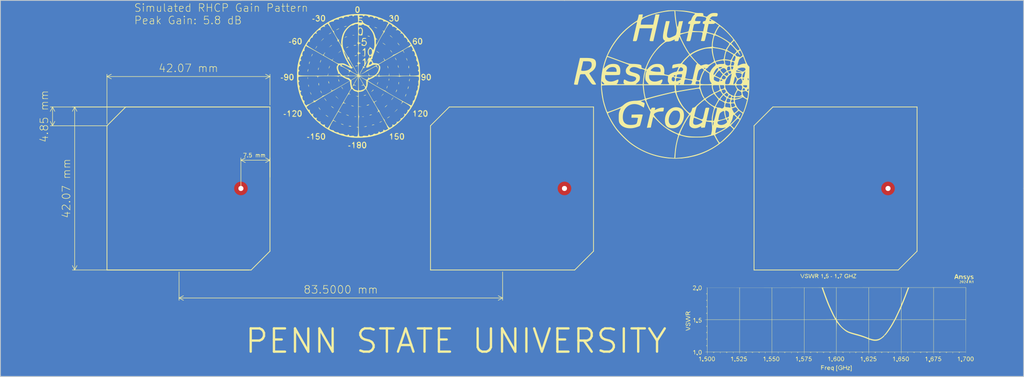
<source format=kicad_pcb>
(kicad_pcb (version 20221018) (generator pcbnew)

  (general
    (thickness 1.6)
  )

  (paper "A4")
  (layers
    (0 "F.Cu" signal)
    (31 "B.Cu" signal)
    (32 "B.Adhes" user "B.Adhesive")
    (33 "F.Adhes" user "F.Adhesive")
    (34 "B.Paste" user)
    (35 "F.Paste" user)
    (36 "B.SilkS" user "B.Silkscreen")
    (37 "F.SilkS" user "F.Silkscreen")
    (38 "B.Mask" user)
    (39 "F.Mask" user)
    (40 "Dwgs.User" user "User.Drawings")
    (41 "Cmts.User" user "User.Comments")
    (42 "Eco1.User" user "User.Eco1")
    (43 "Eco2.User" user "User.Eco2")
    (44 "Edge.Cuts" user)
    (45 "Margin" user)
    (46 "B.CrtYd" user "B.Courtyard")
    (47 "F.CrtYd" user "F.Courtyard")
    (48 "B.Fab" user)
    (49 "F.Fab" user)
    (50 "User.1" user)
    (51 "User.2" user)
    (52 "User.3" user)
    (53 "User.4" user)
    (54 "User.5" user)
    (55 "User.6" user)
    (56 "User.7" user)
    (57 "User.8" user)
    (58 "User.9" user)
  )

  (setup
    (pad_to_mask_clearance 0)
    (pcbplotparams
      (layerselection 0x00010fc_ffffffff)
      (plot_on_all_layers_selection 0x0000000_00000000)
      (disableapertmacros false)
      (usegerberextensions false)
      (usegerberattributes true)
      (usegerberadvancedattributes true)
      (creategerberjobfile true)
      (dashed_line_dash_ratio 12.000000)
      (dashed_line_gap_ratio 3.000000)
      (svgprecision 4)
      (plotframeref false)
      (viasonmask false)
      (mode 1)
      (useauxorigin false)
      (hpglpennumber 1)
      (hpglpenspeed 20)
      (hpglpendiameter 15.000000)
      (dxfpolygonmode true)
      (dxfimperialunits true)
      (dxfusepcbnewfont true)
      (psnegative false)
      (psa4output false)
      (plotreference true)
      (plotvalue true)
      (plotinvisibletext false)
      (sketchpadsonfab false)
      (subtractmaskfromsilk false)
      (outputformat 1)
      (mirror false)
      (drillshape 1)
      (scaleselection 1)
      (outputdirectory "")
    )
  )

  (net 0 "")

  (footprint "Probe_holes:1.3mmProbeHole" (layer "F.Cu") (at 83.535 100))

  (footprint "Probe_holes:1.3mmProbeHole" (layer "F.Cu") (at 167.035 100))

  (footprint "Probe_holes:1.3mmProbeHole" (layer "F.Cu") (at 250.535 100))

  (gr_poly locked
    (pts
      (xy 132.465 83.815)
      (xy 137.315 78.965)
      (xy 174.535 78.965)
      (xy 174.535 116.185)
      (xy 169.685 121.035)
      (xy 132.465 121.035)
    )

    (stroke (width 0.2) (type solid)) (fill solid) (layer "F.Cu") (tstamp 42867f93-ab1e-4f8e-bf76-c5f2007d7108))
  (gr_poly locked
    (pts
      (xy 53.815 78.965)
      (xy 91.035 78.965)
      (xy 91.035 116.185)
      (xy 86.185 121.035)
      (xy 48.965 121.035)
      (xy 48.965 83.815)
    )

    (stroke (width 0.2) (type solid)) (fill solid) (layer "F.Cu") (tstamp 6ca52160-ecfb-426d-a11f-20bb97f2ba3f))
  (gr_poly locked
    (pts
      (xy 220.815 78.965)
      (xy 258.035 78.965)
      (xy 258.035 116.185)
      (xy 253.185 121.035)
      (xy 215.965 121.035)
      (xy 215.965 83.815)
    )

    (stroke (width 0.2) (type solid)) (fill solid) (layer "F.Cu") (tstamp e4d09f8c-662d-4ee0-a537-ba75b84ef637))
  (gr_poly
    (pts
      (xy 229.540856 122.042866)
      (xy 229.583759 122.047749)
      (xy 229.626995 122.056126)
      (xy 229.670254 122.067986)
      (xy 229.713229 122.083316)
      (xy 229.755609 122.102105)
      (xy 229.797085 122.124341)
      (xy 229.83735 122.150012)
      (xy 229.854778 122.163579)
      (xy 229.870572 122.176873)
      (xy 229.884757 122.189858)
      (xy 229.897364 122.202498)
      (xy 229.908419 122.214758)
      (xy 229.917951 122.226602)
      (xy 229.925989 122.237994)
      (xy 229.932561 122.248899)
      (xy 229.937694 122.259281)
      (xy 229.941417 122.269105)
      (xy 229.943759 122.278334)
      (xy 229.944747 122.286933)
      (xy 229.94441 122.294867)
      (xy 229.942776 122.302099)
      (xy 229.939873 122.308595)
      (xy 229.93573 122.314318)
      (xy 229.930374 122.319232)
      (xy 229.923834 122.323303)
      (xy 229.916139 122.326495)
      (xy 229.907315 122.328771)
      (xy 229.897393 122.330096)
      (xy 229.886399 122.330435)
      (xy 229.874362 122.329751)
      (xy 229.861311 122.32801)
      (xy 229.847273 122.325175)
      (xy 229.832277 122.321212)
      (xy 229.81635 122.316083)
      (xy 229.799522 122.309754)
      (xy 229.781821 122.302189)
      (xy 229.763274 122.293352)
      (xy 229.74391 122.283207)
      (xy 229.723757 122.27172)
      (xy 229.708269 122.262994)
      (xy 229.692276 122.255068)
      (xy 229.675842 122.247932)
      (xy 229.659035 122.241578)
      (xy 229.641919 122.235996)
      (xy 229.624559 122.231178)
      (xy 229.60702 122.227114)
      (xy 229.589369 122.223797)
      (xy 229.57167 122.221216)
      (xy 229.553989 122.219363)
      (xy 229.536392 122.21823)
      (xy 229.518943 122.217806)
      (xy 229.501707 122.218084)
      (xy 229.484751 122.219054)
      (xy 229.46814 122.220708)
      (xy 229.451939 122.223036)
      (xy 229.436213 122.226029)
      (xy 229.421029 122.22968)
      (xy 229.40645 122.233978)
      (xy 229.392543 122.238915)
      (xy 229.379372 122.244482)
      (xy 229.367004 122.25067)
      (xy 229.355504 122.25747)
      (xy 229.344937 122.264873)
      (xy 229.335368 122.272871)
      (xy 229.326863 122.281454)
      (xy 229.319487 122.290613)
      (xy 229.313305 122.30034)
      (xy 229.308384 122.310625)
      (xy 229.304787 122.321461)
      (xy 229.302581 122.332837)
      (xy 229.301832 122.344744)
      (xy 229.302256 122.348688)
      (xy 229.303516 122.352906)
      (xy 229.308456 122.362113)
      (xy 229.316487 122.372271)
      (xy 229.327441 122.383285)
      (xy 229.341154 122.39506)
      (xy 229.357457 122.4075)
      (xy 229.376185 122.420511)
      (xy 229.397171 122.433997)
      (xy 229.420249 122.447864)
      (xy 229.445252 122.462016)
      (xy 229.472015 122.476358)
      (xy 229.50037 122.490795)
      (xy 229.561193 122.519574)
      (xy 229.626389 122.547592)
      (xy 229.66881 122.564243)
      (xy 229.707892 122.580776)
      (xy 229.743717 122.597262)
      (xy 229.776369 122.613771)
      (xy 229.80593 122.630375)
      (xy 229.819578 122.638735)
      (xy 229.832484 122.647146)
      (xy 229.84466 122.655616)
      (xy 229.856114 122.664154)
      (xy 229.866859 122.67277)
      (xy 229.876904 122.681471)
      (xy 229.88626 122.690268)
      (xy 229.894936 122.699169)
      (xy 229.902944 122.708183)
      (xy 229.910294 122.717318)
      (xy 229.916996 122.726584)
      (xy 229.923061 122.73599)
      (xy 229.928499 122.745545)
      (xy 229.93332 122.755257)
      (xy 229.937535 122.765135)
      (xy 229.941155 122.775189)
      (xy 229.944189 122.785427)
      (xy 229.946648 122.795858)
      (xy 229.948542 122.806491)
      (xy 229.949882 122.817335)
      (xy 229.950679 122.828399)
      (xy 229.950942 122.839692)
      (xy 229.948867 122.870922)
      (xy 229.942803 122.900695)
      (xy 229.932991 122.928979)
      (xy 229.919675 122.955743)
      (xy 229.903097 122.980956)
      (xy 229.883498 123.004587)
      (xy 229.861121 123.026604)
      (xy 229.836207 123.046977)
      (xy 229.809 123.065674)
      (xy 229.779741 123.082663)
      (xy 229.748672 123.097915)
      (xy 229.716036 123.111397)
      (xy 229.682075 123.123078)
      (xy 229.647031 123.132927)
      (xy 229.611146 123.140914)
      (xy 229.574662 123.147006)
      (xy 229.537821 123.151172)
      (xy 229.500866 123.153382)
      (xy 229.464039 123.153604)
      (xy 229.427582 123.151808)
      (xy 229.391737 123.14796)
      (xy 229.356746 123.142032)
      (xy 229.322852 123.13399)
      (xy 229.290296 123.123805)
      (xy 229.259321 123.111445)
      (xy 229.230169 123.096878)
      (xy 229.203082 123.080074)
      (xy 229.178302 123.061002)
      (xy 229.156072 123.039629)
      (xy 229.136633 123.015926)
      (xy 229.120228 122.98986)
      (xy 229.107099 122.9614)
      (xy 229.099989 122.942883)
      (xy 229.093863 122.925367)
      (xy 229.088705 122.908856)
      (xy 229.084501 122.893352)
      (xy 229.081236 122.878858)
      (xy 229.078895 122.865377)
      (xy 229.077464 122.852912)
      (xy 229.076926 122.841467)
      (xy 229.077269 122.831044)
      (xy 229.078475 122.821646)
      (xy 229.080532 122.813276)
      (xy 229.083424 122.805937)
      (xy 229.087136 122.799632)
      (xy 229.091653 122.794365)
      (xy 229.09696 122.790137)
      (xy 229.103043 122.786952)
      (xy 229.109886 122.784813)
      (xy 229.117476 122.783723)
      (xy 229.125796 122.783685)
      (xy 229.134832 122.784702)
      (xy 229.14457 122.786776)
      (xy 229.154994 122.789912)
      (xy 229.16609 122.794111)
      (xy 229.177842 122.799376)
      (xy 229.190236 122.805712)
      (xy 229.203257 122.81312)
      (xy 229.21689 122.821604)
      (xy 229.231121 122.831166)
      (xy 229.261314 122.853539)
      (xy 229.293718 122.880262)
      (xy 229.309921 122.894239)
      (xy 229.326549 122.907268)
      (xy 229.343552 122.919348)
      (xy 229.360879 122.930482)
      (xy 229.378479 122.940671)
      (xy 229.396302 122.949917)
      (xy 229.414297 122.958221)
      (xy 229.432415 122.965584)
      (xy 229.450603 122.972008)
      (xy 229.468812 122.977495)
      (xy 229.486992 122.982046)
      (xy 229.505091 122.985662)
      (xy 229.52306 122.988346)
      (xy 229.540848 122.990098)
      (xy 229.558403 122.990919)
      (xy 229.575677 122.990813)
      (xy 229.592617 122.989779)
      (xy 229.609174 122.987819)
      (xy 229.625298 122.984936)
      (xy 229.640937 122.98113)
      (xy 229.656041 122.976402)
      (xy 229.67056 122.970756)
      (xy 229.684443 122.96419)
      (xy 229.69764 122.956709)
      (xy 229.7101 122.948312)
      (xy 229.721772 122.939001)
      (xy 229.732606 122.928778)
      (xy 229.742552 122.917645)
      (xy 229.751559 122.905602)
      (xy 229.759577 122.892651)
      (xy 229.766554 122.878794)
      (xy 229.772441 122.864033)
      (xy 229.773584 122.858592)
      (xy 229.77398 122.852926)
      (xy 229.773641 122.847049)
      (xy 229.772583 122.840975)
      (xy 229.770817 122.834717)
      (xy 229.768357 122.828288)
      (xy 229.76141 122.81497)
      (xy 229.751847 122.801129)
      (xy 229.739777 122.786872)
      (xy 229.725307 122.772307)
      (xy 229.708542 122.757539)
      (xy 229.68959 122.742676)
      (xy 229.668558 122.727825)
      (xy 229.645554 122.713093)
      (xy 229.620683 122.698587)
      (xy 229.594053 122.684413)
      (xy 229.565771 122.670679)
      (xy 229.535944 122.657493)
      (xy 229.504679 122.644959)
      (xy 229.445063 122.617385)
      (xy 229.417327 122.603455)
      (xy 229.390974 122.589429)
      (xy 229.366005 122.575309)
      (xy 229.342423 122.561094)
      (xy 229.320229 122.546784)
      (xy 229.299423 122.532378)
      (xy 229.280009 122.517878)
      (xy 229.261986 122.503282)
      (xy 229.245357 122.488592)
      (xy 229.230123 122.473806)
      (xy 229.216285 122.458925)
      (xy 229.203846 122.443949)
      (xy 229.192806 122.428878)
      (xy 229.183167 122.413712)
      (xy 229.17493 122.398451)
      (xy 229.168098 122.383095)
      (xy 229.162671 122.367644)
      (xy 229.158651 122.352098)
      (xy 229.156039 122.336456)
      (xy 229.154838 122.32072)
      (xy 229.155048 122.304888)
      (xy 229.15667 122.288962)
      (xy 229.159707 122.27294)
      (xy 229.16416 122.256823)
      (xy 229.170031 122.240611)
      (xy 229.17732 122.224304)
      (xy 229.186029 122.207902)
      (xy 229.196161 122.191405)
      (xy 229.207716 122.174813)
      (xy 229.220695 122.158126)
      (xy 229.233287 122.144125)
      (xy 229.246696 122.131025)
      (xy 229.260884 122.118826)
      (xy 229.275812 122.107525)
      (xy 229.291441 122.097122)
      (xy 229.307733 122.087615)
      (xy 229.324648 122.079002)
      (xy 229.342149 122.071282)
      (xy 229.360197 122.064454)
      (xy 229.378753 122.058515)
      (xy 229.417234 122.049302)
      (xy 229.457284 122.043631)
      (xy 229.498595 122.041489)
    )

    (stroke (width 0) (type solid)) (fill solid) (layer "F.SilkS") (tstamp 002f87bd-74ff-4279-8520-35346bf84091))
  (gr_poly
    (pts
      (xy 237.121494 122.046006)
      (xy 237.127267 122.05328)
      (xy 237.132801 122.066069)
      (xy 237.138075 122.084087)
      (xy 237.143063 122.10705)
      (xy 237.147742 122.134672)
      (xy 237.156078 122.202753)
      (xy 237.162892 122.286047)
      (xy 237.167995 122.382272)
      (xy 237.171196 122.489147)
      (xy 237.172306 122.60439)
      (xy 237.171929 122.664254)
      (xy 237.170816 122.721978)
      (xy 237.168989 122.777325)
      (xy 237.166474 122.830057)
      (xy 237.163292 122.879937)
      (xy 237.159469 122.926727)
      (xy 237.155028 122.970188)
      (xy 237.149992 123.010084)
      (xy 237.144386 123.046177)
      (xy 237.138233 123.078228)
      (xy 237.131557 123.106001)
      (xy 237.124382 123.129257)
      (xy 237.120615 123.139117)
      (xy 237.116732 123.147759)
      (xy 237.112736 123.155153)
      (xy 237.10863 123.161269)
      (xy 237.104417 123.166078)
      (xy 237.1001 123.169549)
      (xy 237.095682 123.171654)
      (xy 237.091165 123.172362)
      (xy 237.087363 123.171843)
      (xy 237.083569 123.170302)
      (xy 237.076031 123.164248)
      (xy 237.068612 123.154391)
      (xy 237.061372 123.140921)
      (xy 237.054369 123.124027)
      (xy 237.047664 123.103901)
      (xy 237.041315 123.080732)
      (xy 237.035382 123.05471)
      (xy 237.029924 123.026026)
      (xy 237.025001 122.99487)
      (xy 237.020673 122.961432)
      (xy 237.016998 122.925902)
      (xy 237.014037 122.888471)
      (xy 237.011848 122.849328)
      (xy 237.010491 122.808663)
      (xy 237.010025 122.766668)
      (xy 237.009728 122.708817)
      (xy 237.008789 122.656813)
      (xy 237.007137 122.61042)
      (xy 237.006022 122.589252)
      (xy 237.004701 122.569399)
      (xy 237.003166 122.550828)
      (xy 237.001409 122.533512)
      (xy 236.99942 122.51742)
      (xy 236.99719 122.502522)
      (xy 236.99471 122.488789)
      (xy 236.991972 122.476192)
      (xy 236.988967 122.464699)
      (xy 236.985685 122.454282)
      (xy 236.982118 122.444912)
      (xy 236.978257 122.436557)
      (xy 236.974092 122.429189)
      (xy 236.969616 122.422778)
      (xy 236.964819 122.417293)
      (xy 236.959692 122.412707)
      (xy 236.954226 122.408988)
      (xy 236.948413 122.406106)
      (xy 236.942242 122.404033)
      (xy 236.935707 122.402739)
      (xy 236.928797 122.402193)
      (xy 236.921504 122.402367)
      (xy 236.913818 122.403229)
      (xy 236.905731 122.404752)
      (xy 236.897234 122.406904)
      (xy 236.888319 122.409657)
      (xy 236.859889 122.420126)
      (xy 236.835452 122.427232)
      (xy 236.824731 122.429541)
      (xy 236.815009 122.431033)
      (xy 236.806285 122.431713)
      (xy 236.798559 122.431589)
      (xy 236.791832 122.430669)
      (xy 236.786103 122.428961)
      (xy 236.781373 122.42647)
      (xy 236.777641 122.423206)
      (xy 236.774907 122.419175)
      (xy 236.773172 122.414385)
      (xy 236.772435 122.408843)
      (xy 236.772697 122.402557)
      (xy 236.773956 122.395533)
      (xy 236.776215 122.387781)
      (xy 236.779471 122.379306)
      (xy 236.783726 122.370117)
      (xy 236.795232 122.349624)
      (xy 236.81073 122.326362)
      (xy 236.830223 122.30039)
      (xy 236.853708 122.271768)
      (xy 236.881188 122.240555)
      (xy 236.912661 122.20681)
      (xy 236.926527 122.190279)
      (xy 236.940679 122.174211)
      (xy 236.955022 122.158691)
      (xy 236.969459 122.1438)
      (xy 236.983896 122.129623)
      (xy 236.998238 122.116241)
      (xy 237.01239 122.10374)
      (xy 237.026256 122.092201)
      (xy 237.039743 122.081708)
      (xy 237.052753 122.072344)
      (xy 237.065194 122.064193)
      (xy 237.076968 122.057337)
      (xy 237.087982 122.051859)
      (xy 237.093174 122.049664)
      (xy 237.09814 122.047844)
      (xy 237.102868 122.046411)
      (xy 237.107347 122.045374)
      (xy 237.111564 122.044744)
      (xy 237.115508 122.044532)
      (xy 237.118526 122.044526)
    )

    (stroke (width 0) (type solid)) (fill solid) (layer "F.SilkS") (tstamp 00449b7b-29a9-4452-86ca-35e469232adf))
  (gr_poly
    (pts
      (xy 108.842061 58.684515)
      (xy 108.844543 58.684739)
      (xy 108.846826 58.685157)
      (xy 108.848919 58.685767)
      (xy 108.85083 58.686567)
      (xy 108.852568 58.687554)
      (xy 108.85414 58.688727)
      (xy 108.855554 58.690084)
      (xy 108.856819 58.691621)
      (xy 108.857943 58.693336)
      (xy 108.858935 58.695228)
      (xy 108.859801 58.697294)
      (xy 108.861194 58.70194)
      (xy 108.862186 58.707254)
      (xy 108.862843 58.71322)
      (xy 108.863232 58.719819)
      (xy 108.863464 58.734843)
      (xy 108.86161 58.740465)
      (xy 108.856157 58.747986)
      (xy 108.847267 58.757279)
      (xy 108.835104 58.768218)
      (xy 108.801607 58.794529)
      (xy 108.756969 58.825903)
      (xy 108.702491 58.86133)
      (xy 108.639477 58.899794)
      (xy 108.569228 58.940285)
      (xy 108.493047 58.981787)
      (xy 108.410294 59.021913)
      (xy 108.338031 59.054496)
      (xy 108.276332 59.079808)
      (xy 108.225267 59.098121)
      (xy 108.184909 59.109706)
      (xy 108.168768 59.11306)
      (xy 108.155331 59.114833)
      (xy 108.144607 59.11506)
      (xy 108.136605 59.113775)
      (xy 108.131334 59.111011)
      (xy 108.128804 59.106803)
      (xy 108.129022 59.101183)
      (xy 108.131999 59.094187)
      (xy 108.137743 59.085848)
      (xy 108.146263 59.0762)
      (xy 108.157569 59.065277)
      (xy 108.171669 59.053112)
      (xy 108.208289 59.025196)
      (xy 108.256194 58.992721)
      (xy 108.315459 58.95596)
      (xy 108.386154 58.915184)
      (xy 108.468352 58.870663)
      (xy 108.595225 58.801017)
      (xy 108.64695 58.772777)
      (xy 108.691567 58.748733)
      (xy 108.729601 58.728741)
      (xy 108.746313 58.720219)
      (xy 108.761575 58.712656)
      (xy 108.775454 58.706033)
      (xy 108.788015 58.700333)
      (xy 108.799324 58.695537)
      (xy 108.809445 58.691627)
      (xy 108.818445 58.688585)
      (xy 108.826389 58.686394)
      (xy 108.833343 58.685034)
      (xy 108.836469 58.684661)
      (xy 108.839373 58.684489)
    )

    (stroke (width 0) (type solid)) (fill solid) (layer "F.SilkS") (tstamp 00e0b265-5e75-4b6a-98a8-6bcdd7b67b29))
  (gr_poly
    (pts
      (xy 198.395775 132.849569)
      (xy 198.409217 132.850878)
      (xy 198.423254 132.853103)
      (xy 198.437814 132.856254)
      (xy 198.452826 132.860345)
      (xy 198.542205 132.886969)
      (xy 198.687114 132.927285)
      (xy 199.061367 133.030737)
      (xy 199.160255 133.061154)
      (xy 199.205135 133.076344)
      (xy 199.246973 133.091512)
      (xy 199.285767 133.10665)
      (xy 199.321519 133.121751)
      (xy 199.354228 133.136807)
      (xy 199.383894 133.151812)
      (xy 199.410518 133.166757)
      (xy 199.434099 133.181635)
      (xy 199.454637 133.196438)
      (xy 199.472133 133.21116)
      (xy 199.486586 133.225793)
      (xy 199.497996 133.24033)
      (xy 199.506363 133.254762)
      (xy 199.511688 133.269083)
      (xy 199.51397 133.283285)
      (xy 199.51321 133.297361)
      (xy 199.509406 133.311303)
      (xy 199.50256 133.325104)
      (xy 199.492671 133.338756)
      (xy 199.47974 133.352252)
      (xy 199.463766 133.365585)
      (xy 199.444749 133.378747)
      (xy 199.422689 133.391731)
      (xy 199.397587 133.404529)
      (xy 199.369442 133.417134)
      (xy 199.338254 133.429538)
      (xy 199.304023 133.441735)
      (xy 199.26675 133.453716)
      (xy 199.226434 133.465474)
      (xy 199.183076 133.477001)
      (xy 199.064174 133.507476)
      (xy 198.959833 133.535193)
      (xy 198.869778 133.560438)
      (xy 198.793736 133.583496)
      (xy 198.731434 133.604652)
      (xy 198.705349 133.614606)
      (xy 198.682598 133.624192)
      (xy 198.663144 133.633445)
      (xy 198.646955 133.6424)
      (xy 198.633995 133.651095)
      (xy 198.624232 133.659563)
      (xy 198.617629 133.667841)
      (xy 198.614155 133.675965)
      (xy 198.613773 133.68397)
      (xy 198.61645 133.691892)
      (xy 198.622153 133.699766)
      (xy 198.630846 133.707628)
      (xy 198.642495 133.715514)
      (xy 198.657067 133.72346)
      (xy 198.674528 133.7315)
      (xy 198.694842 133.739672)
      (xy 198.743896 133.756549)
      (xy 198.803955 133.774377)
      (xy 198.874748 133.793442)
      (xy 199.082017 133.850255)
      (xy 199.166652 133.873937)
      (xy 199.239746 133.894993)
      (xy 199.272229 133.904658)
      (xy 199.302143 133.913813)
      (xy 199.329594 133.922509)
      (xy 199.354688 133.930792)
      (xy 199.377528 133.938713)
      (xy 199.398222 133.946321)
      (xy 199.416875 133.953664)
      (xy 199.433592 133.960791)
      (xy 199.448478 133.967753)
      (xy 199.46164 133.974596)
      (xy 199.473182 133.981372)
      (xy 199.48321 133.988128)
      (xy 199.49183 133.994914)
      (xy 199.499147 134.001779)
      (xy 199.505266 134.008771)
      (xy 199.510294 134.01594)
      (xy 199.514334 134.023336)
      (xy 199.517494 134.031005)
      (xy 199.519879 134.038999)
      (xy 199.521593 134.047366)
      (xy 199.522742 134.056155)
      (xy 199.523433 134.065414)
      (xy 199.52377 134.075194)
      (xy 199.523859 134.085543)
      (xy 199.523292 134.091722)
      (xy 199.521607 134.098082)
      (xy 199.514969 134.111311)
      (xy 199.504123 134.125157)
      (xy 199.489248 134.139551)
      (xy 199.470522 134.15442)
      (xy 199.448124 134.169693)
      (xy 199.422231 134.185298)
      (xy 199.393023 134.201166)
      (xy 199.360676 134.217223)
      (xy 199.32537 134.233399)
      (xy 199.287283 134.249623)
      (xy 199.246592 134.265823)
      (xy 199.158116 134.297867)
      (xy 199.061367 134.32896)
      (xy 198.687114 134.432411)
      (xy 198.542205 134.472727)
      (xy 198.489291 134.488036)
      (xy 198.452826 134.49935)
      (xy 198.445268 134.501514)
      (xy 198.437814 134.503441)
      (xy 198.430473 134.505134)
      (xy 198.423254 134.506593)
      (xy 198.416166 134.50782)
      (xy 198.409217 134.508817)
      (xy 198.402417 134.509586)
      (xy 198.395775 134.510127)
      (xy 198.389299 134.510442)
      (xy 198.382998 134.510533)
      (xy 198.376881 134.510401)
      (xy 198.370958 134.510048)
      (xy 198.365236 134.509474)
      (xy 198.359726 134.508683)
      (xy 198.354435 134.507674)
      (xy 198.349374 134.50645)
      (xy 198.344549 134.505012)
      (xy 198.339972 134.503362)
      (xy 198.33565 134.501501)
      (xy 198.331593 134.49943)
      (xy 198.327809 134.497151)
      (xy 198.324307 134.494666)
      (xy 198.321096 134.491975)
      (xy 198.318186 134.489081)
      (xy 198.315584 134.485985)
      (xy 198.313301 134.482689)
      (xy 198.311344 134.479193)
      (xy 198.309723 134.4755)
      (xy 198.308447 134.47161)
      (xy 198.307524 134.467526)
      (xy 198.306964 134.463249)
      (xy 198.306776 134.45878)
      (xy 198.307436 134.454053)
      (xy 198.309394 134.449007)
      (xy 198.317076 134.438021)
      (xy 198.32956 134.425941)
      (xy 198.346584 134.412887)
      (xy 198.367887 134.398977)
      (xy 198.393208 134.38433)
      (xy 198.422284 134.369065)
      (xy 198.454854 134.353301)
      (xy 198.529432 134.32075)
      (xy 198.61485 134.287629)
      (xy 198.709015 134.254888)
      (xy 198.809837 134.223478)
      (xy 199.321012 134.077428)
      (xy 198.809837 133.931378)
      (xy 198.694309 133.898273)
      (xy 198.594185 133.865833)
      (xy 198.509464 133.833964)
      (xy 198.472881 133.818214)
      (xy 198.440148 133.80257)
      (xy 198.411266 133.787022)
      (xy 198.386235 133.771557)
      (xy 198.365055 133.756163)
      (xy 198.347725 133.740828)
      (xy 198.334247 133.725542)
      (xy 198.32462 133.71029)
      (xy 198.318843 133.695063)
      (xy 198.316918 133.679847)
      (xy 198.318843 133.664632)
      (xy 198.32462 133.649405)
      (xy 198.334247 133.634153)
      (xy 198.347725 133.618867)
      (xy 198.365055 133.603532)
      (xy 198.386235 133.588138)
      (xy 198.411266 133.572673)
      (xy 198.440148 133.557125)
      (xy 198.472881 133.541482)
      (xy 198.509464 133.525731)
      (xy 198.594185 133.493862)
      (xy 198.694309 133.461423)
      (xy 198.809837 133.428317)
      (xy 199.321012 133.282267)
      (xy 198.809837 133.136218)
      (xy 198.758725 133.120739)
      (xy 198.709015 133.104808)
      (xy 198.66097 133.088545)
      (xy 198.61485 133.072067)
      (xy 198.570917 133.055495)
      (xy 198.529432 133.038946)
      (xy 198.490657 133.02254)
      (xy 198.454854 133.006396)
      (xy 198.422284 132.990631)
      (xy 198.393208 132.975366)
      (xy 198.367887 132.960719)
      (xy 198.346584 132.946809)
      (xy 198.337521 132.940167)
      (xy 198.32956 132.933755)
      (xy 198.322735 132.927585)
      (xy 198.317076 132.921675)
      (xy 198.312619 132.916037)
      (xy 198.309394 132.910688)
      (xy 198.307436 132.905642)
      (xy 198.306776 132.900914)
      (xy 198.306964 132.896446)
      (xy 198.307524 132.892169)
      (xy 198.308447 132.888085)
      (xy 198.309723 132.884196)
      (xy 198.311344 132.880502)
      (xy 198.313301 132.877007)
      (xy 198.315584 132.87371)
      (xy 198.318186 132.870614)
      (xy 198.321096 132.867721)
      (xy 198.324307 132.86503)
      (xy 198.327809 132.862545)
      (xy 198.331593 132.860266)
      (xy 198.33565 132.858195)
      (xy 198.339972 132.856334)
      (xy 198.349374 132.853246)
      (xy 198.359726 132.851013)
      (xy 198.370958 132.849648)
      (xy 198.382998 132.849163)
    )

    (stroke (width 0) (type solid)) (fill solid) (layer "F.SilkS") (tstamp 017b6ef1-c849-4df7-8172-5f79810c9218))
  (gr_poly
    (pts
      (xy 202.074219 125.044689)
      (xy 202.108188 125.048598)
      (xy 202.14211 125.055418)
      (xy 202.175841 125.065138)
      (xy 202.209239 125.077747)
      (xy 202.242162 125.093232)
      (xy 202.274467 125.111581)
      (xy 202.290796 125.124001)
      (xy 202.306303 125.139817)
      (xy 202.320975 125.158813)
      (xy 202.334799 125.180771)
      (xy 202.347761 125.205474)
      (xy 202.359847 125.232707)
      (xy 202.381343 125.29389)
      (xy 202.399177 125.362584)
      (xy 202.413243 125.437055)
      (xy 202.423435 125.515567)
      (xy 202.429646 125.596385)
      (xy 202.431767 125.677774)
      (xy 202.429693 125.757998)
      (xy 202.423316 125.835321)
      (xy 202.41253 125.908009)
      (xy 202.397227 125.974327)
      (xy 202.387849 126.004555)
      (xy 202.377301 126.032539)
      (xy 202.365571 126.058062)
      (xy 202.352644 126.080909)
      (xy 202.338509 126.100861)
      (xy 202.32315 126.117703)
      (xy 202.293331 126.146451)
      (xy 202.263257 126.171875)
      (xy 202.233008 126.194028)
      (xy 202.202663 126.212962)
      (xy 202.172299 126.228728)
      (xy 202.141997 126.241378)
      (xy 202.111834 126.250965)
      (xy 202.081889 126.257541)
      (xy 202.052242 126.261156)
      (xy 202.022971 126.261865)
      (xy 201.994154 126.259718)
      (xy 201.96587 126.254767)
      (xy 201.938199 126.247065)
      (xy 201.911218 126.236663)
      (xy 201.885007 126.223614)
      (xy 201.859645 126.20797)
      (xy 201.835209 126.189782)
      (xy 201.81178 126.169102)
      (xy 201.789434 126.145983)
      (xy 201.768253 126.120476)
      (xy 201.748313 126.092634)
      (xy 201.729694 126.062508)
      (xy 201.712474 126.030151)
      (xy 201.696733 125.995614)
      (xy 201.682549 125.95895)
      (xy 201.67 125.92021)
      (xy 201.659166 125.879447)
      (xy 201.650126 125.836712)
      (xy 201.642957 125.792058)
      (xy 201.637739 125.745536)
      (xy 201.63455 125.697199)
      (xy 201.63347 125.647098)
      (xy 201.634036 125.607759)
      (xy 201.635498 125.574074)
      (xy 201.795748 125.574074)
      (xy 201.796611 125.640076)
      (xy 201.799234 125.701218)
      (xy 201.80122 125.729991)
      (xy 201.803664 125.757581)
      (xy 201.806571 125.783997)
      (xy 201.809947 125.80925)
      (xy 201.813799 125.833349)
      (xy 201.818132 125.856306)
      (xy 201.822953 125.878132)
      (xy 201.828267 125.898835)
      (xy 201.83408 125.918427)
      (xy 201.840398 125.936918)
      (xy 201.847227 125.954319)
      (xy 201.854574 125.97064)
      (xy 201.862443 125.985891)
      (xy 201.870841 126.000082)
      (xy 201.879774 126.013225)
      (xy 201.889248 126.025329)
      (xy 201.899268 126.036405)
      (xy 201.909842 126.046464)
      (xy 201.920973 126.055515)
      (xy 201.93267 126.063569)
      (xy 201.944937 126.070637)
      (xy 201.95778 126.076728)
      (xy 201.971206 126.081854)
      (xy 201.98522 126.086025)
      (xy 201.999828 126.089251)
      (xy 202.015037 126.091542)
      (xy 202.030852 126.092909)
      (xy 202.047279 126.093362)
      (xy 202.063014 126.092606)
      (xy 202.078264 126.090359)
      (xy 202.093022 126.08665)
      (xy 202.107277 126.081508)
      (xy 202.121021 126.074964)
      (xy 202.134245 126.067047)
      (xy 202.146941 126.057788)
      (xy 202.159098 126.047214)
      (xy 202.170709 126.035357)
      (xy 202.181764 126.022247)
      (xy 202.202171 125.992382)
      (xy 202.220249 125.957858)
      (xy 202.235926 125.918913)
      (xy 202.249131 125.875784)
      (xy 202.259793 125.828709)
      (xy 202.267839 125.777926)
      (xy 202.2732 125.723673)
      (xy 202.275803 125.666186)
      (xy 202.275577 125.605704)
      (xy 202.272451 125.542465)
      (xy 202.266354 125.476706)
      (xy 202.262832 125.447226)
      (xy 202.258335 125.419624)
      (xy 202.255714 125.406519)
      (xy 202.25284 125.393875)
      (xy 202.24971 125.381689)
      (xy 202.246322 125.369958)
      (xy 202.242673 125.358678)
      (xy 202.238759 125.347847)
      (xy 202.234578 125.337461)
      (xy 202.230126 125.327518)
      (xy 202.225401 125.318015)
      (xy 202.2204 125.308949)
      (xy 202.215119 125.300317)
      (xy 202.209556 125.292115)
      (xy 202.203708 125.284341)
      (xy 202.197572 125.276992)
      (xy 202.191144 125.270066)
      (xy 202.184422 125.263558)
      (xy 202.177403 125.257466)
      (xy 202.170084 125.251787)
      (xy 202.162462 125.246518)
      (xy 202.154534 125.241656)
      (xy 202.146297 125.237199)
      (xy 202.137747 125.233142)
      (xy 202.128883 125.229484)
      (xy 202.119701 125.226221)
      (xy 202.110198 125.22335)
      (xy 202.100371 125.220868)
      (xy 202.090217 125.218773)
      (xy 202.079734 125.217061)
      (xy 202.039105 125.212245)
      (xy 202.002303 125.210104)
      (xy 201.969162 125.210839)
      (xy 201.953913 125.212348)
      (xy 201.939516 125.214652)
      (xy 201.925951 125.217776)
      (xy 201.913197 125.221746)
      (xy 201.901234 125.226586)
      (xy 201.89004 125.232322)
      (xy 201.879595 125.238979)
      (xy 201.869878 125.246583)
      (xy 201.860868 125.255158)
      (xy 201.852545 125.26473)
      (xy 201.844887 125.275324)
      (xy 201.837874 125.286966)
      (xy 201.831485 125.299681)
      (xy 201.8257 125.313493)
      (xy 201.820496 125.328428)
      (xy 201.815854 125.344512)
      (xy 201.808172 125.380227)
      (xy 201.802487 125.420838)
      (xy 201.798632 125.466548)
      (xy 201.796441 125.517559)
      (xy 201.795748 125.574074)
      (xy 201.635498 125.574074)
      (xy 201.63572 125.568954)
      (xy 201.638498 125.530839)
      (xy 201.642345 125.493568)
      (xy 201.647238 125.457295)
      (xy 201.653153 125.422175)
      (xy 201.660066 125.388363)
      (xy 201.667954 125.356012)
      (xy 201.676793 125.325278)
      (xy 201.686559 125.296315)
      (xy 201.697229 125.269277)
      (xy 201.708777 125.24432)
      (xy 201.721182 125.221597)
      (xy 201.734419 125.201263)
      (xy 201.741341 125.19204)
      (xy 201.748463 125.183472)
      (xy 201.755781 125.175579)
      (xy 201.763293 125.168379)
      (xy 201.776411 125.155067)
      (xy 201.789892 125.142514)
      (xy 201.803718 125.130719)
      (xy 201.817871 125.11968)
      (xy 201.832333 125.109395)
      (xy 201.847086 125.099864)
      (xy 201.862112 125.091085)
      (xy 201.877394 125.083056)
      (xy 201.892914 125.075776)
      (xy 201.908653 125.069243)
      (xy 201.924595 125.063456)
      (xy 201.94072 125.058413)
      (xy 201.957013 125.054113)
      (xy 201.973453 125.050555)
      (xy 201.990025 125.047736)
      (xy 202.006709 125.045656)
      (xy 202.040345 125.043705)
    )

    (stroke (width 0) (type solid)) (fill solid) (layer "F.SilkS") (tstamp 019dc468-445b-4257-ad11-cdf7ee10bb9a))
  (gr_poly
    (pts
      (xy 118.511552 64.51747)
      (xy 118.524393 64.520095)
      (xy 118.540418 64.525253)
      (xy 118.559409 64.532852)
      (xy 118.58115 64.542803)
      (xy 118.605422 64.555015)
      (xy 118.63201 64.569397)
      (xy 118.660695 64.585859)
      (xy 118.691262 64.604311)
      (xy 118.723492 64.624661)
      (xy 118.75717 64.646821)
      (xy 118.792078 64.670698)
      (xy 118.827998 64.696203)
      (xy 118.864714 64.723246)
      (xy 118.903465 64.750997)
      (xy 118.940895 64.778567)
      (xy 118.976842 64.805776)
      (xy 119.011144 64.832441)
      (xy 119.043636 64.858384)
      (xy 119.074158 64.883422)
      (xy 119.102545 64.907375)
      (xy 119.128635 64.930061)
      (xy 119.152266 64.951301)
      (xy 119.173274 64.970913)
      (xy 119.191496 64.988716)
      (xy 119.206771 65.00453)
      (xy 119.218934 65.018173)
      (xy 119.227824 65.029465)
      (xy 119.23099 65.034173)
      (xy 119.233277 65.038225)
      (xy 119.234664 65.041599)
      (xy 119.235131 65.044272)
      (xy 119.234664 65.047385)
      (xy 119.233277 65.049786)
      (xy 119.23099 65.051485)
      (xy 119.227824 65.052496)
      (xy 119.218934 65.052493)
      (xy 119.206771 65.049867)
      (xy 119.191496 65.04471)
      (xy 119.173274 65.037111)
      (xy 119.152266 65.02716)
      (xy 119.128635 65.014949)
      (xy 119.074158 64.984105)
      (xy 119.011144 64.945303)
      (xy 118.940895 64.899267)
      (xy 118.864714 64.846719)
      (xy 118.792078 64.791397)
      (xy 118.723492 64.737522)
      (xy 118.691262 64.71158)
      (xy 118.660695 64.686542)
      (xy 118.63201 64.662589)
      (xy 118.605422 64.639902)
      (xy 118.58115 64.618662)
      (xy 118.559409 64.59905)
      (xy 118.540418 64.581246)
      (xy 118.524393 64.565432)
      (xy 118.511552 64.551789)
      (xy 118.502111 64.540497)
      (xy 118.498733 64.535789)
      (xy 118.496287 64.531737)
      (xy 118.494799 64.528363)
      (xy 118.494297 64.52569)
      (xy 118.494799 64.522577)
      (xy 118.496287 64.520177)
      (xy 118.498733 64.518477)
      (xy 118.502111 64.517467)
    )

    (stroke (width 0) (type solid)) (fill solid) (layer "F.SilkS") (tstamp 02967cee-1ddd-4fc2-b16d-19795842a910))
  (gr_poly
    (pts
      (xy 204.508386 143.382078)
      (xy 204.542355 143.385987)
      (xy 204.576276 143.392807)
      (xy 204.610007 143.402528)
      (xy 204.643406 143.415136)
      (xy 204.676329 143.430621)
      (xy 204.708634 143.448971)
      (xy 204.724962 143.46139)
      (xy 204.740469 143.477207)
      (xy 204.755141 143.496202)
      (xy 204.768965 143.51816)
      (xy 204.781927 143.542864)
      (xy 204.794014 143.570096)
      (xy 204.815509 143.631279)
      (xy 204.833343 143.699973)
      (xy 204.84741 143.774444)
      (xy 204.857602 143.852956)
      (xy 204.863812 143.933774)
      (xy 204.865933 144.015163)
      (xy 204.863859 144.095387)
      (xy 204.857483 144.17271)
      (xy 204.846697 144.245399)
      (xy 204.831394 144.311716)
      (xy 204.822016 144.341944)
      (xy 204.811468 144.369928)
      (xy 204.799738 144.395452)
      (xy 204.786811 144.418299)
      (xy 204.772676 144.438251)
      (xy 204.757317 144.455093)
      (xy 204.727497 144.483841)
      (xy 204.697424 144.509265)
      (xy 204.667175 144.531418)
      (xy 204.636829 144.550352)
      (xy 204.606466 144.566118)
      (xy 204.576163 144.578768)
      (xy 204.546 144.588355)
      (xy 204.516056 144.59493)
      (xy 204.486408 144.598546)
      (xy 204.457137 144.599255)
      (xy 204.42832 144.597108)
      (xy 204.400037 144.592157)
      (xy 204.372365 144.584455)
      (xy 204.345385 144.574054)
      (xy 204.319174 144.561005)
      (xy 204.293811 144.54536)
      (xy 204.269376 144.527172)
      (xy 204.245946 144.506492)
      (xy 204.223601 144.483373)
      (xy 204.202419 144.457866)
      (xy 204.182479 144.430024)
      (xy 204.16386 144.399898)
      (xy 204.146641 144.367541)
      (xy 204.1309 144.333004)
      (xy 204.116715 144.29634)
      (xy 204.104167 144.2576)
      (xy 204.093333 144.216837)
      (xy 204.084292 144.174102)
      (xy 204.077123 144.129447)
      (xy 204.071905 144.082925)
      (xy 204.068717 144.034588)
      (xy 204.067637 143.984487)
      (xy 204.068203 143.945148)
      (xy 204.069665 143.911462)
      (xy 204.229914 143.911462)
      (xy 204.230778 143.977465)
      (xy 204.233401 144.038607)
      (xy 204.235387 144.06738)
      (xy 204.23783 144.09497)
      (xy 204.240737 144.121386)
      (xy 204.244114 144.146638)
      (xy 204.247965 144.170738)
      (xy 204.252299 144.193695)
      (xy 204.257119 144.215521)
      (xy 204.262433 144.236224)
      (xy 204.268246 144.255816)
      (xy 204.274564 144.274307)
      (xy 204.281394 144.291708)
      (xy 204.28874 144.308029)
      (xy 204.296609 144.323279)
      (xy 204.305007 144.337471)
      (xy 204.31394 144.350614)
      (xy 204.323414 144.362718)
      (xy 204.333435 144.373794)
      (xy 204.344008 144.383852)
      (xy 204.35514 144.392903)
      (xy 204.366836 144.400958)
      (xy 204.379103 144.408025)
      (xy 204.391946 144.414117)
      (xy 204.405372 144.419243)
      (xy 204.419386 144.423413)
      (xy 204.433995 144.426639)
      (xy 204.449203 144.42893)
      (xy 204.465018 144.430297)
      (xy 204.481445 144.430751)
      (xy 204.49718 144.429995)
      (xy 204.512431 144.427747)
      (xy 204.527188 144.424038)
      (xy 204.541443 144.418897)
      (xy 204.555188 144.412353)
      (xy 204.568412 144.404436)
      (xy 204.581107 144.395176)
      (xy 204.593265 144.384603)
      (xy 204.604875 144.372746)
      (xy 204.61593 144.359635)
      (xy 204.636338 144.329771)
      (xy 204.654416 144.295247)
      (xy 204.670093 144.256302)
      (xy 204.683298 144.213173)
      (xy 204.693959 144.166098)
      (xy 204.702006 144.115315)
      (xy 204.707366 144.061061)
      (xy 204.709969 144.003574)
      (xy 204.709744 143.943093)
      (xy 204.706618 143.879853)
      (xy 204.70052 143.814094)
      (xy 204.696998 143.784614)
      (xy 204.692501 143.757012)
      (xy 204.68988 143.743908)
      (xy 204.687006 143.731264)
      (xy 204.683877 143.719078)
      (xy 204.680489 143.707347)
      (xy 204.67684 143.696067)
      (xy 204.672926 143.685236)
      (xy 204.668744 143.67485)
      (xy 204.664293 143.664908)
      (xy 204.659568 143.655405)
      (xy 204.654566 143.646338)
      (xy 204.649286 143.637706)
      (xy 204.643723 143.629505)
      (xy 204.637875 143.621731)
      (xy 204.631738 143.614382)
      (xy 204.625311 143.607456)
      (xy 204.618589 143.600948)
      (xy 204.61157 143.594856)
      (xy 204.604251 143.589177)
      (xy 204.596629 143.583909)
      (xy 204.588701 143.579047)
      (xy 204.580463 143.57459)
      (xy 204.571914 143.570533)
      (xy 204.56305 143.566875)
      (xy 204.553868 143.563612)
      (xy 204.544365 143.560741)
      (xy 204.534538 143.55826)
      (xy 204.524384 143.556165)
      (xy 204.513901 143.554453)
      (xy 204.473272 143.549637)
      (xy 204.43647 143.547495)
      (xy 204.403329 143.54823)
      (xy 204.388079 143.549739)
      (xy 204.373683 143.552043)
      (xy 204.360118 143.555167)
      (xy 204.347364 143.559136)
      (xy 204.3354 143.563977)
      (xy 204.324207 143.569713)
      (xy 204.313762 143.57637)
      (xy 204.304045 143.583973)
      (xy 204.295035 143.592548)
      (xy 204.286712 143.602121)
      (xy 204.279054 143.612715)
      (xy 204.272041 143.624356)
      (xy 204.265652 143.637071)
      (xy 204.259866 143.650883)
      (xy 204.254663 143.665819)
      (xy 204.250021 143.681902)
      (xy 204.242339 143.717617)
      (xy 204.236653 143.758228)
      (xy 204.232798 143.803938)
      (xy 204.230608 143.854949)
      (xy 204.229914 143.911462)
      (xy 204.069665 143.911462)
      (xy 204.069887 143.906343)
      (xy 204.072664 143.868228)
      (xy 204.076511 143.830957)
      (xy 204.081404 143.794684)
      (xy 204.087319 143.759565)
      (xy 204.094232 143.725752)
      (xy 204.10212 143.693402)
      (xy 204.110959 143.662668)
      (xy 204.120725 143.633705)
      (xy 204.131395 143.606667)
      (xy 204.142943 143.581709)
      (xy 204.155348 143.558986)
      (xy 204.168585 143.538652)
      (xy 204.175507 143.529429)
      (xy 204.182629 143.520861)
      (xy 204.189947 143.512968)
      (xy 204.197459 143.505769)
      (xy 204.210577 143.492456)
      (xy 204.224059 143.479903)
      (xy 204.237884 143.468108)
      (xy 204.252037 143.457069)
      (xy 204.266499 143.446785)
      (xy 204.281252 143.437253)
      (xy 204.296278 143.428474)
      (xy 204.31156 143.420445)
      (xy 204.32708 143.413165)
      (xy 204.342819 143.406632)
      (xy 204.358761 143.400845)
      (xy 204.374887 143.395802)
      (xy 204.391179 143.391502)
      (xy 204.40762 143.387944)
      (xy 204.424191 143.385125)
      (xy 204.440876 143.383045)
      (xy 204.474512 143.381094)
    )

    (stroke (width 0) (type solid)) (fill solid) (layer "F.SilkS") (tstamp 03aa10db-0637-4eb2-ae15-98f25439f5b0))
  (gr_poly
    (pts
      (xy 109.403851 83.304011)
      (xy 109.423116 83.305793)
      (xy 109.445239 83.308985)
      (xy 109.470021 83.313534)
      (xy 109.526766 83.326484)
      (xy 109.591757 83.344208)
      (xy 109.663405 83.366274)
      (xy 109.740117 83.392246)
      (xy 109.776549 83.406125)
      (xy 109.811643 83.419931)
      (xy 109.845218 83.433593)
      (xy 109.877093 83.447037)
      (xy 109.907087 83.460192)
      (xy 109.935019 83.472986)
      (xy 109.960708 83.485345)
      (xy 109.983974 83.497198)
      (xy 110.004635 83.508472)
      (xy 110.02251 83.519095)
      (xy 110.03742 83.528994)
      (xy 110.043706 83.53365)
      (xy 110.049182 83.538098)
      (xy 110.053827 83.542328)
      (xy 110.057617 83.546333)
      (xy 110.060529 83.550103)
      (xy 110.062542 83.553628)
      (xy 110.063632 83.5569)
      (xy 110.063778 83.55991)
      (xy 110.062955 83.562649)
      (xy 110.061143 83.565107)
      (xy 110.053692 83.570076)
      (xy 110.043065 83.573457)
      (xy 110.029485 83.575329)
      (xy 110.013177 83.575767)
      (xy 109.973269 83.57265)
      (xy 109.925131 83.564722)
      (xy 109.870554 83.552598)
      (xy 109.811329 83.536892)
      (xy 109.749246 83.518221)
      (xy 109.686097 83.497198)
      (xy 109.62367 83.474439)
      (xy 109.563758 83.450558)
      (xy 109.50815 83.426172)
      (xy 109.458638 83.401893)
      (xy 109.417011 83.378338)
      (xy 109.385061 83.356122)
      (xy 109.373274 83.345708)
      (xy 109.364578 83.335859)
      (xy 109.359196 83.326652)
      (xy 109.357352 83.318164)
      (xy 109.357855 83.314907)
      (xy 109.359345 83.312078)
      (xy 109.361798 83.309669)
      (xy 109.36519 83.307674)
      (xy 109.374689 83.304897)
      (xy 109.387642 83.303695)
    )

    (stroke (width 0) (type solid)) (fill solid) (layer "F.SilkS") (tstamp 052616ea-0301-4ed8-96ea-6fa986a0df6f))
  (gr_poly
    (pts
      (xy 235.925227 122.685623)
      (xy 235.935649 122.685905)
      (xy 235.945905 122.686371)
      (xy 235.955982 122.687018)
      (xy 235.965869 122.687844)
      (xy 235.975553 122.688845)
      (xy 235.985024 122.690018)
      (xy 235.994269 122.691361)
      (xy 236.003277 122.692869)
      (xy 236.012034 122.694542)
      (xy 236.02053 122.696375)
      (xy 236.028753 122.698365)
      (xy 236.036691 122.70051)
      (xy 236.044331 122.702806)
      (xy 236.051663 122.705251)
      (xy 236.058673 122.707842)
      (xy 236.065351 122.710575)
      (xy 236.071684 122.713448)
      (xy 236.07766 122.716457)
      (xy 236.083268 122.719601)
      (xy 236.088496 122.722875)
      (xy 236.093331 122.726276)
      (xy 236.097762 122.729803)
      (xy 236.101778 122.733451)
      (xy 236.105365 122.737218)
      (xy 236.108513 122.741102)
      (xy 236.111209 122.745098)
      (xy 236.113441 122.749204)
      (xy 236.115198 122.753417)
      (xy 236.116468 122.757734)
      (xy 236.117238 122.762152)
      (xy 236.117498 122.766668)
      (xy 236.117238 122.77047)
      (xy 236.116468 122.774265)
      (xy 236.115198 122.778044)
      (xy 236.113441 122.781802)
      (xy 236.111209 122.78553)
      (xy 236.108513 122.789221)
      (xy 236.101778 122.796461)
      (xy 236.093331 122.803463)
      (xy 236.083268 122.810169)
      (xy 236.071684 122.816518)
      (xy 236.058673 122.822451)
      (xy 236.044331 122.827908)
      (xy 236.028753 122.832831)
      (xy 236.012034 122.837159)
      (xy 235.994269 122.840834)
      (xy 235.975553 122.843795)
      (xy 235.955982 122.845984)
      (xy 235.935649 122.847341)
      (xy 235.914651 122.847807)
      (xy 235.904075 122.847689)
      (xy 235.893653 122.847341)
      (xy 235.883398 122.84677)
      (xy 235.873321 122.845984)
      (xy 235.863435 122.84499)
      (xy 235.85375 122.843795)
      (xy 235.844279 122.842407)
      (xy 235.835034 122.840834)
      (xy 235.826027 122.839082)
      (xy 235.817269 122.837159)
      (xy 235.808773 122.835073)
      (xy 235.80055 122.832831)
      (xy 235.792613 122.83044)
      (xy 235.784972 122.827908)
      (xy 235.777641 122.825243)
      (xy 235.77063 122.822451)
      (xy 235.763953 122.81954)
      (xy 235.75762 122.816518)
      (xy 235.751643 122.813392)
      (xy 235.746035 122.810169)
      (xy 235.740807 122.806857)
      (xy 235.735972 122.803463)
      (xy 235.73154 122.799996)
      (xy 235.727525 122.796461)
      (xy 235.723938 122.792867)
      (xy 235.72079 122.789221)
      (xy 235.718094 122.78553)
      (xy 235.715861 122.781802)
      (xy 235.714104 122.778044)
      (xy 235.712834 122.774265)
      (xy 235.712064 122.77047)
      (xy 235.711804 122.766668)
      (xy 235.712064 122.762152)
      (xy 235.712834 122.757734)
      (xy 235.714104 122.753417)
      (xy 235.715861 122.749204)
      (xy 235.718094 122.745098)
      (xy 235.72079 122.741102)
      (xy 235.723938 122.737218)
      (xy 235.727525 122.733451)
      (xy 235.735972 122.726276)
      (xy 235.746035 122.719601)
      (xy 235.75762 122.713448)
      (xy 235.77063 122.707842)
      (xy 235.784972 122.702806)
      (xy 235.80055 122.698365)
      (xy 235.817269 122.694542)
      (xy 235.835034 122.691361)
      (xy 235.85375 122.688845)
      (xy 235.873321 122.687018)
      (xy 235.893653 122.685905)
      (xy 235.914651 122.685529)
    )

    (stroke (width 0) (type solid)) (fill solid) (layer "F.SilkS") (tstamp 0679c7ae-1ae1-43bd-b1ef-298453ab6b7f))
  (gr_poly
    (pts
      (xy 241.314906 122.037126)
      (xy 241.319324 122.039231)
      (xy 241.327853 122.047511)
      (xy 241.335955 122.061021)
      (xy 241.343606 122.079523)
      (xy 241.35078 122.102779)
      (xy 241.357456 122.130551)
      (xy 241.363608 122.162603)
      (xy 241.369214 122.198695)
      (xy 241.378691 122.282053)
      (xy 241.385695 122.378722)
      (xy 241.390037 122.486802)
      (xy 241.391526 122.60439)
      (xy 241.39115 122.664254)
      (xy 241.390037 122.721978)
      (xy 241.38821 122.777325)
      (xy 241.385695 122.830057)
      (xy 241.382513 122.879937)
      (xy 241.378691 122.926727)
      (xy 241.37425 122.970188)
      (xy 241.369214 123.010084)
      (xy 241.363608 123.046177)
      (xy 241.357456 123.078228)
      (xy 241.35078 123.106001)
      (xy 241.343606 123.129257)
      (xy 241.339838 123.139117)
      (xy 241.335955 123.147759)
      (xy 241.331959 123.155153)
      (xy 241.327853 123.161269)
      (xy 241.32364 123.166078)
      (xy 241.319324 123.169549)
      (xy 241.314906 123.171654)
      (xy 241.310389 123.172362)
      (xy 241.306587 123.172032)
      (xy 241.302792 123.171055)
      (xy 241.299013 123.169447)
      (xy 241.295255 123.167228)
      (xy 241.287836 123.161023)
      (xy 241.280596 123.152585)
      (xy 241.273593 123.142054)
      (xy 241.266888 123.129574)
      (xy 241.260539 123.115288)
      (xy 241.254606 123.099337)
      (xy 241.249148 123.081865)
      (xy 241.244225 123.063015)
      (xy 241.239897 123.042928)
      (xy 241.236222 123.021748)
      (xy 241.233261 122.999617)
      (xy 241.231072 122.976678)
      (xy 241.229715 122.953073)
      (xy 241.229249 122.928945)
      (xy 241.228913 122.888772)
      (xy 241.227696 122.853258)
      (xy 241.225291 122.822117)
      (xy 241.221389 122.795066)
      (xy 241.218779 122.782984)
      (xy 241.21568 122.771817)
      (xy 241.212051 122.76153)
      (xy 241.207855 122.752087)
      (xy 241.203053 122.743452)
      (xy 241.197606 122.73559)
      (xy 241.191475 122.728465)
      (xy 241.184623 122.722041)
      (xy 241.177009 122.716282)
      (xy 241.168597 122.711154)
      (xy 241.159346 122.706619)
      (xy 241.149219 122.702644)
      (xy 241.138177 122.699191)
      (xy 241.126181 122.696225)
      (xy 241.113193 122.693712)
      (xy 241.099173 122.691614)
      (xy 241.067886 122.688524)
      (xy 241.032011 122.68667)
      (xy 240.99124 122.685766)
      (xy 240.945262 122.685529)
      (xy 240.899285 122.685766)
      (xy 240.858513 122.68667)
      (xy 240.822639 122.688524)
      (xy 240.791352 122.691614)
      (xy 240.777332 122.693712)
      (xy 240.764344 122.696225)
      (xy 240.752348 122.699191)
      (xy 240.741305 122.702644)
      (xy 240.731178 122.706619)
      (xy 240.721928 122.711154)
      (xy 240.713515 122.716282)
      (xy 240.705902 122.722041)
      (xy 240.699049 122.728465)
      (xy 240.692919 122.73559)
      (xy 240.687472 122.743452)
      (xy 240.68267 122.752087)
      (xy 240.678473 122.76153)
      (xy 240.674845 122.771817)
      (xy 240.671745 122.782984)
      (xy 240.669136 122.795066)
      (xy 240.666978 122.808098)
      (xy 240.665233 122.822117)
      (xy 240.662828 122.853258)
      (xy 240.661612 122.888772)
      (xy 240.661275 122.928945)
      (xy 240.660899 122.953073)
      (xy 240.659786 122.976678)
      (xy 240.65796 122.999617)
      (xy 240.655444 123.021748)
      (xy 240.652263 123.042928)
      (xy 240.64844 123.063015)
      (xy 240.643999 123.081865)
      (xy 240.641554 123.090783)
      (xy 240.638964 123.099337)
      (xy 240.636231 123.107512)
      (xy 240.633358 123.115288)
      (xy 240.630348 123.122648)
      (xy 240.627205 123.129574)
      (xy 240.623931 123.136049)
      (xy 240.62053 123.142054)
      (xy 240.617003 123.147572)
      (xy 240.613355 123.152585)
      (xy 240.609588 123.157074)
      (xy 240.605705 123.161023)
      (xy 240.601709 123.164414)
      (xy 240.597603 123.167228)
      (xy 240.59339 123.169447)
      (xy 240.589073 123.171055)
      (xy 240.584655 123.172032)
      (xy 240.580139 123.172362)
      (xy 240.575623 123.171654)
      (xy 240.571205 123.169549)
      (xy 240.562676 123.161269)
      (xy 240.554574 123.147759)
      (xy 240.546923 123.129257)
      (xy 240.539748 123.106001)
      (xy 240.533073 123.078228)
      (xy 240.52692 123.046177)
      (xy 240.521313 123.010084)
      (xy 240.511836 122.926727)
      (xy 240.504831 122.830057)
      (xy 240.500488 122.721978)
      (xy 240.498999 122.60439)
      (xy 240.499375 122.544526)
      (xy 240.500488 122.486802)
      (xy 240.502315 122.431455)
      (xy 240.504831 122.378722)
      (xy 240.508013 122.328843)
      (xy 240.511836 122.282053)
      (xy 240.516278 122.238591)
      (xy 240.521313 122.198695)
      (xy 240.52692 122.162603)
      (xy 240.533073 122.130551)
      (xy 240.539748 122.102779)
      (xy 240.546923 122.079523)
      (xy 240.550691 122.069663)
      (xy 240.554574 122.061021)
      (xy 240.55857 122.053627)
      (xy 240.562676 122.047511)
      (xy 240.566888 122.042702)
      (xy 240.571205 122.039231)
      (xy 240.575623 122.037126)
      (xy 240.580139 122.036418)
      (xy 240.584655 122.036724)
      (xy 240.589073 122.037636)
      (xy 240.59339 122.039139)
      (xy 240.597603 122.041219)
      (xy 240.601709 122.043865)
      (xy 240.605705 122.047061)
      (xy 240.613355 122.055054)
      (xy 240.62053 122.065091)
      (xy 240.627205 122.077066)
      (xy 240.633358 122.090871)
      (xy 240.638964 122.1064)
      (xy 240.643999 122.123544)
      (xy 240.64844 122.142199)
      (xy 240.652263 122.162256)
      (xy 240.655444 122.183608)
      (xy 240.65796 122.206149)
      (xy 240.659786 122.229772)
      (xy 240.660899 122.254369)
      (xy 240.661275 122.279834)
      (xy 240.661612 122.320007)
      (xy 240.662828 122.355521)
      (xy 240.665233 122.386662)
      (xy 240.669136 122.413713)
      (xy 240.671745 122.425795)
      (xy 240.674845 122.436961)
      (xy 240.678473 122.447248)
      (xy 240.68267 122.456691)
      (xy 240.687472 122.465326)
      (xy 240.692919 122.473189)
      (xy 240.699049 122.480314)
      (xy 240.705902 122.486738)
      (xy 240.713515 122.492497)
      (xy 240.721928 122.497625)
      (xy 240.731178 122.50216)
      (xy 240.741305 122.506135)
      (xy 240.752348 122.509588)
      (xy 240.764344 122.512554)
      (xy 240.777332 122.515068)
      (xy 240.791352 122.517165)
      (xy 240.822639 122.520256)
      (xy 240.858513 122.52211)
      (xy 240.899285 122.523013)
      (xy 240.945262 122.523251)
      (xy 240.99124 122.523013)
      (xy 241.032011 122.52211)
      (xy 241.067886 122.520256)
      (xy 241.099173 122.517165)
      (xy 241.113193 122.515068)
      (xy 241.126181 122.512554)
      (xy 241.138177 122.509588)
      (xy 241.149219 122.506135)
      (xy 241.159346 122.50216)
      (xy 241.168597 122.497625)
      (xy 241.177009 122.492497)
      (xy 241.184623 122.486738)
      (xy 241.191475 122.480314)
      (xy 241.197606 122.473189)
      (xy 241.203053 122.465326)
      (xy 241.207855 122.456691)
      (xy 241.212051 122.447248)
      (xy 241.21568 122.436961)
      (xy 241.218779 122.425795)
      (xy 241.221389 122.413713)
      (xy 241.223547 122.400681)
      (xy 241.225291 122.386662)
      (xy 241.227696 122.355521)
      (xy 241.228913 122.320007)
      (xy 241.229249 122.279834)
      (xy 241.229367 122.267)
      (xy 241.229715 122.254369)
      (xy 241.230286 122.241955)
      (xy 241.231072 122.229772)
      (xy 241.232066 122.217832)
      (xy 241.233261 122.206149)
      (xy 241.234649 122.194737)
      (xy 241.236222 122.183608)
      (xy 241.237974 122.172777)
      (xy 241.239897 122.162256)
      (xy 241.241983 122.152059)
      (xy 241.244225 122.142199)
      (xy 241.246616 122.13269)
      (xy 241.249148 122.123544)
      (xy 241.251814 122.114777)
      (xy 241.254606 122.1064)
      (xy 241.257516 122.098427)
      (xy 241.260539 122.090871)
      (xy 241.263665 122.083746)
      (xy 241.266888 122.077066)
      (xy 241.270199 122.070843)
      (xy 241.273593 122.065091)
      (xy 241.277061 122.059824)
      (xy 241.280596 122.055054)
      (xy 241.28419 122.050795)
      (xy 241.287836 122.047061)
      (xy 241.291527 122.043865)
      (xy 241.295255 122.041219)
      (xy 241.299013 122.039139)
      (xy 241.302792 122.037636)
      (xy 241.306587 122.036724)
      (xy 241.310389 122.036418)
    )

    (stroke (width 0) (type solid)) (fill solid) (layer "F.SilkS") (tstamp 08167cf6-2e8c-4610-9ad0-7a51239dcf66))
  (gr_poly
    (pts
      (xy 201.314954 125.937264)
      (xy 201.323651 125.938524)
      (xy 201.332448 125.940592)
      (xy 201.341369 125.943469)
      (xy 201.350441 125.947153)
      (xy 201.359688 125.951646)
      (xy 201.369135 125.956947)
      (xy 201.378808 125.963056)
      (xy 201.388732 125.969973)
      (xy 201.398933 125.977699)
      (xy 201.409435 125.986233)
      (xy 201.431445 126.005725)
      (xy 201.454965 126.02845)
      (xy 201.468872 126.043131)
      (xy 201.481693 126.058229)
      (xy 201.493436 126.073687)
      (xy 201.504108 126.089447)
      (xy 201.513715 126.10545)
      (xy 201.522267 126.121639)
      (xy 201.529769 126.137956)
      (xy 201.53623 126.154343)
      (xy 201.541657 126.170741)
      (xy 201.546058 126.187094)
      (xy 201.549439 126.203342)
      (xy 201.551808 126.219428)
      (xy 201.553173 126.235295)
      (xy 201.553542 126.250884)
      (xy 201.55292 126.266137)
      (xy 201.551317 126.280996)
      (xy 201.548739 126.295403)
      (xy 201.545194 126.309301)
      (xy 201.540689 126.322632)
      (xy 201.535232 126.335337)
      (xy 201.52883 126.347358)
      (xy 201.52149 126.358638)
      (xy 201.513221 126.369119)
      (xy 201.504028 126.378743)
      (xy 201.493921 126.387451)
      (xy 201.482906 126.395186)
      (xy 201.47099 126.401891)
      (xy 201.458182 126.407506)
      (xy 201.444488 126.411974)
      (xy 201.429916 126.415237)
      (xy 201.414473 126.417238)
      (xy 201.398168 126.417917)
      (xy 201.377089 126.417308)
      (xy 201.356477 126.415511)
      (xy 201.33637 126.412576)
      (xy 201.316807 126.408552)
      (xy 201.297826 126.403488)
      (xy 201.279466 126.397433)
      (xy 201.261766 126.390436)
      (xy 201.244764 126.382546)
      (xy 201.228499 126.373812)
      (xy 201.21301 126.364284)
      (xy 201.198335 126.354009)
      (xy 201.184512 126.343038)
      (xy 201.171581 126.331419)
      (xy 201.15958 126.319202)
      (xy 201.148548 126.306434)
      (xy 201.138523 126.293166)
      (xy 201.129544 126.279447)
      (xy 201.121649 126.265324)
      (xy 201.114878 126.250848)
      (xy 201.109269 126.236068)
      (xy 201.104859 126.221032)
      (xy 201.101689 126.20579)
      (xy 201.099797 126.19039)
      (xy 201.099221 126.174881)
      (xy 201.1 126.159313)
      (xy 201.102173 126.143735)
      (xy 201.105778 126.128195)
      (xy 201.110853 126.112743)
      (xy 201.117438 126.097428)
      (xy 201.125571 126.082298)
      (xy 201.135291 126.067404)
      (xy 201.146637 126.052793)
      (xy 201.16873 126.027024)
      (xy 201.189504 126.004489)
      (xy 201.199459 125.994434)
      (xy 201.209161 125.985187)
      (xy 201.218633 125.976748)
      (xy 201.227902 125.969118)
      (xy 201.236993 125.962295)
      (xy 201.245931 125.956281)
      (xy 201.254741 125.951075)
      (xy 201.263448 125.946678)
      (xy 201.272078 125.943088)
      (xy 201.280657 125.940307)
      (xy 201.289208 125.938334)
      (xy 201.297758 125.937169)
      (xy 201.306332 125.936813)
    )

    (stroke (width 0) (type solid)) (fill solid) (layer "F.SilkS") (tstamp 08a08d7c-3ea0-4602-88e6-eb23ad3115a7))
  (gr_poly
    (pts
      (xy 227.130353 143.376748)
      (xy 227.133388 143.379126)
      (xy 227.139418 143.38845)
      (xy 227.145353 143.403598)
      (xy 227.151145 143.424249)
      (xy 227.162111 143.480777)
      (xy 227.171937 143.555466)
      (xy 227.180241 143.645748)
      (xy 227.186643 143.749058)
      (xy 227.190763 143.862826)
      (xy 227.192221 143.984487)
      (xy 227.191845 144.048818)
      (xy 227.190732 144.110807)
      (xy 227.188905 144.170205)
      (xy 227.18639 144.226763)
      (xy 227.183208 144.28023)
      (xy 227.179385 144.330357)
      (xy 227.174944 144.376895)
      (xy 227.169908 144.419594)
      (xy 227.164302 144.458205)
      (xy 227.158149 144.492477)
      (xy 227.151474 144.522161)
      (xy 227.144299 144.547008)
      (xy 227.140532 144.557539)
      (xy 227.136649 144.566768)
      (xy 227.132653 144.574662)
      (xy 227.128547 144.581191)
      (xy 227.124334 144.586323)
      (xy 227.120017 144.590028)
      (xy 227.115599 144.592274)
      (xy 227.111083 144.593029)
      (xy 227.107281 144.592439)
      (xy 227.103486 144.59069)
      (xy 227.095949 144.583822)
      (xy 227.08853 144.572651)
      (xy 227.081289 144.557404)
      (xy 227.074287 144.538306)
      (xy 227.067581 144.515583)
      (xy 227.061232 144.48946)
      (xy 227.055299 144.460164)
      (xy 227.049842 144.427921)
      (xy 227.044919 144.392955)
      (xy 227.036916 144.315762)
      (xy 227.031765 144.230392)
      (xy 227.030408 144.185205)
      (xy 227.029943 144.138651)
      (xy 227.02981 144.062786)
      (xy 227.029262 143.99612)
      (xy 227.028071 143.938154)
      (xy 227.026013 143.888389)
      (xy 227.024588 143.866425)
      (xy 227.022861 143.846325)
      (xy 227.020805 143.828026)
      (xy 227.01839 143.811465)
      (xy 227.01559 143.79658)
      (xy 227.012374 143.783308)
      (xy 227.008716 143.771587)
      (xy 227.004587 143.761355)
      (xy 226.999959 143.752549)
      (xy 226.994804 143.745108)
      (xy 226.989092 143.738967)
      (xy 226.982797 143.734066)
      (xy 226.97589 143.730341)
      (xy 226.968343 143.727731)
      (xy 226.960127 143.726172)
      (xy 226.951214 143.725603)
      (xy 226.941576 143.725962)
      (xy 226.931185 143.727184)
      (xy 226.920012 143.72921)
      (xy 226.90803 143.731975)
      (xy 226.881524 143.739475)
      (xy 226.85144 143.749186)
      (xy 226.664819 143.797868)
      (xy 226.859552 143.586907)
      (xy 226.902008 143.545228)
      (xy 226.922968 143.525257)
      (xy 226.943608 143.506022)
      (xy 226.963819 143.487643)
      (xy 226.983496 143.470238)
      (xy 227.002531 143.453927)
      (xy 227.020816 143.438829)
      (xy 227.038247 143.425061)
      (xy 227.054714 143.412744)
      (xy 227.070112 143.401995)
      (xy 227.084333 143.392935)
      (xy 227.09727 143.385681)
      (xy 227.108817 143.380352)
      (xy 227.114036 143.378447)
      (xy 227.118866 143.377068)
      (xy 227.123296 143.376229)
      (xy 227.127311 143.375946)
    )

    (stroke (width 0) (type solid)) (fill solid) (layer "F.SilkS") (tstamp 090ccaed-f659-4fa0-8b8b-93fc9872ca5f))
  (gr_poly
    (pts
      (xy 104.759155 85.714462)
      (xy 104.790357 85.717263)
      (xy 104.820736 85.721908)
      (xy 104.850278 85.72838)
      (xy 104.87897 85.736661)
      (xy 104.906799 85.746732)
      (xy 104.933751 85.758576)
      (xy 104.959812 85.772174)
      (xy 104.984968 85.787509)
      (xy 105.009206 85.804561)
      (xy 105.032514 85.823314)
      (xy 105.054876 85.843749)
      (xy 105.076279 85.865848)
      (xy 105.09671 85.889593)
      (xy 105.116156 85.914966)
      (xy 105.134602 85.941948)
      (xy 105.168442 86.00067)
      (xy 105.198123 86.065613)
      (xy 105.223535 86.136634)
      (xy 105.24457 86.213587)
      (xy 105.261119 86.296328)
      (xy 105.273075 86.384712)
      (xy 105.280327 86.478594)
      (xy 105.282769 86.57783)
      (xy 105.282156 86.628108)
      (xy 105.280327 86.677066)
      (xy 105.277296 86.724685)
      (xy 105.273075 86.770948)
      (xy 105.267678 86.815836)
      (xy 105.261119 86.859332)
      (xy 105.253412 86.901416)
      (xy 105.24457 86.942072)
      (xy 105.234606 86.981281)
      (xy 105.223535 87.019025)
      (xy 105.211369 87.055286)
      (xy 105.198123 87.090046)
      (xy 105.183809 87.123287)
      (xy 105.168442 87.15499)
      (xy 105.152035 87.185137)
      (xy 105.134602 87.213711)
      (xy 105.116156 87.240694)
      (xy 105.09671 87.266067)
      (xy 105.076279 87.289812)
      (xy 105.054876 87.311911)
      (xy 105.032514 87.332346)
      (xy 105.009206 87.351099)
      (xy 104.984968 87.368152)
      (xy 104.959812 87.383486)
      (xy 104.933751 87.397084)
      (xy 104.906799 87.408928)
      (xy 104.87897 87.419)
      (xy 104.850278 87.42728)
      (xy 104.820736 87.433753)
      (xy 104.790357 87.438398)
      (xy 104.759155 87.441198)
      (xy 104.727143 87.442136)
      (xy 104.695132 87.441198)
      (xy 104.66393 87.438398)
      (xy 104.633551 87.433753)
      (xy 104.604009 87.42728)
      (xy 104.575317 87.419)
      (xy 104.547488 87.408928)
      (xy 104.520537 87.397084)
      (xy 104.494476 87.383486)
      (xy 104.469319 87.368152)
      (xy 104.445081 87.351099)
      (xy 104.421774 87.332346)
      (xy 104.399412 87.311911)
      (xy 104.378008 87.289812)
      (xy 104.357577 87.266067)
      (xy 104.338132 87.240694)
      (xy 104.319685 87.213711)
      (xy 104.285845 87.15499)
      (xy 104.256165 87.090046)
      (xy 104.230753 87.019025)
      (xy 104.209718 86.942072)
      (xy 104.193169 86.859332)
      (xy 104.181213 86.770948)
      (xy 104.17396 86.677066)
      (xy 104.171519 86.57783)
      (xy 104.172227 86.537659)
      (xy 104.174292 86.496077)
      (xy 104.177623 86.45341)
      (xy 104.178281 86.447072)
      (xy 104.431085 86.447072)
      (xy 104.431607 86.532614)
      (xy 104.435637 86.62557)
      (xy 104.443158 86.725997)
      (xy 104.448382 86.781442)
      (xy 104.454854 86.83213)
      (xy 104.458587 86.855741)
      (xy 104.462665 86.878224)
      (xy 104.4671 86.8996)
      (xy 104.471904 86.919887)
      (xy 104.477088 86.939108)
      (xy 104.482663 86.957281)
      (xy 104.48864 86.974429)
      (xy 104.495031 86.99057)
      (xy 104.501847 87.005725)
      (xy 104.509099 87.019916)
      (xy 104.516799 87.033161)
      (xy 104.524958 87.045481)
      (xy 104.533588 87.056897)
      (xy 104.542698 87.067429)
      (xy 104.552302 87.077097)
      (xy 104.56241 87.085922)
      (xy 104.573033 87.093924)
      (xy 104.584183 87.101124)
      (xy 104.595871 87.107541)
      (xy 104.608109 87.113197)
      (xy 104.620907 87.11811)
      (xy 104.634277 87.122303)
      (xy 104.648231 87.125795)
      (xy 104.662779 87.128606)
      (xy 104.677933 87.130757)
      (xy 104.693704 87.132269)
      (xy 104.710104 87.13316)
      (xy 104.727143 87.133453)
      (xy 104.764508 87.132368)
      (xy 104.79802 87.128823)
      (xy 104.827878 87.122384)
      (xy 104.841499 87.117944)
      (xy 104.854282 87.112617)
      (xy 104.86625 87.10635)
      (xy 104.87743 87.099088)
      (xy 104.887845 87.090777)
      (xy 104.897521 87.081363)
      (xy 104.906483 87.070791)
      (xy 104.914755 87.059008)
      (xy 104.922362 87.045958)
      (xy 104.92933 87.031588)
      (xy 104.941445 86.998671)
      (xy 104.951299 86.95982)
      (xy 104.959091 86.914604)
      (xy 104.965021 86.862586)
      (xy 104.969286 86.803334)
      (xy 104.972087 86.736414)
      (xy 104.973621 86.661391)
      (xy 104.974088 86.57783)
      (xy 104.973492 86.500365)
      (xy 104.971629 86.429808)
      (xy 104.968391 86.365835)
      (xy 104.966223 86.336216)
      (xy 104.96367 86.30812)
      (xy 104.96072 86.281508)
      (xy 104.957358 86.256338)
      (xy 104.953571 86.232569)
      (xy 104.949346 86.210162)
      (xy 104.944668 86.189075)
      (xy 104.939524 86.169268)
      (xy 104.933902 86.1507)
      (xy 104.927786 86.13333)
      (xy 104.921164 86.117117)
      (xy 104.914022 86.102022)
      (xy 104.906347 86.088002)
      (xy 104.898124 86.075018)
      (xy 104.88934 86.063029)
      (xy 104.879983 86.051994)
      (xy 104.870037 86.041873)
      (xy 104.859491 86.032624)
      (xy 104.848329 86.024207)
      (xy 104.836539 86.016581)
      (xy 104.824106 86.009706)
      (xy 104.811018 86.003541)
      (xy 104.797261 85.998045)
      (xy 104.782821 85.993177)
      (xy 104.767685 85.988898)
      (xy 104.751839 85.985165)
      (xy 104.7051 85.979241)
      (xy 104.683135 85.978792)
      (xy 104.662104 85.980028)
      (xy 104.642005 85.982954)
      (xy 104.622835 85.987579)
      (xy 104.604592 85.993908)
      (xy 104.587273 86.001948)
      (xy 104.570877 86.011707)
      (xy 104.555401 86.023191)
      (xy 104.540843 86.036407)
      (xy 104.527201 86.051361)
      (xy 104.514472 86.068061)
      (xy 104.502654 86.086513)
      (xy 104.491745 86.106724)
      (xy 104.481743 86.1287)
      (xy 104.464449 86.177978)
      (xy 104.450754 86.234399)
      (xy 104.440641 86.29802)
      (xy 104.434091 86.368893)
      (xy 104.431085 86.447072)
      (xy 104.178281 86.447072)
      (xy 104.18213 86.409984)
      (xy 104.187721 86.366123)
      (xy 104.194308 86.322154)
      (xy 104.201799 86.278402)
      (xy 104.210104 86.235193)
      (xy 104.219132 86.192852)
      (xy 104.228793 86.151704)
      (xy 104.238997 86.112076)
      (xy 104.249653 86.074293)
      (xy 104.260671 86.03868)
      (xy 104.27196 86.005564)
      (xy 104.28343 85.975268)
      (xy 104.294991 85.94812)
      (xy 104.310153 85.923103)
      (xy 104.32774 85.899044)
      (xy 104.347569 85.876035)
      (xy 104.36946 85.854165)
      (xy 104.393232 85.833525)
      (xy 104.418704 85.814206)
      (xy 104.445695 85.796297)
      (xy 104.474025 85.779889)
      (xy 104.503513 85.765074)
      (xy 104.533977 85.75194)
      (xy 104.565237 85.740579)
      (xy 104.597112 85.73108)
      (xy 104.629421 85.723536)
      (xy 104.661983 85.718034)
      (xy 104.694617 85.714667)
      (xy 104.727143 85.713525)
    )

    (stroke (width 0) (type solid)) (fill solid) (layer "F.SilkS") (tstamp 09abd9f4-2400-4a61-bb06-85a098b0c5e1))
  (gr_poly
    (pts
      (xy 111.32388 63.384223)
      (xy 111.328055 63.386176)
      (xy 111.329312 63.387641)
      (xy 111.330016 63.389432)
      (xy 111.329774 63.39399)
      (xy 111.327343 63.39985)
      (xy 111.322738 63.407012)
      (xy 111.315971 63.415477)
      (xy 111.307057 63.425244)
      (xy 111.282839 63.448684)
      (xy 111.250192 63.477334)
      (xy 111.209226 63.511192)
      (xy 111.160048 63.55026)
      (xy 111.133897 63.568618)
      (xy 111.106535 63.586578)
      (xy 111.078196 63.604032)
      (xy 111.049115 63.620871)
      (xy 111.019528 63.636986)
      (xy 110.98967 63.652269)
      (xy 110.959776 63.666612)
      (xy 110.930081 63.679906)
      (xy 110.900819 63.692042)
      (xy 110.872227 63.702912)
      (xy 110.844539 63.712408)
      (xy 110.817991 63.72042)
      (xy 110.792817 63.726841)
      (xy 110.769253 63.731562)
      (xy 110.747534 63.734474)
      (xy 110.727895 63.735468)
      (xy 110.709353 63.732439)
      (xy 110.701778 63.730398)
      (xy 110.695314 63.728016)
      (xy 110.689944 63.7253)
      (xy 110.685653 63.722256)
      (xy 110.682424 63.71889)
      (xy 110.680242 63.715211)
      (xy 110.67909 63.711224)
      (xy 110.678954 63.706936)
      (xy 110.679818 63.702355)
      (xy 110.681664 63.697486)
      (xy 110.684479 63.692337)
      (xy 110.688245 63.686914)
      (xy 110.698569 63.675275)
      (xy 110.712511 63.662624)
      (xy 110.729944 63.649013)
      (xy 110.750741 63.634499)
      (xy 110.774775 63.619134)
      (xy 110.80192 63.602974)
      (xy 110.832049 63.586072)
      (xy 110.865037 63.568482)
      (xy 110.900755 63.55026)
      (xy 110.986142 63.511192)
      (xy 111.061799 63.477334)
      (xy 111.127834 63.448684)
      (xy 111.184356 63.425244)
      (xy 111.231472 63.407012)
      (xy 111.269291 63.39399)
      (xy 111.284749 63.389432)
      (xy 111.297923 63.386176)
      (xy 111.308827 63.384223)
      (xy 111.317475 63.383572)
    )

    (stroke (width 0) (type solid)) (fill solid) (layer "F.SilkS") (tstamp 0af364d6-c59c-4f93-8ee7-8066a8e37d39))
  (gr_poly
    (pts
      (xy 116.00233 83.873896)
      (xy 116.004219 83.874221)
      (xy 116.005832 83.874764)
      (xy 116.007176 83.875523)
      (xy 116.008258 83.8765)
      (xy 116.009084 83.877694)
      (xy 116.009662 83.879105)
      (xy 116.009997 83.880733)
      (xy 116.010098 83.882577)
      (xy 116.00997 83.884639)
      (xy 116.009057 83.889414)
      (xy 116.007311 83.895057)
      (xy 116.004788 83.901569)
      (xy 116.001542 83.908948)
      (xy 115.997626 83.917196)
      (xy 115.988004 83.936296)
      (xy 115.963116 83.984914)
      (xy 115.954471 83.996335)
      (xy 115.94257 84.007413)
      (xy 115.92763 84.018093)
      (xy 115.909869 84.028321)
      (xy 115.889503 84.038043)
      (xy 115.86675 84.047204)
      (xy 115.841826 84.055749)
      (xy 115.814949 84.063626)
      (xy 115.786336 84.07078)
      (xy 115.756203 84.077155)
      (xy 115.724768 84.082699)
      (xy 115.692248 84.087356)
      (xy 115.65886 84.091073)
      (xy 115.624821 84.093795)
      (xy 115.590347 84.095468)
      (xy 115.555657 84.096038)
      (xy 115.222282 84.08369)
      (xy 115.592699 83.984914)
      (xy 115.669459 83.966465)
      (xy 115.741444 83.94845)
      (xy 115.807353 83.931304)
      (xy 115.865882 83.91546)
      (xy 115.915729 83.901352)
      (xy 115.955592 83.889414)
      (xy 115.98417 83.880081)
      (xy 115.993819 83.876527)
      (xy 116.000159 83.873787)
    )

    (stroke (width 0) (type solid)) (fill solid) (layer "F.SilkS") (tstamp 0b8cca0b-dd86-4f08-93aa-0ac1488c3414))
  (gr_poly
    (pts
      (xy 129.802615 79.788015)
      (xy 129.843784 79.7909)
      (xy 129.884681 79.796335)
      (xy 129.925108 79.804265)
      (xy 129.964866 79.814638)
      (xy 130.003756 79.827398)
      (xy 130.041578 79.842492)
      (xy 130.078135 79.859864)
      (xy 130.113226 79.879461)
      (xy 130.146653 79.901228)
      (xy 130.178218 79.925112)
      (xy 130.207721 79.951057)
      (xy 130.234962 79.97901)
      (xy 130.259744 80.008917)
      (xy 130.281867 80.040722)
      (xy 130.301133 80.074373)
      (xy 130.317342 80.109814)
      (xy 130.330295 80.146991)
      (xy 130.339793 80.185851)
      (xy 130.345639 80.226338)
      (xy 130.347631 80.268399)
      (xy 130.345636 80.288891)
      (xy 130.339769 80.313109)
      (xy 130.330214 80.340727)
      (xy 130.317149 80.371421)
      (xy 130.300756 80.404863)
      (xy 130.281217 80.440729)
      (xy 130.258711 80.478693)
      (xy 130.23342 80.51843)
      (xy 130.205524 80.559613)
      (xy 130.175205 80.601918)
      (xy 130.142643 80.645019)
      (xy 130.108019 80.68859)
      (xy 130.071514 80.732305)
      (xy 130.033309 80.77584)
      (xy 129.993585 80.818868)
      (xy 129.952522 80.861064)
      (xy 129.557407 81.268523)
      (xy 129.952522 81.268523)
      (xy 129.993585 81.269096)
      (xy 130.033309 81.27079)
      (xy 130.071514 81.273569)
      (xy 130.108019 81.277398)
      (xy 130.142643 81.282239)
      (xy 130.175205 81.288057)
      (xy 130.190656 81.291321)
      (xy 130.205524 81.294816)
      (xy 130.219786 81.298536)
      (xy 130.23342 81.302478)
      (xy 130.246402 81.306637)
      (xy 130.258711 81.311009)
      (xy 130.270323 81.315589)
      (xy 130.281217 81.320372)
      (xy 130.291369 81.325354)
      (xy 130.300756 81.330531)
      (xy 130.309357 81.335897)
      (xy 130.317149 81.341449)
      (xy 130.324109 81.347182)
      (xy 130.330214 81.353091)
      (xy 130.335441 81.359172)
      (xy 130.339769 81.36542)
      (xy 130.343175 81.371831)
      (xy 130.345636 81.3784)
      (xy 130.347128 81.385123)
      (xy 130.347631 81.391995)
      (xy 130.346913 81.397781)
      (xy 130.344782 81.403555)
      (xy 130.336417 81.415025)
      (xy 130.322807 81.426315)
      (xy 130.304223 81.437333)
      (xy 130.280936 81.447989)
      (xy 130.253218 81.458193)
      (xy 130.22134 81.467855)
      (xy 130.185573 81.476883)
      (xy 130.146189 81.485188)
      (xy 130.103459 81.492679)
      (xy 130.057655 81.499266)
      (xy 130.009046 81.504858)
      (xy 129.957906 81.509364)
      (xy 129.904505 81.512695)
      (xy 129.849114 81.51476)
      (xy 129.792006 81.515469)
      (xy 129.734897 81.514902)
      (xy 129.679506 81.51325)
      (xy 129.626105 81.510585)
      (xy 129.574965 81.50698)
      (xy 129.526357 81.502506)
      (xy 129.480552 81.497237)
      (xy 129.437822 81.491244)
      (xy 129.398438 81.4846)
      (xy 129.362671 81.477378)
      (xy 129.330793 81.469648)
      (xy 129.303075 81.461485)
      (xy 129.279788 81.45296)
      (xy 129.269892 81.448584)
      (xy 129.261204 81.444146)
      (xy 129.25376 81.439652)
      (xy 129.247594 81.435114)
      (xy 129.242739 81.43054)
      (xy 129.239229 81.425938)
      (xy 129.237098 81.421318)
      (xy 129.23638 81.416689)
      (xy 129.238656 81.405304)
      (xy 129.245327 81.389849)
      (xy 129.256158 81.370595)
      (xy 129.270914 81.347815)
      (xy 129.289359 81.321779)
      (xy 129.311259 81.292759)
      (xy 129.364482 81.226851)
      (xy 129.428702 81.152261)
      (xy 129.502038 81.071161)
      (xy 129.582608 80.985719)
      (xy 129.668531 80.898106)
      (xy 129.712045 80.853878)
      (xy 129.754456 80.809361)
      (xy 129.795528 80.764844)
      (xy 129.835027 80.720616)
      (xy 129.872716 80.676966)
      (xy 129.908363 80.634185)
      (xy 129.94173 80.592561)
      (xy 129.972583 80.552385)
      (xy 130.000687 80.513944)
      (xy 130.025806 80.477529)
      (xy 130.047706 80.44343)
      (xy 130.066152 80.411934)
      (xy 130.080908 80.383333)
      (xy 130.091739 80.357915)
      (xy 130.095609 80.34649)
      (xy 130.09841 80.335969)
      (xy 130.100112 80.326389)
      (xy 130.100686 80.317786)
      (xy 130.099687 80.295108)
      (xy 130.096752 80.273389)
      (xy 130.091967 80.252647)
      (xy 130.08542 80.232899)
      (xy 130.077201 80.214165)
      (xy 130.067397 80.196461)
      (xy 130.056096 80.179806)
      (xy 130.043387 80.164218)
      (xy 130.029357 80.149716)
      (xy 130.014096 80.136317)
      (xy 129.99769 80.124039)
      (xy 129.980228 80.112901)
      (xy 129.961799 80.10292)
      (xy 129.942491 80.094115)
      (xy 129.922391 80.086503)
      (xy 129.901587 80.080104)
      (xy 129.880169 80.074934)
      (xy 129.858225 80.071012)
      (xy 129.835841 80.068357)
      (xy 129.813107 80.066985)
      (xy 129.790111 80.066916)
      (xy 129.766941 80.068167)
      (xy 129.743685 80.070757)
      (xy 129.720431 80.074703)
      (xy 129.697267 80.080023)
      (xy 129.674282 80.086736)
      (xy 129.651564 80.09486)
      (xy 129.6292 80.104413)
      (xy 129.60728 80.115413)
      (xy 129.585891 80.127878)
      (xy 129.565122 80.141826)
      (xy 129.54506 80.157275)
      (xy 129.522206 80.175912)
      (xy 129.499979 80.192498)
      (xy 129.478425 80.207082)
      (xy 129.457593 80.21971)
      (xy 129.437529 80.230429)
      (xy 129.418282 80.239288)
      (xy 129.399898 80.246334)
      (xy 129.382425 80.251614)
      (xy 129.365911 80.255176)
      (xy 129.350402 80.257067)
      (xy 129.335948 80.257335)
      (xy 129.322594 80.256027)
      (xy 129.310389 80.253191)
      (xy 129.29938 80.248874)
      (xy 129.289614 80.243123)
      (xy 129.281139 80.235987)
      (xy 129.274003 80.227512)
      (xy 129.268253 80.217746)
      (xy 129.263935 80.206737)
      (xy 129.261099 80.194532)
      (xy 129.259791 80.181179)
      (xy 129.260059 80.166724)
      (xy 129.26195 80.151216)
      (xy 129.265512 80.134701)
      (xy 129.270792 80.117229)
      (xy 129.277838 80.098845)
      (xy 129.286697 80.079597)
      (xy 129.297417 80.059533)
      (xy 129.310044 80.038701)
      (xy 129.324628 80.017147)
      (xy 129.341214 79.99492)
      (xy 129.359851 79.972066)
      (xy 129.388757 79.940116)
      (xy 129.419779 79.911367)
      (xy 129.452718 79.885765)
      (xy 129.487375 79.863256)
      (xy 129.523551 79.843786)
      (xy 129.561048 79.8273)
      (xy 129.599667 79.813744)
      (xy 129.639207 79.803063)
      (xy 129.679472 79.795205)
      (xy 129.72026 79.790113)
      (xy 129.761374 79.787735)
    )

    (stroke (width 0) (type solid)) (fill solid) (layer "F.SilkS") (tstamp 0c7f32d7-6bc8-4af1-a365-1dcb593708e1))
  (gr_poly
    (pts
      (xy 243.844965 143.376748)
      (xy 243.848001 143.379126)
      (xy 243.854031 143.38845)
      (xy 243.859965 143.403598)
      (xy 243.865757 143.424249)
      (xy 243.876723 143.480777)
      (xy 243.886548 143.555466)
      (xy 243.894852 143.645748)
      (xy 243.901254 143.749058)
      (xy 243.905374 143.862826)
      (xy 243.906832 143.984487)
      (xy 243.906455 144.048818)
      (xy 243.905342 144.110807)
      (xy 243.903516 144.170205)
      (xy 243.901 144.226763)
      (xy 243.897819 144.28023)
      (xy 243.893996 144.330357)
      (xy 243.889555 144.376895)
      (xy 243.88452 144.419594)
      (xy 243.878914 144.458205)
      (xy 243.872762 144.492477)
      (xy 243.866086 144.522161)
      (xy 243.858911 144.547008)
      (xy 243.855144 144.557539)
      (xy 243.851261 144.566768)
      (xy 243.847265 144.574662)
      (xy 243.843159 144.581191)
      (xy 243.838946 144.586323)
      (xy 243.834629 144.590028)
      (xy 243.830211 144.592274)
      (xy 243.825695 144.593029)
      (xy 243.821893 144.592439)
      (xy 243.818098 144.59069)
      (xy 243.810561 144.583822)
      (xy 243.803142 144.572651)
      (xy 243.795901 144.557404)
      (xy 243.788899 144.538306)
      (xy 243.782193 144.515583)
      (xy 243.775844 144.48946)
      (xy 243.769911 144.460164)
      (xy 243.764454 144.427921)
      (xy 243.759531 144.392955)
      (xy 243.751528 144.315762)
      (xy 243.746377 144.230392)
      (xy 243.74502 144.185205)
      (xy 243.744555 144.138651)
      (xy 243.744422 144.062786)
      (xy 243.743874 143.99612)
      (xy 243.742683 143.938154)
      (xy 243.740625 143.888389)
      (xy 243.7392 143.866425)
      (xy 243.737474 143.846325)
      (xy 243.735417 143.828026)
      (xy 243.733003 143.811465)
      (xy 243.730202 143.79658)
      (xy 243.726987 143.783308)
      (xy 243.723329 143.771587)
      (xy 243.7192 143.761355)
      (xy 243.714572 143.752549)
      (xy 243.709416 143.745108)
      (xy 243.703705 143.738967)
      (xy 243.69741 143.734066)
      (xy 243.690502 143.730341)
      (xy 243.682955 143.727731)
      (xy 243.674738 143.726172)
      (xy 243.665825 143.725603)
      (xy 243.656187 143.725962)
      (xy 243.645795 143.727184)
      (xy 243.634622 143.72921)
      (xy 243.62264 143.731975)
      (xy 243.596132 143.739475)
      (xy 243.566047 143.749186)
      (xy 243.379431 143.797868)
      (xy 243.574164 143.586907)
      (xy 243.616619 143.545228)
      (xy 243.637579 143.525257)
      (xy 243.658218 143.506022)
      (xy 243.67843 143.487643)
      (xy 243.698106 143.470238)
      (xy 243.717141 143.453927)
      (xy 243.735427 143.438829)
      (xy 243.752857 143.425061)
      (xy 243.769325 143.412744)
      (xy 243.784723 143.401995)
      (xy 243.798944 143.392935)
      (xy 243.811882 143.385681)
      (xy 243.823429 143.380352)
      (xy 243.828647 143.378447)
      (xy 243.833478 143.377068)
      (xy 243.837908 143.376229)
      (xy 243.841923 143.375946)
    )

    (stroke (width 0) (type solid)) (fill solid) (layer "F.SilkS") (tstamp 0f027507-e467-47a6-91d7-6b9bd82ad997))
  (gr_poly
    (pts
      (xy 125.132073 85.714462)
      (xy 125.163275 85.717263)
      (xy 125.193654 85.721908)
      (xy 125.223196 85.72838)
      (xy 125.251889 85.736661)
      (xy 125.279718 85.746732)
      (xy 125.306669 85.758576)
      (xy 125.33273 85.772174)
      (xy 125.357887 85.787509)
      (xy 125.382125 85.804561)
      (xy 125.405432 85.823314)
      (xy 125.427794 85.843749)
      (xy 125.449198 85.865848)
      (xy 125.469629 85.889593)
      (xy 125.489074 85.914966)
      (xy 125.507521 85.941948)
      (xy 125.541361 86.00067)
      (xy 125.571041 86.065613)
      (xy 125.596453 86.136634)
      (xy 125.617488 86.213587)
      (xy 125.634037 86.296328)
      (xy 125.645992 86.384712)
      (xy 125.653245 86.478594)
      (xy 125.655687 86.57783)
      (xy 125.655074 86.628108)
      (xy 125.653245 86.677066)
      (xy 125.650213 86.724685)
      (xy 125.645992 86.770948)
      (xy 125.640596 86.815836)
      (xy 125.634037 86.859332)
      (xy 125.62633 86.901416)
      (xy 125.617488 86.942072)
      (xy 125.607524 86.981281)
      (xy 125.596453 87.019025)
      (xy 125.584287 87.055286)
      (xy 125.571041 87.090046)
      (xy 125.556728 87.123287)
      (xy 125.541361 87.15499)
      (xy 125.524954 87.185137)
      (xy 125.507521 87.213711)
      (xy 125.489074 87.240694)
      (xy 125.469629 87.266067)
      (xy 125.449198 87.289812)
      (xy 125.427794 87.311911)
      (xy 125.405432 87.332346)
      (xy 125.382125 87.351099)
      (xy 125.357887 87.368152)
      (xy 125.33273 87.383486)
      (xy 125.306669 87.397084)
      (xy 125.279718 87.408928)
      (xy 125.251889 87.419)
      (xy 125.223196 87.42728)
      (xy 125.193654 87.433753)
      (xy 125.163275 87.438398)
      (xy 125.132073 87.441198)
      (xy 125.100061 87.442136)
      (xy 125.06805 87.441198)
      (xy 125.036848 87.438398)
      (xy 125.006469 87.433753)
      (xy 124.976926 87.42728)
      (xy 124.948234 87.419)
      (xy 124.920405 87.408928)
      (xy 124.893454 87.397084)
      (xy 124.867393 87.383486)
      (xy 124.842237 87.368152)
      (xy 124.817998 87.351099)
      (xy 124.794691 87.332346)
      (xy 124.772329 87.311911)
      (xy 124.750926 87.289812)
      (xy 124.730494 87.266067)
      (xy 124.711049 87.240694)
      (xy 124.692602 87.213711)
      (xy 124.658762 87.15499)
      (xy 124.629082 87.090046)
      (xy 124.60367 87.019025)
      (xy 124.582635 86.942072)
      (xy 124.566085 86.859332)
      (xy 124.55413 86.770948)
      (xy 124.546877 86.677066)
      (xy 124.544436 86.57783)
      (xy 124.545144 86.537659)
      (xy 124.547209 86.496077)
      (xy 124.55054 86.45341)
      (xy 124.551198 86.447072)
      (xy 124.804004 86.447072)
      (xy 124.804525 86.532614)
      (xy 124.808555 86.62557)
      (xy 124.816076 86.725997)
      (xy 124.8213 86.781442)
      (xy 124.827771 86.83213)
      (xy 124.831503 86.855741)
      (xy 124.835582 86.878224)
      (xy 124.840017 86.8996)
      (xy 124.844821 86.919887)
      (xy 124.850004 86.939108)
      (xy 124.855579 86.957281)
      (xy 124.861556 86.974429)
      (xy 124.867947 86.99057)
      (xy 124.874763 87.005725)
      (xy 124.882016 87.019916)
      (xy 124.889716 87.033161)
      (xy 124.897875 87.045481)
      (xy 124.906504 87.056897)
      (xy 124.915615 87.067429)
      (xy 124.925219 87.077097)
      (xy 124.935327 87.085922)
      (xy 124.94595 87.093924)
      (xy 124.9571 87.101124)
      (xy 124.968788 87.107541)
      (xy 124.981026 87.113197)
      (xy 124.993824 87.11811)
      (xy 125.007194 87.122303)
      (xy 125.021148 87.125795)
      (xy 125.035696 87.128606)
      (xy 125.05085 87.130757)
      (xy 125.066622 87.132269)
      (xy 125.083021 87.13316)
      (xy 125.100061 87.133453)
      (xy 125.137425 87.132368)
      (xy 125.170937 87.128823)
      (xy 125.200795 87.122384)
      (xy 125.214416 87.117944)
      (xy 125.227199 87.112617)
      (xy 125.239167 87.10635)
      (xy 125.250347 87.099088)
      (xy 125.260762 87.090777)
      (xy 125.270438 87.081363)
      (xy 125.2794 87.070791)
      (xy 125.287672 87.059008)
      (xy 125.295279 87.045958)
      (xy 125.302246 87.031588)
      (xy 125.314361 86.998671)
      (xy 125.324215 86.95982)
      (xy 125.332007 86.914604)
      (xy 125.337937 86.862586)
      (xy 125.342202 86.803334)
      (xy 125.345002 86.736414)
      (xy 125.346537 86.661391)
      (xy 125.347004 86.57783)
      (xy 125.346407 86.500365)
      (xy 125.344544 86.429808)
      (xy 125.341307 86.365835)
      (xy 125.339139 86.336216)
      (xy 125.336586 86.30812)
      (xy 125.333636 86.281508)
      (xy 125.330274 86.256338)
      (xy 125.326487 86.232569)
      (xy 125.322262 86.210162)
      (xy 125.317584 86.189075)
      (xy 125.312441 86.169268)
      (xy 125.306818 86.1507)
      (xy 125.300703 86.13333)
      (xy 125.294081 86.117117)
      (xy 125.286939 86.102022)
      (xy 125.279264 86.088002)
      (xy 125.271041 86.075018)
      (xy 125.262258 86.063029)
      (xy 125.2529 86.051994)
      (xy 125.242955 86.041873)
      (xy 125.232408 86.032624)
      (xy 125.221246 86.024207)
      (xy 125.209456 86.016581)
      (xy 125.197024 86.009706)
      (xy 125.183936 86.003541)
      (xy 125.170178 85.998045)
      (xy 125.155738 85.993177)
      (xy 125.140602 85.988898)
      (xy 125.124756 85.985165)
      (xy 125.078017 85.979241)
      (xy 125.056052 85.978792)
      (xy 125.035021 85.980028)
      (xy 125.014922 85.982954)
      (xy 124.995752 85.987579)
      (xy 124.977509 85.993908)
      (xy 124.96019 86.001948)
      (xy 124.943794 86.011707)
      (xy 124.928319 86.023191)
      (xy 124.913761 86.036407)
      (xy 124.900119 86.051361)
      (xy 124.88739 86.068061)
      (xy 124.875572 86.086513)
      (xy 124.864663 86.106724)
      (xy 124.854661 86.1287)
      (xy 124.837367 86.177978)
      (xy 124.823673 86.234399)
      (xy 124.813559 86.29802)
      (xy 124.807009 86.368893)
      (xy 124.804004 86.447072)
      (xy 124.551198 86.447072)
      (xy 124.555047 86.409984)
      (xy 124.560638 86.366123)
      (xy 124.567225 86.322154)
      (xy 124.574716 86.278402)
      (xy 124.583021 86.235193)
      (xy 124.592049 86.192852)
      (xy 124.60171 86.151704)
      (xy 124.611914 86.112076)
      (xy 124.62257 86.074293)
      (xy 124.633588 86.03868)
      (xy 124.644877 86.005564)
      (xy 124.656347 85.975268)
      (xy 124.667907 85.94812)
      (xy 124.68307 85.923103)
      (xy 124.700656 85.899044)
      (xy 124.720486 85.876035)
      (xy 124.742377 85.854165)
      (xy 124.766149 85.833525)
      (xy 124.791621 85.814206)
      (xy 124.818613 85.796297)
      (xy 124.846943 85.779889)
      (xy 124.87643 85.765074)
      (xy 124.906894 85.75194)
      (xy 124.938154 85.740579)
      (xy 124.970029 85.73108)
      (xy 125.002338 85.723536)
      (xy 125.034901 85.718034)
      (xy 125.067535 85.714667)
      (xy 125.100061 85.713525)
    )

    (stroke (width 0) (type solid)) (fill solid) (layer "F.SilkS") (tstamp 12b7498f-82ef-4a06-9ea8-5750179e17e8))
  (gr_poly
    (pts
      (xy 96.609988 70.403906)
      (xy 96.64119 70.406707)
      (xy 96.671569 70.411352)
      (xy 96.701112 70.417824)
      (xy 96.729804 70.426105)
      (xy 96.757633 70.436176)
      (xy 96.784584 70.44802)
      (xy 96.810645 70.461618)
      (xy 96.835801 70.476952)
      (xy 96.86004 70.494005)
      (xy 96.883347 70.512758)
      (xy 96.905709 70.533193)
      (xy 96.927112 70.555292)
      (xy 96.947544 70.579037)
      (xy 96.966989 70.604409)
      (xy 96.985435 70.631392)
      (xy 97.019276 70.690113)
      (xy 97.048956 70.755057)
      (xy 97.074368 70.826077)
      (xy 97.095403 70.903031)
      (xy 97.111952 70.985771)
      (xy 97.123907 71.074156)
      (xy 97.13116 71.168038)
      (xy 97.133602 71.267274)
      (xy 97.132989 71.317552)
      (xy 97.13116 71.36651)
      (xy 97.128128 71.414129)
      (xy 97.123907 71.460392)
      (xy 97.118511 71.505281)
      (xy 97.111952 71.548776)
      (xy 97.104245 71.590861)
      (xy 97.095403 71.631517)
      (xy 97.085439 71.670726)
      (xy 97.074368 71.70847)
      (xy 97.062202 71.744731)
      (xy 97.048956 71.779491)
      (xy 97.034643 71.812731)
      (xy 97.019276 71.844434)
      (xy 97.002869 71.874582)
      (xy 96.985435 71.903156)
      (xy 96.966989 71.930138)
      (xy 96.947544 71.955511)
      (xy 96.927112 71.979256)
      (xy 96.905709 72.001355)
      (xy 96.883347 72.02179)
      (xy 96.86004 72.040543)
      (xy 96.835801 72.057596)
      (xy 96.810645 72.07293)
      (xy 96.784584 72.086529)
      (xy 96.757633 72.098372)
      (xy 96.729804 72.108444)
      (xy 96.701112 72.116724)
      (xy 96.671569 72.123197)
      (xy 96.64119 72.127842)
      (xy 96.609988 72.130642)
      (xy 96.577977 72.13158)
      (xy 96.545966 72.130642)
      (xy 96.514764 72.127842)
      (xy 96.484385 72.123197)
      (xy 96.454842 72.116724)
      (xy 96.42615 72.108444)
      (xy 96.398321 72.098372)
      (xy 96.37137 72.086529)
      (xy 96.345309 72.07293)
      (xy 96.320153 72.057596)
      (xy 96.295914 72.040543)
      (xy 96.272607 72.02179)
      (xy 96.250245 72.001355)
      (xy 96.228842 71.979256)
      (xy 96.20841 71.955511)
      (xy 96.188965 71.930138)
      (xy 96.170519 71.903156)
      (xy 96.136678 71.844434)
      (xy 96.106998 71.779491)
      (xy 96.081586 71.70847)
      (xy 96.060551 71.631517)
      (xy 96.044002 71.548776)
      (xy 96.032046 71.460392)
      (xy 96.024794 71.36651)
      (xy 96.022352 71.267274)
      (xy 96.02306 71.227104)
      (xy 96.025125 71.185522)
      (xy 96.028456 71.142855)
      (xy 96.029114 71.136516)
      (xy 96.281918 71.136516)
      (xy 96.28244 71.222057)
      (xy 96.28647 71.315014)
      (xy 96.293991 71.415441)
      (xy 96.299215 71.470885)
      (xy 96.305687 71.521573)
      (xy 96.309419 71.545185)
      (xy 96.313498 71.567667)
      (xy 96.317933 71.589043)
      (xy 96.322737 71.60933)
      (xy 96.327921 71.628551)
      (xy 96.333495 71.646725)
      (xy 96.339473 71.663872)
      (xy 96.345864 71.680013)
      (xy 96.35268 71.695169)
      (xy 96.359932 71.709359)
      (xy 96.367632 71.722604)
      (xy 96.375791 71.734925)
      (xy 96.384421 71.746341)
      (xy 96.393531 71.756873)
      (xy 96.403135 71.766541)
      (xy 96.413243 71.775366)
      (xy 96.423866 71.783369)
      (xy 96.435016 71.790568)
      (xy 96.446705 71.796986)
      (xy 96.458942 71.802641)
      (xy 96.47174 71.807555)
      (xy 96.485111 71.811748)
      (xy 96.499064 71.81524)
      (xy 96.513612 71.818051)
      (xy 96.528766 71.820202)
      (xy 96.544538 71.821714)
      (xy 96.560937 71.822606)
      (xy 96.577977 71.822898)
      (xy 96.615341 71.821813)
      (xy 96.648853 71.818268)
      (xy 96.678711 71.811829)
      (xy 96.692332 71.807389)
      (xy 96.705115 71.802063)
      (xy 96.717083 71.795796)
      (xy 96.728263 71.788534)
      (xy 96.738678 71.780223)
      (xy 96.748354 71.770809)
      (xy 96.757316 71.760237)
      (xy 96.765588 71.748453)
      (xy 96.773195 71.735404)
      (xy 96.780163 71.721034)
      (xy 96.792278 71.688116)
      (xy 96.802132 71.649266)
      (xy 96.809925 71.604049)
      (xy 96.815854 71.552032)
      (xy 96.82012 71.49278)
      (xy 96.82292 71.425859)
      (xy 96.824454 71.350835)
      (xy 96.824922 71.267274)
      (xy 96.824325 71.189809)
      (xy 96.822462 71.119252)
      (xy 96.819224 71.055279)
      (xy 96.817056 71.02566)
      (xy 96.814504 70.997565)
      (xy 96.811553 70.970952)
      (xy 96.808191 70.945782)
      (xy 96.804404 70.922014)
      (xy 96.800179 70.899607)
      (xy 96.795501 70.87852)
      (xy 96.790358 70.858712)
      (xy 96.784735 70.840144)
      (xy 96.77862 70.822774)
      (xy 96.771998 70.806561)
      (xy 96.764856 70.791466)
      (xy 96.75718 70.777446)
      (xy 96.748957 70.764462)
      (xy 96.740174 70.752473)
      (xy 96.730816 70.741438)
      (xy 96.720871 70.731316)
      (xy 96.710324 70.722067)
      (xy 96.699162 70.713649)
      (xy 96.687372 70.706024)
      (xy 96.674939 70.699148)
      (xy 96.661851 70.692983)
      (xy 96.648094 70.687487)
      (xy 96.633654 70.682619)
      (xy 96.618518 70.678339)
      (xy 96.602671 70.674607)
      (xy 96.555932 70.668683)
      (xy 96.533968 70.668234)
      (xy 96.512937 70.66947)
      (xy 96.492838 70.672397)
      (xy 96.473668 70.677021)
      (xy 96.455425 70.683351)
      (xy 96.438106 70.691391)
      (xy 96.42171 70.70115)
      (xy 96.406234 70.712634)
      (xy 96.391676 70.72585)
      (xy 96.378034 70.740804)
      (xy 96.365305 70.757504)
      (xy 96.353487 70.775956)
      (xy 96.342578 70.796167)
      (xy 96.332576 70.818143)
      (xy 96.315282 70.867421)
      (xy 96.301588 70.923842)
      (xy 96.291474 70.987463)
      (xy 96.284924 71.058335)
      (xy 96.281918 71.136516)
      (xy 96.029114 71.136516)
      (xy 96.032963 71.099429)
      (xy 96.038555 71.055568)
      (xy 96.045141 71.011599)
      (xy 96.052632 70.967847)
      (xy 96.060937 70.924638)
      (xy 96.069965 70.882297)
      (xy 96.079627 70.841149)
      (xy 96.089831 70.801521)
      (xy 96.100487 70.763738)
      (xy 96.111505 70.728125)
      (xy 96.122794 70.695008)
      (xy 96.134264 70.664713)
      (xy 96.145824 70.637564)
      (xy 96.160987 70.612548)
      (xy 96.178573 70.58849)
      (xy 96.198402 70.56548)
      (xy 96.220293 70.543611)
      (xy 96.244066 70.522971)
      (xy 96.269538 70.503651)
      (xy 96.296529 70.485743)
      (xy 96.324859 70.469335)
      (xy 96.354347 70.454519)
      (xy 96.384811 70.441385)
      (xy 96.416071 70.430024)
      (xy 96.447945 70.420525)
      (xy 96.480254 70.41298)
      (xy 96.512817 70.407478)
      (xy 96.545451 70.404111)
      (xy 96.577977 70.402969)
    )

    (stroke (width 0) (type solid)) (fill solid) (layer "F.SilkS") (tstamp 12f6a872-e3bc-4bf2-8278-2f5db9e2dea2))
  (gr_poly
    (pts
      (xy 103.155384 63.242225)
      (xy 103.162924 63.244142)
      (xy 103.169333 63.247297)
      (xy 103.174626 63.25166)
      (xy 103.178815 63.257198)
      (xy 103.181915 63.26388)
      (xy 103.183938 63.271675)
      (xy 103.184899 63.28055)
      (xy 103.183687 63.301416)
      (xy 103.178388 63.326225)
      (xy 103.169109 63.354724)
      (xy 103.15596 63.386659)
      (xy 103.139049 63.421778)
      (xy 103.118484 63.459826)
      (xy 103.094375 63.500552)
      (xy 103.066829 63.5437)
      (xy 103.035954 63.58902)
      (xy 103.001861 63.636256)
      (xy 102.964656 63.685157)
      (xy 102.924449 63.735468)
      (xy 102.665158 64.044148)
      (xy 102.887407 63.63669)
      (xy 102.933492 63.559448)
      (xy 102.978275 63.486401)
      (xy 103.020454 63.419432)
      (xy 103.058725 63.360421)
      (xy 103.091788 63.311249)
      (xy 103.11834 63.273798)
      (xy 103.128767 63.260055)
      (xy 103.137078 63.249947)
      (xy 103.14311 63.24371)
      (xy 103.14522 63.242117)
      (xy 103.1467 63.241579)
    )

    (stroke (width 0) (type solid)) (fill solid) (layer "F.SilkS") (tstamp 15c60a75-1638-4dbd-abb8-ad9af7f3a351))
  (gr_poly
    (pts
      (xy 240.487943 145.973662)
      (xy 240.54911 145.97762)
      (xy 240.576359 145.980673)
      (xy 240.601387 145.984478)
      (xy 240.624199 145.989061)
      (xy 240.644797 145.99445)
      (xy 240.663185 146.00067)
      (xy 240.679365 146.00775)
      (xy 240.69334 146.015714)
      (xy 240.705113 146.024591)
      (xy 240.714687 146.034407)
      (xy 240.722066 146.045189)
      (xy 240.727251 146.056963)
      (xy 240.730247 146.069756)
      (xy 240.731056 146.083596)
      (xy 240.729681 146.098507)
      (xy 240.726124 146.114519)
      (xy 240.72039 146.131656)
      (xy 240.712481 146.149947)
      (xy 240.702399 146.169417)
      (xy 240.690148 146.190093)
      (xy 240.675732 146.212003)
      (xy 240.659151 146.235172)
      (xy 240.640411 146.259628)
      (xy 240.596462 146.312508)
      (xy 240.543907 146.370854)
      (xy 240.482771 146.434882)
      (xy 240.223129 146.702639)
      (xy 240.482771 146.702639)
      (xy 240.509755 146.703016)
      (xy 240.53586 146.704129)
      (xy 240.560967 146.705955)
      (xy 240.584956 146.708471)
      (xy 240.607709 146.711653)
      (xy 240.629107 146.715476)
      (xy 240.639261 146.717621)
      (xy 240.649031 146.719917)
      (xy 240.658403 146.722362)
      (xy 240.667363 146.724953)
      (xy 240.675894 146.727686)
      (xy 240.683983 146.730559)
      (xy 240.691614 146.733569)
      (xy 240.698772 146.736712)
      (xy 240.705443 146.739986)
      (xy 240.711612 146.743388)
      (xy 240.717264 146.746914)
      (xy 240.722385 146.750563)
      (xy 240.726958 146.75433)
      (xy 240.73097 146.758213)
      (xy 240.734405 146.762209)
      (xy 240.737249 146.766315)
      (xy 240.739487 146.770528)
      (xy 240.741104 146.774845)
      (xy 240.742085 146.779263)
      (xy 240.742415 146.783779)
      (xy 240.741944 146.787581)
      (xy 240.740544 146.791376)
      (xy 240.735046 146.798913)
      (xy 240.726103 146.806332)
      (xy 240.71389 146.813572)
      (xy 240.698588 146.820575)
      (xy 240.680373 146.82728)
      (xy 240.659425 146.833629)
      (xy 240.635921 146.839562)
      (xy 240.610041 146.845019)
      (xy 240.581961 146.849942)
      (xy 240.551861 146.85427)
      (xy 240.519918 146.857945)
      (xy 240.486312 146.860906)
      (xy 240.45122 146.863095)
      (xy 240.414821 146.864452)
      (xy 240.377292 146.864918)
      (xy 240.29998 146.863735)
      (xy 240.232319 146.860021)
      (xy 240.202093 146.857136)
      (xy 240.174262 146.853525)
      (xy 240.14882 146.849157)
      (xy 240.125761 146.843999)
      (xy 240.105079 146.838021)
      (xy 240.086768 146.831192)
      (xy 240.070822 146.823481)
      (xy 240.057236 146.814855)
      (xy 240.046003 146.805285)
      (xy 240.037118 146.794739)
      (xy 240.030573 146.783185)
      (xy 240.026365 146.770593)
      (xy 240.024486 146.756931)
      (xy 240.02493 146.742169)
      (xy 240.027693 146.726274)
      (xy 240.032767 146.709216)
      (xy 240.040147 146.690963)
      (xy 240.049826 146.671485)
      (xy 240.0618 146.650749)
      (xy 240.076062 146.628726)
      (xy 240.092605 146.605384)
      (xy 240.111425 146.58069)
      (xy 240.155869 146.527128)
      (xy 240.209347 146.467789)
      (xy 240.27181 146.402424)
      (xy 240.531458 146.134667)
      (xy 240.31238 146.134667)
      (xy 240.301043 146.134549)
      (xy 240.289863 146.134202)
      (xy 240.278852 146.133631)
      (xy 240.268023 146.132845)
      (xy 240.257391 146.131851)
      (xy 240.246968 146.130656)
      (xy 240.236768 146.129268)
      (xy 240.226804 146.127694)
      (xy 240.21709 146.125943)
      (xy 240.207639 146.12402)
      (xy 240.198464 146.121934)
      (xy 240.189579 146.119692)
      (xy 240.180997 146.117301)
      (xy 240.172731 146.114769)
      (xy 240.164795 146.112104)
      (xy 240.157202 146.109312)
      (xy 240.149966 146.106401)
      (xy 240.1431 146.103379)
      (xy 240.136617 146.100253)
      (xy 240.130531 146.09703)
      (xy 240.124855 146.093718)
      (xy 240.119602 146.090325)
      (xy 240.114786 146.086857)
      (xy 240.11042 146.083322)
      (xy 240.106518 146.079728)
      (xy 240.103093 146.076082)
      (xy 240.100158 146.072391)
      (xy 240.097726 146.068663)
      (xy 240.095812 146.064906)
      (xy 240.094428 146.061126)
      (xy 240.093588 146.057331)
      (xy 240.093305 146.053529)
      (xy 240.093729 146.049013)
      (xy 240.094989 146.044595)
      (xy 240.097062 146.040278)
      (xy 240.099929 146.036065)
      (xy 240.10796 146.027963)
      (xy 240.118914 146.020312)
      (xy 240.132626 146.013137)
      (xy 240.148929 146.006462)
      (xy 240.167657 146.000309)
      (xy 240.188643 145.994703)
      (xy 240.211721 145.989668)
      (xy 240.236724 145.985226)
      (xy 240.263487 145.981403)
      (xy 240.291842 145.978222)
      (xy 240.321623 145.975706)
      (xy 240.352665 145.97388)
      (xy 240.3848 145.972767)
      (xy 240.417862 145.97239)
    )

    (stroke (width 0) (type solid)) (fill solid) (layer "F.SilkS") (tstamp 16bc8c36-2ae8-424a-9302-db2a8e90cfc0))
  (gr_poly
    (pts
      (xy 127.093089 71.671817)
      (xy 127.096769 71.672848)
      (xy 127.100312 71.674732)
      (xy 127.104508 71.683236)
      (xy 127.107836 71.694724)
      (xy 127.110295 71.708997)
      (xy 127.111887 71.725857)
      (xy 127.11261 71.745104)
      (xy 127.112466 71.76654)
      (xy 127.111453 71.789965)
      (xy 127.109572 71.815181)
      (xy 127.106822 71.841989)
      (xy 127.103205 71.870189)
      (xy 127.098719 71.899583)
      (xy 127.093366 71.929972)
      (xy 127.087143 71.961156)
      (xy 127.080053 71.992938)
      (xy 127.072094 72.025117)
      (xy 127.063268 72.057495)
      (xy 127.056045 72.091477)
      (xy 127.048316 72.123886)
      (xy 127.040154 72.154594)
      (xy 127.031629 72.183476)
      (xy 127.022815 72.210404)
      (xy 127.013784 72.235252)
      (xy 127.004608 72.257893)
      (xy 126.999988 72.268347)
      (xy 126.995359 72.278202)
      (xy 126.990731 72.287441)
      (xy 126.986111 72.29605)
      (xy 126.98151 72.304013)
      (xy 126.976935 72.311313)
      (xy 126.972397 72.317934)
      (xy 126.967904 72.323862)
      (xy 126.963465 72.329079)
      (xy 126.95909 72.333571)
      (xy 126.954787 72.337322)
      (xy 126.950565 72.340315)
      (xy 126.946434 72.342535)
      (xy 126.942402 72.343965)
      (xy 126.938479 72.344591)
      (xy 126.934674 72.344397)
      (xy 126.930995 72.343365)
      (xy 126.927451 72.341482)
      (xy 126.923255 72.332978)
      (xy 126.919927 72.32149)
      (xy 126.917467 72.307216)
      (xy 126.915876 72.290356)
      (xy 126.915152 72.271109)
      (xy 126.915297 72.249673)
      (xy 126.91631 72.226248)
      (xy 126.91819 72.201032)
      (xy 126.92094 72.174225)
      (xy 126.924557 72.146024)
      (xy 126.929042 72.11663)
      (xy 126.934396 72.086242)
      (xy 126.940617 72.055057)
      (xy 126.947707 72.023275)
      (xy 126.955665 71.991096)
      (xy 126.964491 71.958717)
      (xy 126.971714 71.924735)
      (xy 126.979443 71.892327)
      (xy 126.987606 71.861619)
      (xy 126.996131 71.832737)
      (xy 127.004945 71.805809)
      (xy 127.013976 71.780961)
      (xy 127.023152 71.758319)
      (xy 127.027772 71.747865)
      (xy 127.032401 71.738011)
      (xy 127.037029 71.728771)
      (xy 127.041649 71.720162)
      (xy 127.046251 71.7122)
      (xy 127.050825 71.7049)
      (xy 127.055363 71.698278)
      (xy 127.059857 71.692351)
      (xy 127.064295 71.687133)
      (xy 127.068671 71.682641)
      (xy 127.072974 71.678891)
      (xy 127.077196 71.675898)
      (xy 127.081328 71.673678)
      (xy 127.08536 71.672248)
      (xy 127.089283 71.671622)
    )

    (stroke (width 0) (type solid)) (fill solid) (layer "F.SilkS") (tstamp 1a066db6-da11-494d-a90b-921029db003b))
  (gr_poly
    (pts
      (xy 227.719661 144.354581)
      (xy 227.73281 144.355697)
      (xy 227.745887 144.357622)
      (xy 227.758841 144.360349)
      (xy 227.77162 144.363872)
      (xy 227.784172 144.368185)
      (xy 227.796444 144.373283)
      (xy 227.808385 144.37916)
      (xy 227.819942 144.385809)
      (xy 227.831065 144.393224)
      (xy 227.8417 144.401401)
      (xy 227.851795 144.410332)
      (xy 227.8613 144.420011)
      (xy 227.870161 144.430434)
      (xy 227.878327 144.441594)
      (xy 227.885745 144.453484)
      (xy 227.892364 144.4661)
      (xy 227.898132 144.479435)
      (xy 227.90222 144.491968)
      (xy 227.905357 144.505155)
      (xy 227.907544 144.518889)
      (xy 227.90878 144.533062)
      (xy 227.909065 144.547568)
      (xy 227.9084 144.562301)
      (xy 227.906783 144.577152)
      (xy 227.904216 144.592015)
      (xy 227.900698 144.606782)
      (xy 227.896229 144.621348)
      (xy 227.89081 144.635605)
      (xy 227.884439 144.649445)
      (xy 227.877118 144.662763)
      (xy 227.868845 144.675451)
      (xy 227.864352 144.681525)
      (xy 227.859622 144.687401)
      (xy 227.854654 144.693067)
      (xy 227.849448 144.698508)
      (xy 227.838362 144.708149)
      (xy 227.826465 144.715828)
      (xy 227.813849 144.721625)
      (xy 227.800606 144.725624)
      (xy 227.786828 144.727905)
      (xy 227.772607 144.72855)
      (xy 227.758036 144.727641)
      (xy 227.743206 144.72526)
      (xy 227.72821 144.721488)
      (xy 227.713139 144.716407)
      (xy 227.698087 144.710099)
      (xy 227.683144 144.702646)
      (xy 227.668403 144.694128)
      (xy 227.653957 144.684629)
      (xy 227.639896 144.674229)
      (xy 227.626315 144.663011)
      (xy 227.613303 144.651056)
      (xy 227.600955 144.638446)
      (xy 227.589361 144.625262)
      (xy 227.578613 144.611586)
      (xy 227.568805 144.597501)
      (xy 227.560028 144.583087)
      (xy 227.552374 144.568426)
      (xy 227.545935 144.5536)
      (xy 227.540804 144.538692)
      (xy 227.537073 144.523782)
      (xy 227.534833 144.508952)
      (xy 227.534176 144.494284)
      (xy 227.535196 144.47986)
      (xy 227.537983 144.465761)
      (xy 227.542631 144.452069)
      (xy 227.549231 144.438866)
      (xy 227.55721 144.427146)
      (xy 227.565897 144.416323)
      (xy 227.575241 144.406391)
      (xy 227.585189 144.397345)
      (xy 227.595691 144.389179)
      (xy 227.606693 144.381886)
      (xy 227.618143 144.375461)
      (xy 227.629991 144.369897)
      (xy 227.642183 144.365189)
      (xy 227.654667 144.361331)
      (xy 227.667393 144.358317)
      (xy 227.680307 144.356141)
      (xy 227.693357 144.354797)
      (xy 227.706493 144.354279)
    )

    (stroke (width 0) (type solid)) (fill solid) (layer "F.SilkS") (tstamp 1a490dd9-fb33-447a-827c-fc80cf4c84ce))
  (gr_poly
    (pts
      (xy 210.423831 143.376748)
      (xy 210.426798 143.379126)
      (xy 210.432571 143.38845)
      (xy 210.438105 143.403598)
      (xy 210.443378 143.424249)
      (xy 210.453045 143.480777)
      (xy 210.461381 143.555466)
      (xy 210.468195 143.645748)
      (xy 210.473298 143.749058)
      (xy 210.476499 143.862826)
      (xy 210.477609 143.984487)
      (xy 210.477232 144.048818)
      (xy 210.476119 144.110807)
      (xy 210.474293 144.170205)
      (xy 210.471777 144.226763)
      (xy 210.468595 144.28023)
      (xy 210.464772 144.330357)
      (xy 210.460331 144.376895)
      (xy 210.455296 144.419594)
      (xy 210.44969 144.458205)
      (xy 210.443537 144.492477)
      (xy 210.436861 144.522161)
      (xy 210.429686 144.547008)
      (xy 210.425919 144.557539)
      (xy 210.422036 144.566768)
      (xy 210.41804 144.574662)
      (xy 210.413934 144.581191)
      (xy 210.409721 144.586323)
      (xy 210.405404 144.590028)
      (xy 210.400986 144.592274)
      (xy 210.39647 144.593029)
      (xy 210.392668 144.592439)
      (xy 210.388873 144.59069)
      (xy 210.381336 144.583822)
      (xy 210.373917 144.572651)
      (xy 210.366677 144.557404)
      (xy 210.359674 144.538306)
      (xy 210.352969 144.515583)
      (xy 210.34662 144.48946)
      (xy 210.340687 144.460164)
      (xy 210.335229 144.427921)
      (xy 210.330307 144.392955)
      (xy 210.322304 144.315762)
      (xy 210.317153 144.230392)
      (xy 210.315796 144.185205)
      (xy 210.315331 144.138651)
      (xy 210.315113 144.065458)
      (xy 210.314348 144.000762)
      (xy 210.312871 143.944125)
      (xy 210.311812 143.918691)
      (xy 210.310513 143.895107)
      (xy 210.308953 143.873318)
      (xy 210.30711 143.853268)
      (xy 210.304964 143.834903)
      (xy 210.302495 143.818168)
      (xy 210.29968 143.803007)
      (xy 210.2965 143.789367)
      (xy 210.292934 143.777191)
      (xy 210.288961 143.766426)
      (xy 210.28456 143.757015)
      (xy 210.27971 143.748904)
      (xy 210.274391 143.742039)
      (xy 210.268581 143.736363)
      (xy 210.262261 143.731822)
      (xy 210.255408 143.728362)
      (xy 210.248003 143.725927)
      (xy 210.240024 143.724461)
      (xy 210.231451 143.723912)
      (xy 210.222263 143.724222)
      (xy 210.212439 143.725337)
      (xy 210.201959 143.727203)
      (xy 210.190801 143.729764)
      (xy 210.178944 143.732966)
      (xy 210.153053 143.74107)
      (xy 210.116065 143.751537)
      (xy 210.084212 143.758629)
      (xy 210.070211 143.760924)
      (xy 210.057493 143.762392)
      (xy 210.04606 143.763041)
      (xy 210.035909 143.762876)
      (xy 210.027043 143.761902)
      (xy 210.01946 143.760126)
      (xy 210.01316 143.757554)
      (xy 210.008145 143.754191)
      (xy 210.004413 143.750044)
      (xy 210.001964 143.745119)
      (xy 210.000799 143.73942)
      (xy 210.000918 143.732956)
      (xy 210.002321 143.72573)
      (xy 210.005007 143.71775)
      (xy 210.008977 143.709021)
      (xy 210.01423 143.699549)
      (xy 210.020767 143.689341)
      (xy 210.028588 143.678401)
      (xy 210.04808 143.654353)
      (xy 210.072707 143.627452)
      (xy 210.102469 143.597746)
      (xy 210.137365 143.565282)
      (xy 210.177395 143.530109)
      (xy 210.195729 143.515096)
      (xy 210.214146 143.500522)
      (xy 210.232538 143.486448)
      (xy 210.250801 143.472932)
      (xy 210.268825 143.460034)
      (xy 210.286505 143.447814)
      (xy 210.303733 143.436331)
      (xy 210.320402 143.425644)
      (xy 210.336406 143.415812)
      (xy 210.351638 143.406896)
      (xy 210.36599 143.398955)
      (xy 210.379355 143.392047)
      (xy 210.391627 143.386233)
      (xy 210.402698 143.381572)
      (xy 210.412463 143.378123)
      (xy 210.420812 143.375946)
    )

    (stroke (width 0) (type solid)) (fill solid) (layer "F.SilkS") (tstamp 1ad1d945-ca09-4b73-acd0-e724b00a8acb))
  (gr_poly
    (pts
      (xy 112.610007 60.426698)
      (xy 112.649093 60.427545)
      (xy 112.684778 60.428935)
      (xy 112.716955 60.430849)
      (xy 112.745514 60.43327)
      (xy 112.758403 60.434664)
      (xy 112.770347 60.436179)
      (xy 112.781332 60.437811)
      (xy 112.791345 60.439558)
      (xy 112.800373 60.441418)
      (xy 112.808401 60.443389)
      (xy 112.815417 60.445469)
      (xy 112.821406 60.447655)
      (xy 112.826355 60.449945)
      (xy 112.83025 60.452336)
      (xy 112.833078 60.454827)
      (xy 112.834088 60.45611)
      (xy 112.834826 60.457416)
      (xy 112.83529 60.458746)
      (xy 112.835479 60.460099)
      (xy 112.835391 60.461475)
      (xy 112.835025 60.462875)
      (xy 112.834378 60.464297)
      (xy 112.833449 60.465741)
      (xy 112.830738 60.468696)
      (xy 112.826879 60.471736)
      (xy 112.821858 60.474861)
      (xy 112.815661 60.478066)
      (xy 112.808275 60.481351)
      (xy 112.799686 60.484712)
      (xy 112.789881 60.488148)
      (xy 112.765901 60.492489)
      (xy 112.740419 60.496251)
      (xy 112.713672 60.499434)
      (xy 112.685894 60.502039)
      (xy 112.628185 60.505511)
      (xy 112.569174 60.506669)
      (xy 112.510741 60.505511)
      (xy 112.48233 60.504065)
      (xy 112.454769 60.502039)
      (xy 112.428293 60.499434)
      (xy 112.403138 60.496251)
      (xy 112.379537 60.492489)
      (xy 112.357728 60.488148)
      (xy 112.33716 60.481351)
      (xy 112.321675 60.474861)
      (xy 112.311145 60.468696)
      (xy 112.307699 60.465741)
      (xy 112.305445 60.462875)
      (xy 112.304366 60.460099)
      (xy 112.304447 60.457416)
      (xy 112.305672 60.454827)
      (xy 112.308025 60.452336)
      (xy 112.316053 60.447655)
      (xy 112.328403 60.443389)
      (xy 112.344949 60.439558)
      (xy 112.365565 60.436179)
      (xy 112.390124 60.43327)
      (xy 112.418499 60.430849)
      (xy 112.450564 60.428935)
      (xy 112.486192 60.427545)
      (xy 112.56763 60.426412)
    )

    (stroke (width 0) (type solid)) (fill solid) (layer "F.SilkS") (tstamp 1bfd2453-fcf6-48b0-a7be-ff6d212f8c7b))
  (gr_line (start 258.035 116.185) (end 258.035 78.965)
    (stroke (width 0.2) (type solid)) (layer "F.SilkS") (tstamp 1c9e8fef-cc61-4cae-bd35-1fbadf83a18c))
  (gr_poly
    (pts
      (xy 102.030114 65.263466)
      (xy 102.032956 65.264603)
      (xy 102.03545 65.266523)
      (xy 102.038634 65.269304)
      (xy 102.041249 65.272998)
      (xy 102.043304 65.277578)
      (xy 102.044806 65.283018)
      (xy 102.046193 65.296366)
      (xy 102.045481 65.312825)
      (xy 102.042744 65.332178)
      (xy 102.038054 65.354207)
      (xy 102.031482 65.378697)
      (xy 102.023102 65.405429)
      (xy 102.012985 65.434187)
      (xy 102.001205 65.464754)
      (xy 101.987833 65.496912)
      (xy 101.972941 65.530445)
      (xy 101.956603 65.565135)
      (xy 101.93889 65.600766)
      (xy 101.919875 65.637121)
      (xy 101.89963 65.673982)
      (xy 101.860143 65.744484)
      (xy 101.825088 65.803338)
      (xy 101.794555 65.850762)
      (xy 101.768633 65.886971)
      (xy 101.747415 65.912184)
      (xy 101.738597 65.920735)
      (xy 101.730989 65.926617)
      (xy 101.724602 65.92986)
      (xy 101.719447 65.930488)
      (xy 101.715535 65.92853)
      (xy 101.712878 65.924013)
      (xy 101.711487 65.916964)
      (xy 101.711374 65.907409)
      (xy 101.715024 65.880894)
      (xy 101.72392 65.844685)
      (xy 101.738151 65.798998)
      (xy 101.757809 65.74405)
      (xy 101.782982 65.680059)
      (xy 101.813763 65.607242)
      (xy 101.850241 65.525816)
      (xy 101.864258 65.494146)
      (xy 101.878456 65.464031)
      (xy 101.892727 65.43558)
      (xy 101.906961 65.408902)
      (xy 101.921051 65.384105)
      (xy 101.934887 65.361298)
      (xy 101.948362 65.340589)
      (xy 101.961366 65.322086)
      (xy 101.967658 65.313696)
      (xy 101.973792 65.305898)
      (xy 101.979754 65.298706)
      (xy 101.98553 65.292134)
      (xy 101.991108 65.286195)
      (xy 101.996473 65.280902)
      (xy 102.001611 65.27627)
      (xy 102.006511 65.272311)
      (xy 102.011157 65.26904)
      (xy 102.015536 65.266469)
      (xy 102.019635 65.264613)
      (xy 102.02344 65.263484)
      (xy 102.026938 65.263098)
    )

    (stroke (width 0) (type solid)) (fill solid) (layer "F.SilkS") (tstamp 1cb044f6-e5e7-4f42-abec-283ac33543fe))
  (gr_poly
    (pts
      (xy 268.916881 143.376748)
      (xy 268.919917 143.379126)
      (xy 268.925947 143.38845)
      (xy 268.931882 143.403598)
      (xy 268.937674 143.424249)
      (xy 268.948641 143.480777)
      (xy 268.958466 143.555466)
      (xy 268.966771 143.645748)
      (xy 268.973173 143.749058)
      (xy 268.977293 143.862826)
      (xy 268.978751 143.984487)
      (xy 268.978375 144.048818)
      (xy 268.977262 144.110807)
      (xy 268.975435 144.170205)
      (xy 268.972919 144.226763)
      (xy 268.969738 144.28023)
      (xy 268.965915 144.330357)
      (xy 268.961473 144.376895)
      (xy 268.956438 144.419594)
      (xy 268.950832 144.458205)
      (xy 268.944679 144.492477)
      (xy 268.938003 144.522161)
      (xy 268.930828 144.547008)
      (xy 268.927061 144.557539)
      (xy 268.923178 144.566768)
      (xy 268.919181 144.574662)
      (xy 268.915075 144.581191)
      (xy 268.910862 144.586323)
      (xy 268.906545 144.590028)
      (xy 268.902127 144.592274)
      (xy 268.897611 144.593029)
      (xy 268.893809 144.592439)
      (xy 268.890014 144.59069)
      (xy 268.882477 144.583822)
      (xy 268.875058 144.572651)
      (xy 268.867818 144.557404)
      (xy 268.860815 144.538306)
      (xy 268.854109 144.515583)
      (xy 268.84776 144.48946)
      (xy 268.841827 144.460164)
      (xy 268.83637 144.427921)
      (xy 268.831447 144.392955)
      (xy 268.823444 144.315762)
      (xy 268.818294 144.230392)
      (xy 268.816937 144.185205)
      (xy 268.816471 144.138651)
      (xy 268.816338 144.062786)
      (xy 268.81579 143.99612)
      (xy 268.814599 143.938154)
      (xy 268.812541 143.888389)
      (xy 268.811116 143.866425)
      (xy 268.809389 143.846325)
      (xy 268.807333 143.828026)
      (xy 268.804918 143.811465)
      (xy 268.802117 143.79658)
      (xy 268.798902 143.783308)
      (xy 268.795244 143.771587)
      (xy 268.791115 143.761355)
      (xy 268.786487 143.752549)
      (xy 268.781331 143.745108)
      (xy 268.77562 143.738967)
      (xy 268.769324 143.734066)
      (xy 268.762417 143.730341)
      (xy 268.754869 143.727731)
      (xy 268.746653 143.726172)
      (xy 268.73774 143.725603)
      (xy 268.728102 143.725962)
      (xy 268.71771 143.727184)
      (xy 268.706537 143.72921)
      (xy 268.694555 143.731975)
      (xy 268.668048 143.739475)
      (xy 268.637963 143.749186)
      (xy 268.451348 143.797868)
      (xy 268.646084 143.586907)
      (xy 268.688537 143.545228)
      (xy 268.709497 143.525257)
      (xy 268.730136 143.506022)
      (xy 268.750347 143.487643)
      (xy 268.770023 143.470238)
      (xy 268.789058 143.453927)
      (xy 268.807344 143.438829)
      (xy 268.824774 143.425061)
      (xy 268.841241 143.412744)
      (xy 268.856639 143.401995)
      (xy 268.87086 143.392935)
      (xy 268.883798 143.385681)
      (xy 268.895345 143.380352)
      (xy 268.900564 143.378447)
      (xy 268.905394 143.377068)
      (xy 268.909824 143.376229)
      (xy 268.913839 143.375946)
    )

    (stroke (width 0) (type solid)) (fill solid) (layer "F.SilkS") (tstamp 1dbcb0ef-f53f-4d79-8db2-7939405fef8b))
  (gr_poly
    (pts
      (xy 195.273574 54.016193)
      (xy 196.043732 54.028155)
      (xy 196.707275 54.049015)
      (xy 197.337683 54.08391)
      (xy 197.936547 54.132985)
      (xy 198.50546 54.196385)
      (xy 199.046013 54.274255)
      (xy 199.559797 54.366738)
      (xy 200.048405 54.473981)
      (xy 200.513429 54.596128)
      (xy 200.569892 54.611893)
      (xy 200.632342 54.626754)
      (xy 200.772525 54.653618)
      (xy 200.928626 54.676431)
      (xy 201.095289 54.694904)
      (xy 201.267161 54.708746)
      (xy 201.438889 54.717669)
      (xy 201.605118 54.721384)
      (xy 201.760496 54.7196)
      (xy 201.928295 54.714135)
      (xy 202.080196 54.711762)
      (xy 202.150371 54.711798)
      (xy 202.216796 54.712681)
      (xy 202.279544 54.714437)
      (xy 202.338691 54.717091)
      (xy 202.394311 54.720667)
      (xy 202.446479 54.725191)
      (xy 202.495269 54.730686)
      (xy 202.540756 54.737179)
      (xy 202.583015 54.744694)
      (xy 202.62212 54.753255)
      (xy 202.658145 54.762888)
      (xy 202.691166 54.773618)
      (xy 202.721257 54.785469)
      (xy 202.748492 54.798466)
      (xy 202.772947 54.812634)
      (xy 202.794695 54.827999)
      (xy 202.813812 54.844584)
      (xy 202.830372 54.862415)
      (xy 202.844449 54.881516)
      (xy 202.856119 54.901913)
      (xy 202.865455 54.92363)
      (xy 202.872533 54.946693)
      (xy 202.877426 54.971125)
      (xy 202.880211 54.996953)
      (xy 202.880961 55.0242)
      (xy 202.87975 55.052892)
      (xy 202.876654 55.083053)
      (xy 202.871747 55.114709)
      (xy 202.863975 55.154835)
      (xy 202.85935 55.192049)
      (xy 202.858126 55.226622)
      (xy 202.858868 55.243003)
      (xy 202.860556 55.258825)
      (xy 202.863219 55.274123)
      (xy 202.866892 55.288931)
      (xy 202.871604 55.303281)
      (xy 202.877388 55.317209)
      (xy 202.884275 55.330748)
      (xy 202.892297 55.343932)
      (xy 202.901486 55.356795)
      (xy 202.911873 55.369371)
      (xy 202.92349 55.381694)
      (xy 202.936368 55.393797)
      (xy 202.95054 55.405715)
      (xy 202.966036 55.417482)
      (xy 203.00113 55.440696)
      (xy 203.041904 55.463712)
      (xy 203.08861 55.486799)
      (xy 203.141501 55.510231)
      (xy 203.200831 55.534277)
      (xy 203.266854 55.55921)
      (xy 203.345465 55.587238)
      (xy 203.415358 55.610962)
      (xy 203.477656 55.630127)
      (xy 203.506306 55.637922)
      (xy 203.533478 55.644482)
      (xy 203.559311 55.649776)
      (xy 203.583946 55.653773)
      (xy 203.607523 55.65644)
      (xy 203.630182 55.657746)
      (xy 203.652064 55.657659)
      (xy 203.673307 55.656148)
      (xy 203.694054 55.653181)
      (xy 203.714443 55.648727)
      (xy 203.734615 55.642753)
      (xy 203.75471 55.635228)
      (xy 203.774869 55.626121)
      (xy 203.795231 55.615399)
      (xy 203.815936 55.603032)
      (xy 203.837126 55.588986)
      (xy 203.858939 55.573232)
      (xy 203.881517 55.555737)
      (xy 203.929525 55.515397)
      (xy 203.982272 55.467714)
      (xy 204.040879 55.412435)
      (xy 204.106467 55.349305)
      (xy 204.198438 55.264774)
      (xy 204.289505 55.187008)
      (xy 204.380211 55.115824)
      (xy 204.471097 55.051044)
      (xy 204.562706 54.992485)
      (xy 204.655582 54.939968)
      (xy 204.750266 54.89331)
      (xy 204.847302 54.852332)
      (xy 204.947231 54.816851)
      (xy 205.050597 54.786689)
      (xy 205.157942 54.761663)
      (xy 205.269808 54.741593)
      (xy 205.386739 54.726297)
      (xy 205.509277 54.715596)
      (xy 205.637964 54.709308)
      (xy 205.773343 54.707252)
      (xy 205.90959 54.708473)
      (xy 206.031621 54.712389)
      (xy 206.139978 54.719379)
      (xy 206.189199 54.724146)
      (xy 206.235205 54.729824)
      (xy 206.278063 54.736461)
      (xy 206.317843 54.744104)
      (xy 206.354611 54.7528)
      (xy 206.388435 54.762597)
      (xy 206.419384 54.773543)
      (xy 206.447525 54.785685)
      (xy 206.472925 54.79907)
      (xy 206.495653 54.813746)
      (xy 206.515777 54.829761)
      (xy 206.533364 54.847162)
      (xy 206.548483 54.865996)
      (xy 206.5612 54.88631)
      (xy 206.571584 54.908154)
      (xy 206.579703 54.931572)
      (xy 206.585624 54.956615)
      (xy 206.589416 54.983328)
      (xy 206.591145 55.011759)
      (xy 206.590881 55.041956)
      (xy 206.58869 55.073966)
      (xy 206.584641 55.107837)
      (xy 206.578801 55.143616)
      (xy 206.571239 55.181351)
      (xy 206.551217 55.262877)
      (xy 206.535566 55.326036)
      (xy 206.520349 55.381526)
      (xy 206.504553 55.429781)
      (xy 206.487165 55.471236)
      (xy 206.477558 55.489549)
      (xy 206.467174 55.506324)
      (xy 206.455884 55.521617)
      (xy 206.443564 55.53548)
      (xy 206.430087 55.547969)
      (xy 206.415325 55.559138)
      (xy 206.399152 55.56904)
      (xy 206.381442 55.577731)
      (xy 206.362069 55.585264)
      (xy 206.340904 55.591694)
      (xy 206.317822 55.597074)
      (xy 206.292697 55.60146)
      (xy 206.235808 55.607465)
      (xy 206.169225 55.610142)
      (xy 206.091934 55.609925)
      (xy 206.002923 55.607247)
      (xy 205.785688 55.59625)
      (xy 205.682088 55.590212)
      (xy 205.588326 55.586146)
      (xy 205.503536 55.584286)
      (xy 205.426848 55.584868)
      (xy 205.391271 55.586148)
      (xy 205.357395 55.588127)
      (xy 205.32511 55.590833)
      (xy 205.294308 55.594297)
      (xy 205.264881 55.598548)
      (xy 205.23672 55.603615)
      (xy 205.209716 55.609527)
      (xy 205.183762 55.616315)
      (xy 205.158748 55.624007)
      (xy 205.134566 55.632632)
      (xy 205.111107 55.642221)
      (xy 205.088264 55.652802)
      (xy 205.065927 55.664405)
      (xy 205.043987 55.677059)
      (xy 205.022338 55.690794)
      (xy 205.000869 55.705639)
      (xy 204.979472 55.721624)
      (xy 204.958039 55.738777)
      (xy 204.914631 55.776708)
      (xy 204.869776 55.819668)
      (xy 204.822606 55.86789)
      (xy 204.538621 56.176571)
      (xy 205.168326 56.497599)
      (xy 205.29913 56.564399)
      (xy 205.429934 56.633804)
      (xy 205.557265 56.703787)
      (xy 205.677651 56.772324)
      (xy 205.787619 56.837388)
      (xy 205.883696 56.896954)
      (xy 205.962409 56.948996)
      (xy 205.994169 56.971562)
      (xy 206.020286 56.991488)
      (xy 206.457069 57.321775)
      (xy 207.217967 57.892834)
      (xy 207.739495 58.29679)
      (xy 208.252071 58.729503)
      (xy 208.754265 59.189058)
      (xy 209.244648 59.673536)
      (xy 209.721791 60.18102)
      (xy 210.184267 60.709593)
      (xy 210.630645 61.257338)
      (xy 211.059497 61.822338)
      (xy 211.469393 62.402676)
      (xy 211.858907 62.996433)
      (xy 212.226607 63.601694)
      (xy 212.571066 64.216541)
      (xy 212.890855 64.839057)
      (xy 213.184544 65.467324)
      (xy 213.450705 66.099426)
      (xy 213.687909 66.733444)
      (xy 213.728647 66.847484)
      (xy 213.77188 66.96223)
      (xy 213.817212 67.076939)
      (xy 213.864244 67.19087)
      (xy 213.961816 67.413434)
      (xy 214.061414 67.623988)
      (xy 214.159854 67.8166)
      (xy 214.207646 67.904324)
      (xy 214.253954 67.985337)
      (xy 214.298381 68.058899)
      (xy 214.340529 68.124268)
      (xy 214.38 68.180702)
      (xy 214.416396 68.22746)
      (xy 214.762118 68.610224)
      (xy 214.749771 72.067446)
      (xy 214.743139 73.075818)
      (xy 214.731442 73.89985)
      (xy 214.71309 74.571664)
      (xy 214.700921 74.860527)
      (xy 214.686491 75.123382)
      (xy 214.669601 75.364243)
      (xy 214.650052 75.587126)
      (xy 214.627646 75.796046)
      (xy 214.602183 75.995019)
      (xy 214.573464 76.188059)
      (xy 214.541291 76.379182)
      (xy 214.465785 76.771737)
      (xy 214.308536 77.472857)
      (xy 214.128624 78.163741)
      (xy 213.926248 78.84399)
      (xy 213.701608 79.513206)
      (xy 213.454901 80.170991)
      (xy 213.186328 80.816947)
      (xy 212.896087 81.450677)
      (xy 212.584378 82.071782)
      (xy 212.251398 82.679864)
      (xy 211.897347 83.274527)
      (xy 211.522424 83.855371)
      (xy 211.126827 84.421999)
      (xy 210.710757 84.974012)
      (xy 210.274411 85.511014)
      (xy 209.817989 86.032606)
      (xy 209.341689 86.53839)
      (xy 208.706789 87.158893)
      (xy 208.050715 87.744713)
      (xy 207.374651 88.295747)
      (xy 206.679778 88.811894)
      (xy 205.967281 89.293052)
      (xy 205.23834 89.73912)
      (xy 204.494138 90.149995)
      (xy 203.735859 90.525577)
      (xy 202.964683 90.865762)
      (xy 202.181794 91.17045)
      (xy 201.388374 91.439539)
      (xy 200.585605 91.672927)
      (xy 198.956751 92.032193)
      (xy 197.304693 92.247434)
      (xy 195.638888 92.317836)
      (xy 193.968796 92.242586)
      (xy 193.135099 92.150087)
      (xy 193.0961 92.144025)
      (xy 195.636276 92.144025)
      (xy 196.673442 92.069945)
      (xy 197.329569 92.007461)
      (xy 197.978099 91.926601)
      (xy 198.618671 91.827509)
      (xy 199.250924 91.71033)
      (xy 199.874494 91.57521)
      (xy 200.489021 91.422292)
      (xy 201.094144 91.251722)
      (xy 201.689499 91.063644)
      (xy 202.274726 90.858203)
      (xy 202.849462 90.635543)
      (xy 203.413347 90.39581)
      (xy 203.966018 90.139147)
      (xy 204.507113 89.8657)
      (xy 205.036271 89.575613)
      (xy 205.55313 89.269031)
      (xy 206.057329 88.946098)
      (xy 206.192874 88.855975)
      (xy 206.312883 88.774949)
      (xy 206.418024 88.702279)
      (xy 206.465228 88.668846)
      (xy 206.508967 88.637223)
      (xy 206.549323 88.60732)
      (xy 206.586381 88.579041)
      (xy 206.620224 88.552296)
      (xy 206.650935 88.526991)
      (xy 206.678599 88.503033)
      (xy 206.703299 88.48033)
      (xy 206.725119 88.458789)
      (xy 206.744142 88.438317)
      (xy 206.760452 88.418822)
      (xy 206.774133 88.400211)
      (xy 206.785268 88.382392)
      (xy 206.793941 88.365271)
      (xy 206.800235 88.348756)
      (xy 206.804235 88.332754)
      (xy 206.8054 88.324917)
      (xy 206.806024 88.317173)
      (xy 206.806115 88.309511)
      (xy 206.805685 88.301919)
      (xy 206.803302 88.286901)
      (xy 206.79896 88.272025)
      (xy 206.79274 88.257199)
      (xy 206.784729 88.242329)
      (xy 206.775007 88.227325)
      (xy 206.763661 88.212092)
      (xy 206.750772 88.196537)
      (xy 206.736426 88.180569)
      (xy 206.691088 88.122257)
      (xy 206.630703 88.03356)
      (xy 206.557584 87.918817)
      (xy 206.474047 87.782371)
      (xy 206.28498 87.46173)
      (xy 206.082023 87.10636)
      (xy 205.612827 86.22971)
      (xy 204.378105 86.53839)
      (xy 204.003419 86.626098)
      (xy 203.661001 86.69601)
      (xy 203.328711 86.750004)
      (xy 202.984412 86.789964)
      (xy 202.605965 86.817769)
      (xy 202.171233 86.835302)
      (xy 201.658076 86.844442)
      (xy 201.044357 86.84707)
      (xy 200.411561 86.849023)
      (xy 199.894521 86.844175)
      (xy 199.671451 86.838523)
      (xy 199.46777 86.830357)
      (xy 199.280295 86.819405)
      (xy 199.105842 86.805397)
      (xy 198.941229 86.788061)
      (xy 198.783272 86.767125)
      (xy 198.628787 86.742319)
      (xy 198.474591 86.713372)
      (xy 198.317502 86.680011)
      (xy 198.154336 86.641965)
      (xy 197.797038 86.550735)
      (xy 196.661092 86.242055)
      (xy 196.401802 87.081663)
      (xy 196.274375 87.536871)
      (xy 196.16026 87.996131)
      (xy 196.058877 88.461178)
      (xy 195.969649 88.933749)
      (xy 195.891997 89.41558)
      (xy 195.825341 89.908408)
      (xy 195.769102 90.413969)
      (xy 195.722702 90.933999)
      (xy 195.636276 92.144025)
      (xy 193.0961 92.144025)
      (xy 192.303878 92.02087)
      (xy 191.476314 91.854832)
      (xy 190.653591 91.651873)
      (xy 189.836891 91.41189)
      (xy 189.027397 91.134781)
      (xy 188.22629 90.820446)
      (xy 187.434753 90.468782)
      (xy 186.653969 90.079687)
      (xy 185.885119 89.65306)
      (xy 185.129387 89.188799)
      (xy 184.387955 88.686803)
      (xy 184.137987 88.504118)
      (xy 183.871615 88.296057)
      (xy 183.591822 88.065605)
      (xy 183.301593 87.815746)
      (xy 183.003912 87.549464)
      (xy 182.701764 87.269744)
      (xy 182.096002 86.681925)
      (xy 181.508183 86.076164)
      (xy 181.228463 85.774016)
      (xy 180.962181 85.476335)
      (xy 180.712321 85.186106)
      (xy 180.481869 84.906313)
      (xy 180.273808 84.639941)
      (xy 180.091123 84.389973)
      (xy 179.53694 83.567572)
      (xy 179.029467 82.728918)
      (xy 178.568458 81.875555)
      (xy 178.15367 81.009028)
      (xy 178.007549 80.66111)
      (xy 178.263733 80.66111)
      (xy 178.278049 80.732231)
      (xy 178.319223 80.845185)
      (xy 178.471514 81.177572)
      (xy 178.699335 81.620215)
      (xy 178.981416 82.135061)
      (xy 179.296487 82.684054)
      (xy 179.623279 83.22914)
      (xy 179.940521 83.732265)
      (xy 180.226943 84.155374)
      (xy 180.401981 84.395817)
      (xy 180.601073 84.65223)
      (xy 180.821364 84.921773)
      (xy 181.059994 85.201609)
      (xy 181.580844 85.780795)
      (xy 182.140761 86.367071)
      (xy 182.716884 86.93772)
      (xy 183.286352 87.470026)
      (xy 183.561445 87.714701)
      (xy 183.826301 87.941271)
      (xy 184.078063 88.146897)
      (xy 184.313872 88.328738)
      (xy 184.877259 88.72914)
      (xy 185.447284 89.106299)
      (xy 186.024508 89.460417)
      (xy 186.60949 89.79169)
      (xy 187.202793 90.100319)
      (xy 187.804976 90.386502)
      (xy 188.416601 90.650439)
      (xy 189.038227 90.892328)
      (xy 189.670416 91.112368)
      (xy 190.313729 91.310758)
      (xy 190.968725 91.487698)
      (xy 191.635967 91.643385)
      (xy 192.316013 91.77802)
      (xy 193.009426 91.8918)
      (xy 193.716766 91.984926)
      (xy 194.438593 92.057595)
      (xy 195.376983 92.13168)
      (xy 195.525152 90.551235)
      (xy 195.573865 90.060963)
      (xy 195.637048 89.569245)
      (xy 195.715279 89.072318)
      (xy 195.809137 88.56642)
      (xy 195.919201 88.047788)
      (xy 196.046049 87.512662)
      (xy 196.19026 86.957278)
      (xy 196.352412 86.377874)
      (xy 196.361857 86.339886)
      (xy 196.366617 86.304322)
      (xy 196.366059 86.270711)
      (xy 196.359551 86.238583)
      (xy 196.353868 86.222928)
      (xy 196.34646 86.207468)
      (xy 196.326151 86.176895)
      (xy 196.297993 86.146395)
      (xy 196.261353 86.115497)
      (xy 196.215596 86.083731)
      (xy 196.160091 86.050626)
      (xy 196.094204 86.015713)
      (xy 196.017302 85.978521)
      (xy 195.928753 85.93858)
      (xy 195.827922 85.895419)
      (xy 195.586886 85.797559)
      (xy 195.320209 85.684215)
      (xy 195.048576 85.557559)
      (xy 194.772819 85.41817)
      (xy 194.493771 85.266626)
      (xy 194.212262 85.103508)
      (xy 193.929126 84.929393)
      (xy 193.645194 84.744859)
      (xy 193.361298 84.550487)
      (xy 193.078271 84.346854)
      (xy 192.796943 84.13454)
      (xy 192.518148 83.914123)
      (xy 192.242717 83.686181)
      (xy 191.971482 83.451295)
      (xy 191.705275 83.210042)
      (xy 191.444929 82.963001)
      (xy 191.191274 82.710751)
      (xy 190.946765 82.463831)
      (xy 190.716871 82.235576)
      (xy 190.506944 82.030762)
      (xy 190.322338 81.854163)
      (xy 190.168408 81.710553)
      (xy 190.050507 81.604709)
      (xy 190.00674 81.567441)
      (xy 189.973988 81.541405)
      (xy 189.95292 81.527198)
      (xy 189.946977 81.524716)
      (xy 189.944205 81.525416)
      (xy 189.933426 81.55802)
      (xy 189.911215 81.642714)
      (xy 189.837711 81.945221)
      (xy 189.610831 82.920652)
      (xy 189.314497 84.278846)
      (xy 188.302025 84.35293)
      (xy 188.77122 82.290945)
      (xy 189.240414 80.241306)
      (xy 188.882344 79.599249)
      (xy 188.807055 79.454459)
      (xy 188.722216 79.283624)
      (xy 188.631011 79.09311)
      (xy 188.536622 78.889285)
      (xy 188.442233 78.678513)
      (xy 188.351028 78.467163)
      (xy 188.26619 78.261601)
      (xy 188.190901 78.068194)
      (xy 188.155789 77.978857)
      (xy 188.120097 77.891764)
      (xy 188.084117 77.807419)
      (xy 188.048136 77.726331)
      (xy 188.012445 77.649004)
      (xy 187.977332 77.575946)
      (xy 187.943088 77.507662)
      (xy 187.910001 77.44466)
      (xy 187.878361 77.387446)
      (xy 187.848458 77.336525)
      (xy 187.82058 77.292406)
      (xy 187.795018 77.255593)
      (xy 187.778602 77.234858)
      (xy 188.174755 77.234858)
      (xy 188.175737 77.254752)
      (xy 188.177922 77.275807)
      (xy 188.181205 77.298109)
      (xy 188.190653 77.346783)
      (xy 188.203247 77.401444)
      (xy 188.231221 77.490238)
      (xy 188.276559 77.614048)
      (xy 188.336944 77.767376)
      (xy 188.410063 77.944723)
      (xy 188.585239 78.34948)
      (xy 188.783566 78.784333)
      (xy 188.943791 79.118938)
      (xy 189.009832 79.25382)
      (xy 189.067552 79.368318)
      (xy 189.117749 79.463355)
      (xy 189.140275 79.503863)
      (xy 189.161218 79.539852)
      (xy 189.180677 79.571438)
      (xy 189.198754 79.598734)
      (xy 189.215546 79.621857)
      (xy 189.231153 79.640921)
      (xy 189.245675 79.656043)
      (xy 189.259211 79.667337)
      (xy 189.265641 79.671585)
      (xy 189.271862 79.674919)
      (xy 189.277885 79.677354)
      (xy 189.283725 79.678904)
      (xy 189.289393 79.679583)
      (xy 189.294901 79.679407)
      (xy 189.300262 79.678388)
      (xy 189.305489 79.676543)
      (xy 189.310594 79.673885)
      (xy 189.315589 79.670429)
      (xy 189.3253 79.661179)
      (xy 189.334722 79.648908)
      (xy 189.343953 79.633732)
      (xy 189.353095 79.615766)
      (xy 189.362245 79.595126)
      (xy 189.371504 79.571926)
      (xy 189.38097 79.546283)
      (xy 189.400926 79.488125)
      (xy 189.419387 79.437581)
      (xy 189.438065 79.392265)
      (xy 189.457466 79.351905)
      (xy 189.478097 79.316229)
      (xy 189.489032 79.300063)
      (xy 189.500464 79.284966)
      (xy 189.512457 79.270904)
      (xy 189.525074 79.257845)
      (xy 189.538379 79.245753)
      (xy 189.552434 79.234594)
      (xy 189.567302 79.224336)
      (xy 189.583048 79.214943)
      (xy 189.599735 79.206382)
      (xy 189.617425 79.19862)
      (xy 189.636183 79.191621)
      (xy 189.656071 79.185353)
      (xy 189.699491 79.174872)
      (xy 189.748192 79.166904)
      (xy 189.802682 79.16118)
      (xy 189.863466 79.157427)
      (xy 189.93105 79.155374)
      (xy 190.005941 79.15475)
      (xy 190.086617 79.154961)
      (xy 190.157653 79.155859)
      (xy 190.219537 79.157843)
      (xy 190.272757 79.161309)
      (xy 190.296271 79.163723)
      (xy 190.317802 79.166657)
      (xy 190.337412 79.170161)
      (xy 190.35516 79.174284)
      (xy 190.371109 79.179076)
      (xy 190.38532 79.184587)
      (xy 190.397853 79.190867)
      (xy 190.408769 79.197965)
      (xy 190.41813 79.205932)
      (xy 190.425997 79.214816)
      (xy 190.43243 79.224668)
      (xy 190.437491 79.235537)
      (xy 190.441241 79.247474)
      (xy 190.44374 79.260527)
      (xy 190.44505 79.274747)
      (xy 190.445232 79.290183)
      (xy 190.444347 79.306886)
      (xy 190.442456 79.324904)
      (xy 190.43962 79.344287)
      (xy 190.4359 79.365086)
      (xy 190.426052 79.411129)
      (xy 190.4134 79.46343)
      (xy 190.339316 79.772113)
      (xy 190.993719 79.46343)
      (xy 191.068894 79.431477)
      (xy 191.145986 79.400536)
      (xy 191.304329 79.342273)
      (xy 191.465566 79.289797)
      (xy 191.546275 79.266092)
      (xy 191.626514 79.244267)
      (xy 191.705885 79.224468)
      (xy 191.78399 79.20684)
      (xy 191.86043 79.191526)
      (xy 191.934809 79.178673)
      (xy 192.006729 79.168423)
      (xy 192.07579 79.160923)
      (xy 192.141596 79.156317)
      (xy 192.203749 79.15475)
      (xy 192.378852 79.155498)
      (xy 192.449411 79.157273)
      (xy 192.509534 79.160731)
      (xy 192.535891 79.163265)
      (xy 192.55989 79.166431)
      (xy 192.581615 79.170297)
      (xy 192.601149 79.174935)
      (xy 192.618576 79.180413)
      (xy 192.633979 79.186802)
      (xy 192.647443 79.194173)
      (xy 192.65905 79.202595)
      (xy 192.668885 79.212138)
      (xy 192.677032 79.222873)
      (xy 192.683573 79.23487)
      (xy 192.688592 79.248198)
      (xy 192.692174 79.262927)
      (xy 192.694401 79.279129)
      (xy 192.695358 79.296872)
      (xy 192.695128 79.316228)
      (xy 192.693794 79.337265)
      (xy 192.691441 79.360055)
      (xy 192.684011 79.41117)
      (xy 192.673505 79.470136)
      (xy 192.660595 79.537512)
      (xy 192.633392 79.694554)
      (xy 192.609662 79.840021)
      (xy 192.600184 79.903348)
      (xy 192.592877 79.957705)
      (xy 192.588174 80.001065)
      (xy 192.586935 80.017988)
      (xy 192.58651 80.031403)
      (xy 192.585613 80.037153)
      (xy 192.582953 80.042824)
      (xy 192.572523 80.053902)
      (xy 192.555582 80.064582)
      (xy 192.532491 80.07481)
      (xy 192.503613 80.084532)
      (xy 192.469308 80.093693)
      (xy 192.42994 80.102238)
      (xy 192.385868 80.110115)
      (xy 192.285065 80.123644)
      (xy 192.169792 80.133845)
      (xy 192.042943 80.140284)
      (xy 191.907413 80.142527)
      (xy 191.826234 80.143743)
      (xy 191.744874 80.147338)
      (xy 191.663513 80.15323)
      (xy 191.582334 80.161337)
      (xy 191.501516 80.171579)
      (xy 191.421241 80.183873)
      (xy 191.34169 80.198139)
      (xy 191.263043 80.214295)
      (xy 191.18548 80.23226)
      (xy 191.109184 80.251952)
      (xy 191.034335 80.27329)
      (xy 190.961114 80.296192)
      (xy 190.889702 80.320578)
      (xy 190.820279 80.346365)
      (xy 190.753026 80.373472)
      (xy 190.688125 80.401819)
      (xy 190.625756 80.431323)
      (xy 190.566099 80.461903)
      (xy 190.509337 80.493478)
      (xy 190.455649 80.525966)
      (xy 190.405218 80.559287)
      (xy 190.358222 80.593357)
      (xy 190.314844 80.628098)
      (xy 190.275264 80.663425)
      (xy 190.239663 80.69926)
      (xy 190.208223 80.735519)
      (xy 190.181123 80.772122)
      (xy 190.158544 80.808987)
      (xy 190.140668 80.846033)
      (xy 190.127676 80.883179)
      (xy 190.119748 80.920342)
      (xy 190.117065 80.957443)
      (xy 190.122022 80.993069)
      (xy 190.136608 81.037127)
      (xy 190.192957 81.148681)
      (xy 190.282695 81.288377)
      (xy 190.402402 81.45249)
      (xy 190.548661 81.637295)
      (xy 190.718052 81.839065)
      (xy 190.907158 82.054074)
      (xy 191.112561 82.278597)
      (xy 191.55858 82.74128)
      (xy 191.79236 82.971989)
      (xy 192.028763 83.197307)
      (xy 192.26437 83.41351)
      (xy 192.495763 83.616872)
      (xy 192.719523 83.803665)
      (xy 192.932232 83.970166)
      (xy 193.126918 84.110471)
      (xy 193.362263 84.268428)
      (xy 193.629151 84.43854)
      (xy 193.918467 84.615307)
      (xy 194.221094 84.793233)
      (xy 194.527918 84.966817)
      (xy 194.829822 85.130562)
      (xy 195.11769 85.27897)
      (xy 195.566217 85.49852)
      (xy 195.748112 85.586301)
      (xy 195.904632 85.660192)
      (xy 195.974048 85.692109)
      (xy 196.037928 85.720771)
      (xy 196.09654 85.746249)
      (xy 196.150153 85.768616)
      (xy 196.199037 85.787945)
      (xy 196.24346 85.804308)
      (xy 196.283691 85.817777)
      (xy 196.32 85.828424)
      (xy 196.352655 85.836322)
      (xy 196.381926 85.841543)
      (xy 196.395376 85.843172)
      (xy 196.408081 85.844159)
      (xy 196.420075 85.844514)
      (xy 196.43139 85.844244)
      (xy 196.437029 85.843776)
      (xy 196.879752 85.843776)
      (xy 196.884886 85.890158)
      (xy 196.896568 85.93191)
      (xy 196.914889 85.969511)
      (xy 196.939944 86.00344)
      (xy 196.971823 86.034177)
      (xy 197.010621 86.062201)
      (xy 197.05643 86.087992)
      (xy 197.109343 86.112028)
      (xy 197.169452 86.134788)
      (xy 197.311629 86.178402)
      (xy 197.483704 86.222667)
      (xy 197.920512 86.328487)
      (xy 198.226259 86.39605)
      (xy 198.565919 86.455166)
      (xy 198.934336 86.505781)
      (xy 199.326357 86.547842)
      (xy 199.736826 86.581293)
      (xy 200.16059 86.606081)
      (xy 201.027378 86.629449)
      (xy 201.885486 86.617511)
      (xy 202.298397 86.598168)
      (xy 202.693674 86.569835)
      (xy 203.066161 86.532458)
      (xy 203.410704 86.485984)
      (xy 203.722149 86.430358)
      (xy 203.99534 86.365526)
      (xy 204.768674 86.155623)
      (xy 205.921507 86.155623)
      (xy 205.929049 86.18723)
      (xy 205.950591 86.242946)
      (xy 206.029159 86.414337)
      (xy 206.144191 86.645051)
      (xy 206.282663 86.910347)
      (xy 206.431553 87.185483)
      (xy 206.577839 87.445714)
      (xy 206.708498 87.6663)
      (xy 206.810507 87.822497)
      (xy 206.836094 87.858937)
      (xy 206.861826 87.894074)
      (xy 206.887558 87.927764)
      (xy 206.913144 87.959863)
      (xy 206.938442 87.990225)
      (xy 206.963305 88.018705)
      (xy 206.987589 88.04516)
      (xy 207.01115 88.069445)
      (xy 207.033843 88.091414)
      (xy 207.055523 88.110924)
      (xy 207.076045 88.127829)
      (xy 207.095265 88.141984)
      (xy 207.104342 88.147986)
      (xy 207.113038 88.153246)
      (xy 207.121337 88.157747)
      (xy 207.12922 88.16147)
      (xy 207.136669 88.164397)
      (xy 207.143665 88.16651)
      (xy 207.150192 88.167791)
      (xy 207.15623 88.168222)
      (xy 207.176825 88.161332)
      (xy 207.210297 88.141176)
      (xy 207.312693 88.064139)
      (xy 207.637001 87.784686)
      (xy 208.078221 87.379061)
      (xy 208.585422 86.896458)
      (xy 209.10767 86.386074)
      (xy 209.594035 85.897105)
      (xy 209.993583 85.478746)
      (xy 210.144884 85.311419)
      (xy 210.255382 85.180194)
      (xy 210.650494 84.698653)
      (xy 210.230687 84.266498)
      (xy 210.189199 84.223127)
      (xy 210.148236 84.18113)
      (xy 210.108032 84.140724)
      (xy 210.068823 84.102127)
      (xy 210.030844 84.065556)
      (xy 209.99433 84.031227)
      (xy 209.959516 83.999358)
      (xy 209.926637 83.970166)
      (xy 209.895929 83.943868)
      (xy 209.867626 83.920681)
      (xy 209.841964 83.900821)
      (xy 209.819177 83.884507)
      (xy 209.799502 83.871954)
      (xy 209.790905 83.867157)
      (xy 209.783173 83.863381)
      (xy 209.776337 83.860654)
      (xy 209.770425 83.859003)
      (xy 209.765468 83.858456)
      (xy 209.761493 83.859039)
      (xy 209.749388 83.861601)
      (xy 209.731784 83.86912)
      (xy 209.708971 83.88134)
      (xy 209.681238 83.89801)
      (xy 209.612171 83.943685)
      (xy 209.526898 84.00412)
      (xy 209.427734 84.077287)
      (xy 209.316995 84.161162)
      (xy 209.070049 84.35293)
      (xy 208.922052 84.460944)
      (xy 208.733395 84.587334)
      (xy 208.512038 84.727326)
      (xy 208.265937 84.876144)
      (xy 208.003052 85.029013)
      (xy 207.731341 85.181158)
      (xy 207.458762 85.327805)
      (xy 207.193275 85.464179)
      (xy 206.697648 85.71807)
      (xy 206.481595 85.830546)
      (xy 206.293468 85.930288)
      (xy 206.138331 86.014982)
      (xy 206.02125 86.082313)
      (xy 205.978562 86.108743)
      (xy 205.947287 86.129965)
      (xy 205.928058 86.145688)
      (xy 205.923158 86.151397)
      (xy 205.921507 86.155623)
      (xy 204.768674 86.155623)
      (xy 204.859646 86.130931)
      (xy 204.967579 85.636245)
      (xy 205.985439 85.636245)
      (xy 205.988462 85.669015)
      (xy 205.991499 85.679731)
      (xy 205.995592 85.686429)
      (xy 205.999054 85.689291)
      (xy 206.004771 85.690951)
      (xy 206.022722 85.69077)
      (xy 206.048957 85.686103)
      (xy 206.082987 85.677168)
      (xy 206.172481 85.647361)
      (xy 206.287295 85.603085)
      (xy 206.423525 85.546076)
      (xy 206.577263 85.47807)
      (xy 206.744601 85.400803)
      (xy 206.921634 85.316012)
      (xy 207.107864 85.225422)
      (xy 207.294438 85.130708)
      (xy 207.478805 85.033534)
      (xy 207.658415 84.935564)
      (xy 207.830719 84.838462)
      (xy 207.993164 84.743893)
      (xy 208.143203 84.653519)
      (xy 208.278284 84.569006)
      (xy 208.395856 84.492017)
      (xy 208.493371 84.424216)
      (xy 208.568277 84.367266)
      (xy 208.618025 84.322833)
      (xy 208.632667 84.30583)
      (xy 208.640063 84.29258)
      (xy 208.639895 84.283291)
      (xy 208.631843 84.278171)
      (xy 208.615588 84.277428)
      (xy 208.590813 84.28127)
      (xy 208.557198 84.289905)
      (xy 208.514424 84.303541)
      (xy 208.439183 84.321965)
      (xy 208.345421 84.339811)
      (xy 208.236611 84.356499)
      (xy 208.116226 84.371451)
      (xy 207.987738 84.384088)
      (xy 207.854619 84.393831)
      (xy 207.720343 84.400101)
      (xy 207.588381 84.40232)
      (xy 207.459387 84.400608)
      (xy 207.32504 84.395567)
      (xy 207.189245 84.387344)
      (xy 207.05591 84.376082)
      (xy 206.928942 84.361926)
      (xy 206.812246 84.34502)
      (xy 206.758972 84.335582)
      (xy 206.709731 84.32551)
      (xy 206.665011 84.314824)
      (xy 206.625302 84.303541)
      (xy 206.582614 84.29284)
      (xy 206.562241 84.288152)
      (xy 206.542512 84.283911)
      (xy 206.523426 84.280123)
      (xy 206.504979 84.276791)
      (xy 206.48717 84.273921)
      (xy 206.469996 84.271516)
      (xy 206.453455 84.269582)
      (xy 206.437545 84.268122)
      (xy 206.422264 84.267142)
      (xy 206.407609 84.266645)
      (xy 206.393578 84.266637)
      (xy 206.380168 84.267121)
      (xy 206.367378 84.268103)
      (xy 206.355205 84.269587)
      (xy 206.343647 84.271578)
      (xy 206.332702 84.274079)
      (xy 206.322367 84.277096)
      (xy 206.312641 84.280632)
      (xy 206.30352 84.284694)
      (xy 206.295003 84.289284)
      (xy 206.287087 84.294408)
      (xy 206.279771 84.300069)
      (xy 206.273051 84.306274)
      (xy 206.266926 84.313026)
      (xy 206.261393 84.320329)
      (xy 206.25645 84.328188)
      (xy 206.252095 84.336608)
      (xy 206.248326 84.345593)
      (xy 206.24514 84.355148)
      (xy 206.242534 84.365278)
      (xy 206.212767 84.462997)
      (xy 206.183814 84.565365)
      (xy 206.155909 84.670953)
      (xy 206.129289 84.778331)
      (xy 206.08084 84.992743)
      (xy 206.04035 85.197172)
      (xy 206.009699 85.380186)
      (xy 205.998651 85.46009)
      (xy 205.990768 85.530354)
      (xy 205.986286 85.589549)
      (xy 205.985439 85.636245)
      (xy 204.967579 85.636245)
      (xy 205.007815 85.451834)
      (xy 205.02547 85.370721)
      (xy 205.041407 85.28505)
      (xy 205.068199 85.101481)
      (xy 205.088335 84.904022)
      (xy 205.101961 84.695566)
      (xy 205.10922 84.479007)
      (xy 205.110258 84.25724)
      (xy 205.105218 84.033157)
      (xy 205.094246 83.809652)
      (xy 205.082906 83.656542)
      (xy 205.071818 83.52065)
      (xy 205.060659 83.400964)
      (xy 205.052243 83.324877)
      (xy 205.315029 83.324877)
      (xy 205.316495 83.377501)
      (xy 205.32127 83.52885)
      (xy 205.323928 83.589875)
      (xy 205.326913 83.641422)
      (xy 205.330331 83.683708)
      (xy 205.334292 83.716952)
      (xy 205.33651 83.73025)
      (xy 205.338904 83.741368)
      (xy 205.341488 83.750335)
      (xy 205.344276 83.757176)
      (xy 205.347281 83.761919)
      (xy 205.350516 83.764591)
      (xy 205.353995 83.76522)
      (xy 205.357732 83.763832)
      (xy 205.361741 83.760454)
      (xy 205.366034 83.755114)
      (xy 205.370626 83.747838)
      (xy 205.37553 83.738655)
      (xy 205.386327 83.714672)
      (xy 205.398536 83.683382)
      (xy 205.401951 83.673833)
      (xy 209.996089 83.673833)
      (xy 210.415896 84.08129)
      (xy 210.823355 84.476402)
      (xy 211.37898 83.636791)
      (xy 211.488649 83.472437)
      (xy 211.59074 83.317451)
      (xy 211.685197 83.171943)
      (xy 211.771969 83.036021)
      (xy 211.850998 82.909794)
      (xy 211.922233 82.793369)
      (xy 211.985618 82.686856)
      (xy 212.041099 82.590364)
      (xy 212.088622 82.503999)
      (xy 212.128133 82.427872)
      (xy 212.159577 82.362091)
      (xy 212.1829 82.306763)
      (xy 212.191499 82.283054)
      (xy 212.198048 82.261998)
      (xy 212.202539 82.243611)
      (xy 212.204967 82.227905)
      (xy 212.205323 82.214894)
      (xy 212.203602 82.204591)
      (xy 212.199796 82.19701)
      (xy 212.193899 82.192165)
      (xy 212.181286 82.184763)
      (xy 212.162451 82.172295)
      (xy 212.10901 82.135061)
      (xy 212.039363 82.086251)
      (xy 212.000271 82.059314)
      (xy 211.959298 82.031654)
      (xy 211.928921 82.011487)
      (xy 211.897442 81.997651)
      (xy 211.881034 81.993276)
      (xy 211.864045 81.990687)
      (xy 211.846373 81.989952)
      (xy 211.827917 81.991139)
      (xy 211.788243 81.999549)
      (xy 211.744211 82.01646)
      (xy 211.695007 82.042415)
      (xy 211.639815 82.077955)
      (xy 211.577823 82.123624)
      (xy 211.508216 82.179965)
      (xy 211.430181 82.247519)
      (xy 211.342904 82.326829)
      (xy 211.137366 82.522889)
      (xy 210.885092 82.772486)
      (xy 209.996089 83.673833)
      (xy 205.401951 83.673833)
      (xy 205.412263 83.645002)
      (xy 205.427619 83.599749)
      (xy 205.446067 83.53237)
      (xy 205.464081 83.461229)
      (xy 205.481227 83.388351)
      (xy 205.497071 83.315763)
      (xy 205.511179 83.24549)
      (xy 205.523117 83.179558)
      (xy 205.532449 83.119992)
      (xy 205.538743 83.068818)
      (xy 205.53972 83.058439)
      (xy 205.540343 83.048148)
      (xy 205.540452 83.044126)
      (xy 206.538867 83.044126)
      (xy 206.542433 83.100623)
      (xy 206.552923 83.154334)
      (xy 206.570029 83.205224)
      (xy 206.593441 83.253257)
      (xy 206.622848 83.298395)
      (xy 206.657941 83.340603)
      (xy 206.698411 83.379846)
      (xy 206.743947 83.416085)
      (xy 206.79424 83.449287)
      (xy 206.84898 83.479413)
      (xy 206.907857 83.506428)
      (xy 206.970562 83.530297)
      (xy 207.106216 83.568448)
      (xy 207.253463 83.593576)
      (xy 207.409826 83.605393)
      (xy 207.572827 83.603608)
      (xy 207.739989 83.587933)
      (xy 207.908832 83.558078)
      (xy 208.076879 83.513753)
      (xy 208.241653 83.45467)
      (xy 208.276934 83.439235)
      (xy 209.749146 83.439235)
      (xy 209.751957 83.445609)
      (xy 209.760203 83.446383)
      (xy 209.791879 83.43217)
      (xy 209.841931 83.398676)
      (xy 209.908116 83.347982)
      (xy 210.079916 83.203313)
      (xy 210.289337 83.014801)
      (xy 210.518436 82.799086)
      (xy 210.749272 82.572809)
      (xy 210.963902 82.352609)
      (xy 211.144385 82.155126)
      (xy 211.514799 81.735319)
      (xy 211.169077 81.377249)
      (xy 211.077468 81.282143)
      (xy 210.996457 81.200964)
      (xy 210.925069 81.134326)
      (xy 210.862326 81.082845)
      (xy 210.833891 81.062981)
      (xy 210.807252 81.047136)
      (xy 210.782285 81.035388)
      (xy 210.758869 81.027813)
      (xy 210.736883 81.024489)
      (xy 210.716203 81.025492)
      (xy 210.696708 81.030899)
      (xy 210.678275 81.040787)
      (xy 210.660783 81.055233)
      (xy 210.644109 81.074314)
      (xy 210.628131 81.098107)
      (xy 210.612728 81.126687)
      (xy 210.597777 81.160134)
      (xy 210.583156 81.198522)
      (xy 210.554417 81.290433)
      (xy 210.525532 81.403035)
      (xy 210.495526 81.536943)
      (xy 210.428243 81.871138)
      (xy 210.417569 81.917497)
      (xy 210.4042 81.968252)
      (xy 210.370172 82.080848)
      (xy 210.327753 82.20473)
      (xy 210.278533 82.335702)
      (xy 210.224104 82.469568)
      (xy 210.166058 82.602132)
      (xy 210.105986 82.729197)
      (xy 210.045479 82.846567)
      (xy 209.986661 82.956101)
      (xy 209.93146 83.060715)
      (xy 209.881179 83.157805)
      (xy 209.83712 83.244766)
      (xy 209.800585 83.318994)
      (xy 209.772876 83.377885)
      (xy 209.755296 83.418833)
      (xy 209.750711 83.431765)
      (xy 209.749146 83.439235)
      (xy 208.276934 83.439235)
      (xy 208.322038 83.419503)
      (xy 208.400676 83.380538)
      (xy 208.477256 83.337739)
      (xy 208.551468 83.291069)
      (xy 208.640666 83.229544)
      (xy 208.718686 83.173915)
      (xy 208.785926 83.123134)
      (xy 208.842784 83.07615)
      (xy 208.867445 83.053755)
      (xy 208.889659 83.031916)
      (xy 208.909476 83.010502)
      (xy 208.926947 82.989382)
      (xy 208.942121 82.968425)
      (xy 208.955048 82.9475)
      (xy 208.965777 82.926475)
      (xy 208.974359 82.905219)
      (xy 208.980842 82.883602)
      (xy 208.985277 82.861491)
      (xy 208.987714 82.838757)
      (xy 208.988201 82.815268)
      (xy 208.98679 82.790892)
      (xy 208.983529 82.765499)
      (xy 208.978468 82.738957)
      (xy 208.971658 82.711136)
      (xy 208.963148 82.681904)
      (xy 208.952987 82.65113)
      (xy 208.927913 82.584432)
      (xy 208.896834 82.509993)
      (xy 208.860148 82.426763)
      (xy 208.845989 82.394949)
      (xy 208.831378 82.3644)
      (xy 208.816441 82.335226)
      (xy 208.801305 82.307535)
      (xy 208.786097 82.281436)
      (xy 208.770943 82.257037)
      (xy 208.75597 82.234446)
      (xy 208.741305 82.213773)
      (xy 208.727074 82.195125)
      (xy 208.713403 82.178612)
      (xy 208.70042 82.164341)
      (xy 208.694225 82.158081)
      (xy 208.68825 82.152422)
      (xy 208.682511 82.147378)
      (xy 208.677022 82.142962)
      (xy 208.6718 82.139189)
      (xy 208.66686 82.136071)
      (xy 208.662219 82.133623)
      (xy 208.657892 82.131857)
      (xy 208.653896 82.130788)
      (xy 208.650245 82.130428)
      (xy 207.711855 82.389721)
      (xy 207.057452 82.579561)
      (xy 206.822855 82.648435)
      (xy 206.699383 82.686054)
      (xy 206.691318 82.688763)
      (xy 206.683337 82.692246)
      (xy 206.675451 82.696479)
      (xy 206.667671 82.70144)
      (xy 206.652475 82.713456)
      (xy 206.637839 82.728113)
      (xy 206.623855 82.745229)
      (xy 206.610612 82.764624)
      (xy 206.598201 82.786117)
      (xy 206.586713 82.809528)
      (xy 206.576238 82.834674)
      (xy 206.566866 82.861376)
      (xy 206.558687 82.889453)
      (xy 206.551793 82.918723)
      (xy 206.546274 82.949007)
      (xy 206.542219 82.980122)
      (xy 206.53972 83.011889)
      (xy 206.538867 83.044126)
      (xy 205.540452 83.044126)
      (xy 205.540618 83.037961)
      (xy 205.540551 83.027894)
      (xy 205.54015 83.017963)
      (xy 205.539421 83.008183)
      (xy 205.538371 82.99857)
      (xy 205.537007 82.989141)
      (xy 205.535335 82.97991)
      (xy 205.533362 82.970894)
      (xy 205.531096 82.962109)
      (xy 205.528542 82.95357)
      (xy 205.525709 82.945294)
      (xy 205.522601 82.937296)
      (xy 205.519227 82.929591)
      (xy 205.515593 82.922196)
      (xy 205.511705 82.915127)
      (xy 205.507571 82.908399)
      (xy 205.503198 82.902029)
      (xy 205.498591 82.896031)
      (xy 205.493759 82.890422)
      (xy 205.488707 82.885218)
      (xy 205.483443 82.880435)
      (xy 205.477972 82.876088)
      (xy 205.472303 82.872193)
      (xy 205.466442 82.868766)
      (xy 205.460396 82.865822)
      (xy 205.45417 82.863379)
      (xy 205.447773 82.861451)
      (xy 205.441211 82.860054)
      (xy 205.434491 82.859204)
      (xy 205.427619 82.858917)
      (xy 205.421833 82.859599)
      (xy 205.416061 82.861621)
      (xy 205.410316 82.864951)
      (xy 205.404612 82.869552)
      (xy 205.39338 82.882439)
      (xy 205.382474 82.90001)
      (xy 205.372002 82.921995)
      (xy 205.362072 82.948121)
      (xy 205.352794 82.978118)
      (xy 205.344275 83.011714)
      (xy 205.336624 83.048638)
      (xy 205.32995 83.088618)
      (xy 205.324362 83.131385)
      (xy 205.319967 83.176665)
      (xy 205.316874 83.224188)
      (xy 205.315192 83.273682)
      (xy 205.315029 83.324877)
      (xy 205.052243 83.324877)
      (xy 205.049101 83.296471)
      (xy 205.043071 83.249605)
      (xy 205.03682 83.206158)
      (xy 205.030306 83.166002)
      (xy 205.023489 83.129012)
      (xy 205.016329 83.09506)
      (xy 205.008785 83.06402)
      (xy 205.000815 83.035766)
      (xy 204.99238 83.01017)
      (xy 204.983438 82.987107)
      (xy 204.973949 82.966449)
      (xy 204.963872 82.94807)
      (xy 204.953167 82.931843)
      (xy 204.941793 82.917642)
      (xy 204.929708 82.90534)
      (xy 204.916874 82.89481)
      (xy 204.903247 82.885927)
      (xy 204.888789 82.878563)
      (xy 204.873459 82.872591)
      (xy 204.857214 82.867885)
      (xy 204.840016 82.864319)
      (xy 204.821823 82.861766)
      (xy 204.802595 82.860099)
      (xy 204.78229 82.859192)
      (xy 204.760869 82.858917)
      (xy 204.698216 82.857253)
      (xy 204.623119 82.852551)
      (xy 204.538183 82.845244)
      (xy 204.446013 82.835766)
      (xy 204.250387 82.812036)
      (xy 204.057077 82.784833)
      (xy 203.600231 82.710751)
      (xy 203.439715 83.488625)
      (xy 203.266854 84.278846)
      (xy 202.748273 84.315888)
      (xy 202.671248 84.321956)
      (xy 202.602036 84.326234)
      (xy 202.57027 84.327684)
      (xy 202.540348 84.328667)
      (xy 202.512235 84.329174)
      (xy 202.485895 84.3292)
      (xy 202.461291 84.328738)
      (xy 202.438387 84.32778)
      (xy 202.417147 84.326321)
      (xy 202.397535 84.324353)
      (xy 202.379515 84.321869)
      (xy 202.36305 84.318864)
      (xy 202.348104 84.315329)
      (xy 202.334641 84.311258)
      (xy 202.322626 84.306645)
      (xy 202.312021 84.301482)
      (xy 202.30279 84.295763)
      (xy 202.294898 84.289482)
      (xy 202.288309 84.28263)
      (xy 202.282985 84.275202)
      (xy 202.278891 84.267191)
      (xy 202.275991 84.25859)
      (xy 202.274249 84.249391)
      (xy 202.273628 84.239589)
      (xy 202.274092 84.229177)
      (xy 202.275605 84.218148)
      (xy 202.278131 84.206494)
      (xy 202.281633 84.19421)
      (xy 202.286076 84.181288)
      (xy 202.291424 84.167722)
      (xy 202.307699 84.122291)
      (xy 202.319181 84.083245)
      (xy 202.325418 84.050601)
      (xy 202.326428 84.036686)
      (xy 202.325958 84.024379)
      (xy 202.32395 84.013681)
      (xy 202.320348 84.004595)
      (xy 202.315096 83.997123)
      (xy 202.308136 83.991268)
      (xy 202.299414 83.987031)
      (xy 202.288871 83.984416)
      (xy 202.276452 83.983424)
      (xy 202.2621 83.984057)
      (xy 202.22737 83.990209)
      (xy 202.184231 84.002891)
      (xy 202.132228 84.02212)
      (xy 202.070911 84.047915)
      (xy 201.999827 84.080294)
      (xy 201.918524 84.119274)
      (xy 201.723451 84.217111)
      (xy 201.587292 84.281799)
      (xy 201.447931 84.336991)
      (xy 201.306219 84.382741)
      (xy 201.163005 84.419104)
      (xy 201.019141 84.446135)
      (xy 200.875475 84.463887)
      (xy 200.732858 84.472415)
      (xy 200.59214 84.471773)
      (xy 200.454171 84.462015)
      (xy 200.319801 84.443196)
      (xy 200.189881 84.415369)
      (xy 200.06526 84.378589)
      (xy 199.946789 84.332911)
      (xy 199.890125 84.306752)
      (xy 199.835317 84.278389)
      (xy 199.782472 84.247828)
      (xy 199.731695 84.215076)
      (xy 199.683094 84.18014)
      (xy 199.636773 84.143027)
      (xy 199.577536 84.091654)
      (xy 199.524611 84.043429)
      (xy 199.477655 83.997446)
      (xy 199.436324 83.952802)
      (xy 199.400274 83.908592)
      (xy 199.369161 83.863911)
      (xy 199.342643 83.817857)
      (xy 199.320375 83.769523)
      (xy 199.302014 83.718006)
      (xy 199.287216 83.662401)
      (xy 199.275638 83.601805)
      (xy 199.266935 83.535312)
      (xy 199.260764 83.462019)
      (xy 199.256782 83.381021)
      (xy 199.254645 83.291413)
      (xy 199.254009 83.192292)
      (xy 199.257385 83.047333)
      (xy 199.26349 82.945347)
      (xy 200.241788 82.945347)
      (xy 200.243979 83.007489)
      (xy 200.250485 83.066567)
      (xy 200.26121 83.122557)
      (xy 200.276057 83.175434)
      (xy 200.294928 83.225173)
      (xy 200.317726 83.271749)
      (xy 200.344353 83.315137)
      (xy 200.374714 83.355313)
      (xy 200.40871 83.392251)
      (xy 200.446244 83.425927)
      (xy 200.487219 83.456315)
      (xy 200.531538 83.483391)
      (xy 200.579104 83.50713)
      (xy 200.629819 83.527508)
      (xy 200.683585 83.544498)
      (xy 200.740307 83.558077)
      (xy 200.799887 83.56822)
      (xy 200.862227 83.574901)
      (xy 200.92723 83.578096)
      (xy 200.9948 83.57778)
      (xy 201.137248 83.566515)
      (xy 201.288793 83.540907)
      (xy 201.448659 83.500757)
      (xy 201.616066 83.445867)
      (xy 201.790238 83.376037)
      (xy 201.970397 83.291069)
      (xy 202.134444 83.206146)
      (xy 202.274544 83.126793)
      (xy 202.39048 83.052216)
      (xy 202.439319 83.016469)
      (xy 202.482035 82.981617)
      (xy 202.518602 82.947561)
      (xy 202.548992 82.914202)
      (xy 202.573179 82.881439)
      (xy 202.591134 82.849174)
      (xy 202.602832 82.817307)
      (xy 202.608244 82.785738)
      (xy 202.607345 82.754368)
      (xy 202.600105 82.723097)
      (xy 202.586499 82.691827)
      (xy 202.5665 82.660457)
      (xy 202.54008 82.628888)
      (xy 202.507212 82.597021)
      (xy 202.467868 82.564755)
      (xy 202.422023 82.531993)
      (xy 202.369648 82.498633)
      (xy 202.310717 82.464578)
      (xy 202.173077 82.393979)
      (xy 202.008885 82.319401)
      (xy 201.817925 82.240049)
      (xy 201.59998 82.155126)
      (xy 201.184807 81.997698)
      (xy 200.834455 81.868052)
      (xy 200.695163 81.817988)
      (xy 200.585967 81.780078)
      (xy 200.511497 81.756059)
      (xy 200.488732 81.749801)
      (xy 200.476384 81.747666)
      (xy 200.468107 81.749841)
      (xy 200.459506 81.756234)
      (xy 200.441489 81.780898)
      (xy 200.42264 81.820104)
      (xy 200.403266 81.872296)
      (xy 200.383675 81.935919)
      (xy 200.364175 82.009417)
      (xy 200.326675 82.179818)
      (xy 200.293227 82.371056)
      (xy 200.26629 82.570685)
      (xy 200.248324 82.766263)
      (xy 200.243473 82.858645)
      (xy 200.241788 82.945347)
      (xy 199.26349 82.945347)
      (xy 199.267128 82.884576)
      (xy 199.282658 82.709375)
      (xy 199.303398 82.527085)
      (xy 199.328768 82.343058)
      (xy 199.358189 82.162648)
      (xy 199.391082 81.99121)
      (xy 199.42687 81.834096)
      (xy 199.442488 81.762692)
      (xy 199.456894 81.69232)
      (xy 199.470034 81.62343)
      (xy 199.481854 81.556476)
      (xy 199.492299 81.49191)
      (xy 199.501315 81.430183)
      (xy 199.508848 81.371748)
      (xy 199.509599 81.364902)
      (xy 200.525776 81.364902)
      (xy 201.353034 81.722972)
      (xy 201.812607 81.929088)
      (xy 201.998597 82.007756)
      (xy 202.158885 82.0685)
      (xy 202.23021 82.091761)
      (xy 202.296094 82.110073)
      (xy 202.356864 82.123279)
      (xy 202.412847 82.131225)
      (xy 202.464372 82.133754)
      (xy 202.511767 82.13071)
      (xy 202.555359 82.121937)
      (xy 202.595475 82.107278)
      (xy 202.632445 82.086579)
      (xy 202.666596 82.059683)
      (xy 202.698255 82.026434)
      (xy 202.72775 81.986676)
      (xy 202.755409 81.940253)
      (xy 202.781561 81.887009)
      (xy 202.806532 81.826788)
      (xy 202.830651 81.759435)
      (xy 202.877644 81.602704)
      (xy 202.925161 81.41557)
      (xy 203.032258 80.945098)
      (xy 203.390328 79.426388)
      (xy 203.400233 79.386712)
      (xy 203.411694 79.350906)
      (xy 203.425108 79.31879)
      (xy 203.440873 79.290183)
      (xy 203.449762 79.277139)
      (xy 203.459388 79.264904)
      (xy 203.469801 79.253456)
      (xy 203.48105 79.242772)
      (xy 203.493185 79.23283)
      (xy 203.506257 79.223606)
      (xy 203.520314 79.215079)
      (xy 203.535407 79.207226)
      (xy 203.568897 79.19345)
      (xy 203.607127 79.182097)
      (xy 203.650493 79.172988)
      (xy 203.699394 79.16594)
      (xy 203.754227 79.160773)
      (xy 203.815391 79.157306)
      (xy 203.883283 79.155359)
      (xy 203.958301 79.15475)
      (xy 204.032878 79.155208)
      (xy 204.099425 79.156679)
      (xy 204.158303 79.159308)
      (xy 204.18498 79.161101)
      (xy 204.209874 79.163239)
      (xy 204.233033 79.165738)
      (xy 204.2545 79.168617)
      (xy 204.274322 79.171893)
      (xy 204.292543 79.175586)
      (xy 204.309208 79.179713)
      (xy 204.324363 79.184292)
      (xy 204.338054 79.189341)
      (xy 204.350324 79.194879)
      (xy 204.36122 79.200923)
      (xy 204.370786 79.207491)
      (xy 204.379068 79.214602)
      (xy 204.386112 79.222274)
      (xy 204.391961 79.230525)
      (xy 204.396662 79.239372)
      (xy 204.40026 79.248835)
      (xy 204.4028 79.25893)
      (xy 204.404326 79.269677)
      (xy 204.404885 79.281092)
      (xy 204.404522 79.293195)
      (xy 204.403282 79.306004)
      (xy 204.401209 79.319536)
      (xy 204.39835 79.333809)
      (xy 204.394749 79.348842)
      (xy 204.390452 79.364653)
      (xy 204.24595 79.95404)
      (xy 204.012318 80.968248)
      (xy 203.794891 81.9431)
      (xy 203.725173 82.270711)
      (xy 203.699008 82.414416)
      (xy 203.699904 82.417888)
      (xy 203.702565 82.421352)
      (xy 203.712995 82.428234)
      (xy 203.729936 82.435008)
      (xy 203.753027 82.441619)
      (xy 203.81621 82.454135)
      (xy 203.89965 82.465349)
      (xy 204.000453 82.474827)
      (xy 204.115726 82.482134)
      (xy 204.242574 82.486836)
      (xy 204.378105 82.4885)
      (xy 205.057202 82.4885)
      (xy 205.057202 82.206301)
      (xy 205.311891 82.206301)
      (xy 205.316687 82.343613)
      (xy 205.329079 82.456109)
      (xy 205.338232 82.502029)
      (xy 205.349412 82.540517)
      (xy 205.362663 82.571165)
      (xy 205.378028 82.593563)
      (xy 205.39555 82.607301)
      (xy 205.415271 82.611972)
      (xy 205.422358 82.611613)
      (xy 205.429714 82.610546)
      (xy 205.437318 82.608788)
      (xy 205.445151 82.606353)
      (xy 205.46142 82.599519)
      (xy 205.478358 82.590171)
      (xy 205.495803 82.578436)
      (xy 205.513591 82.56444)
      (xy 205.53156 82.54831)
      (xy 205.549548 82.530172)
      (xy 205.56739 82.510153)
      (xy 205.584925 82.48838)
      (xy 205.60199 82.464979)
      (xy 205.618421 82.440076)
      (xy 205.634057 82.413799)
      (xy 205.648734 82.386274)
      (xy 205.66229 82.357628)
      (xy 205.674561 82.327987)
      (xy 205.706707 82.230753)
      (xy 206.759574 82.230753)
      (xy 206.760424 82.251845)
      (xy 206.762398 82.270643)
      (xy 206.765498 82.287275)
      (xy 206.767471 82.294819)
      (xy 206.769726 82.30187)
      (xy 206.772264 82.308444)
      (xy 206.775085 82.314557)
      (xy 206.778189 82.320225)
      (xy 206.781576 82.325464)
      (xy 206.785247 82.330291)
      (xy 206.789202 82.334721)
      (xy 206.793442 82.338771)
      (xy 206.797966 82.342457)
      (xy 206.802775 82.345794)
      (xy 206.807869 82.348799)
      (xy 206.818913 82.353878)
      (xy 206.831102 82.357822)
      (xy 206.844437 82.36076)
      (xy 206.85892 82.362821)
      (xy 206.874554 82.364134)
      (xy 206.891342 82.364827)
      (xy 206.909284 82.365029)
      (xy 206.958245 82.361122)
      (xy 207.028946 82.349981)
      (xy 207.222981 82.309466)
      (xy 207.466212 82.250431)
      (xy 207.733463 82.179819)
      (xy 207.999555 82.104578)
      (xy 208.006119 82.102582)
      (xy 209.049923 82.102582)
      (xy 209.049987 82.124256)
      (xy 209.051063 82.146509)
      (xy 209.053097 82.169159)
      (xy 209.056036 82.192027)
      (xy 209.059825 82.214931)
      (xy 209.06441 82.237691)
      (xy 209.069736 82.260124)
      (xy 209.07575 82.282052)
      (xy 209.082397 82.303292)
      (xy 209.093701 82.331652)
      (xy 209.104535 82.356539)
      (xy 209.10981 82.367681)
      (xy 209.115007 82.377954)
      (xy 209.120142 82.387359)
      (xy 209.125226 82.395896)
      (xy 209.130275 82.403565)
      (xy 209.1353 82.410365)
      (xy 209.140317 82.416298)
      (xy 209.145339 82.421362)
      (xy 209.150378 82.425558)
      (xy 209.155449 82.428886)
      (xy 209.160565 82.431346)
      (xy 209.16574 82.432938)
      (xy 209.170988 82.433661)
      (xy 209.176321 82.433517)
      (xy 209.181754 82.432504)
      (xy 209.187299 82.430623)
      (xy 209.192972 82.427874)
      (xy 209.198785 82.424256)
      (xy 209.204751 82.419771)
      (xy 209.210884 82.414417)
      (xy 209.217199 82.408195)
      (xy 209.223708 82.401105)
      (xy 209.230425 82.393147)
      (xy 209.237364 82.384321)
      (xy 209.244537 82.374627)
      (xy 209.25196 82.364064)
      (xy 209.267605 82.340334)
      (xy 209.279027 82.323435)
      (xy 209.290105 82.30527)
      (xy 209.300785 82.286019)
      (xy 209.311013 82.265864)
      (xy 209.320735 82.244986)
      (xy 209.329896 82.223565)
      (xy 209.338442 82.201783)
      (xy 209.346318 82.179819)
      (xy 209.353472 82.157856)
      (xy 209.359847 82.136073)
      (xy 209.36539 82.114652)
      (xy 209.370048 82.093774)
      (xy 209.373764 82.073619)
      (xy 209.376486 82.054369)
      (xy 209.378159 82.036203)
      (xy 209.378729 82.019304)
      (xy 209.378159 82.003534)
      (xy 209.376486 81.988638)
      (xy 209.373764 81.974625)
      (xy 209.370047 81.9615)
      (xy 209.36539 81.94927)
      (xy 209.359846 81.937942)
      (xy 209.353471 81.927523)
      (xy 209.346318 81.918019)
      (xy 209.338441 81.909438)
      (xy 209.329895 81.901787)
      (xy 209.320734 81.895071)
      (xy 209.311012 81.889298)
      (xy 209.300784 81.884474)
      (xy 209.290104 81.880607)
      (xy 209.279026 81.877703)
      (xy 209.267604 81.875768)
      (xy 209.255893 81.874811)
      (xy 209.243947 81.874837)
      (xy 209.231819 81.875853)
      (xy 209.219566 81.877866)
      (xy 209.20724 81.880883)
      (xy 209.194895 81.884911)
      (xy 209.182587 81.889956)
      (xy 209.17037 81.896025)
      (xy 209.158297 81.903125)
      (xy 209.146423 81.911263)
      (xy 209.134802 81.920445)
      (xy 209.123489 81.930679)
      (xy 209.112538 81.94197)
      (xy 209.102002 81.954327)
      (xy 209.091937 81.967755)
      (xy 209.082397 81.982262)
      (xy 209.077946 81.988299)
      (xy 209.073851 81.99482)
      (xy 209.066698 82.009224)
      (xy 209.060883 82.025291)
      (xy 209.056353 82.042841)
      (xy 209.053052 82.061693)
      (xy 209.050927 82.081667)
      (xy 209.049923 82.102582)
      (xy 208.006119 82.102582)
      (xy 208.239313 82.031652)
      (xy 208.42756 81.967987)
      (xy 208.494499 81.941797)
      (xy 208.539118 81.920528)
      (xy 208.542374 81.917459)
      (xy 208.545199 81.912913)
      (xy 208.549561 81.899547)
      (xy 208.552222 81.880755)
      (xy 208.553202 81.856862)
      (xy 208.552518 81.828195)
      (xy 208.550188 81.795078)
      (xy 208.540662 81.716799)
      (xy 208.524769 81.624629)
      (xy 208.502655 81.521173)
      (xy 208.474463 81.409035)
      (xy 208.440339 81.29082)
      (xy 208.404552 81.170507)
      (xy 208.371658 81.043683)
      (xy 208.342237 80.914254)
      (xy 208.316867 80.786127)
      (xy 208.296128 80.66321)
      (xy 208.280597 80.549408)
      (xy 208.270854 80.448628)
      (xy 208.268334 80.404342)
      (xy 208.267478 80.364778)
      (xy 208.265124 80.290697)
      (xy 208.263748 80.278346)
      (xy 208.514424 80.278346)
      (xy 208.517079 80.35589)
      (xy 208.524673 80.447831)
      (xy 208.536643 80.551492)
      (xy 208.55243 80.664197)
      (xy 208.593209 80.906029)
      (xy 208.642525 81.151912)
      (xy 208.695893 81.380433)
      (xy 208.722695 81.48149)
      (xy 208.748827 81.570175)
      (xy 208.773729 81.643812)
      (xy 208.796841 81.699724)
      (xy 208.817602 81.735235)
      (xy 208.826926 81.744503)
      (xy 208.835451 81.747666)
      (xy 208.841643 81.746952)
      (xy 208.850838 81.744845)
      (xy 208.87751 81.73667)
      (xy 208.914021 81.723575)
      (xy 208.958924 81.705994)
      (xy 209.010773 81.684362)
      (xy 209.068119 81.659113)
      (xy 209.129518 81.630681)
      (xy 209.193521 81.5995)
      (xy 209.239717 81.578589)
      (xy 209.28123 81.557225)
      (xy 209.318292 81.534957)
      (xy 209.351141 81.511332)
      (xy 209.38001 81.485899)
      (xy 209.393027 81.472363)
      (xy 209.405136 81.458205)
      (xy 209.416368 81.443369)
      (xy 209.426753 81.427799)
      (xy 209.436318 81.411436)
      (xy 209.445095 81.394226)
      (xy 209.4604 81.357037)
      (xy 209.472901 81.315778)
      (xy 209.482833 81.269997)
      (xy 209.490432 81.219243)
      (xy 209.495934 81.163062)
      (xy 209.499572 81.101004)
      (xy 209.501583 81.032614)
      (xy 209.502201 80.957443)
      (xy 209.501275 80.853716)
      (xy 209.500644 80.833971)
      (xy 210.983869 80.833971)
      (xy 211.341936 81.179693)
      (xy 211.68766 81.513068)
      (xy 212.00869 81.105612)
      (xy 212.045106 81.061111)
      (xy 212.080229 81.020188)
      (xy 212.113995 80.9828)
      (xy 212.146341 80.948908)
      (xy 212.177204 80.91847)
      (xy 212.206521 80.891447)
      (xy 212.234228 80.867796)
      (xy 212.260262 80.847478)
      (xy 212.28456 80.830451)
      (xy 212.307059 80.816676)
      (xy 212.327694 80.806111)
      (xy 212.346403 80.798716)
      (xy 212.363123 80.79445)
      (xy 212.377789 80.793272)
      (xy 212.39034 80.795141)
      (xy 212.400711 80.800018)
      (xy 212.40884 80.807861)
      (xy 212.414662 80.818629)
      (xy 212.418115 80.832282)
      (xy 212.419135 80.84878)
      (xy 212.41766 80.86808)
      (xy 212.413625 80.890144)
      (xy 212.406968 80.91493)
      (xy 212.397625 80.942397)
      (xy 212.385532 80.972504)
      (xy 212.370627 81.005212)
      (xy 212.352847 81.040479)
      (xy 212.332127 81.078264)
      (xy 212.308405 81.118528)
      (xy 212.281617 81.161228)
      (xy 212.2517 81.206325)
      (xy 212.218591 81.253778)
      (xy 212.179358 81.309395)
      (xy 212.144918 81.360707)
      (xy 212.115144 81.408039)
      (xy 212.101967 81.430316)
      (xy 212.089909 81.451719)
      (xy 212.078955 81.47229)
      (xy 212.069088 81.49207)
      (xy 212.060293 81.5111)
      (xy 212.052554 81.529419)
      (xy 212.045855 81.54707)
      (xy 212.04018 81.564092)
      (xy 212.035513 81.580526)
      (xy 212.031839 81.596413)
      (xy 212.029141 81.611793)
      (xy 212.027404 81.626708)
      (xy 212.026612 81.641198)
      (xy 212.02675 81.655303)
      (xy 212.027801 81.669065)
      (xy 212.029749 81.682524)
      (xy 212.032579 81.69572)
      (xy 212.036275 81.708695)
      (xy 212.040821 81.72149)
      (xy 212.046202 81.734144)
      (xy 212.052401 81.746698)
      (xy 212.059402 81.759194)
      (xy 212.06719 81.771672)
      (xy 212.075749 81.784172)
      (xy 212.085063 81.796736)
      (xy 212.095117 81.809403)
      (xy 212.111591 81.827761)
      (xy 212.128518 81.845721)
      (xy 212.145769 81.863175)
      (xy 212.16322 81.880014)
      (xy 212.180743 81.896129)
      (xy 212.198212 81.911412)
      (xy 212.2155 81.925755)
      (xy 212.232481 81.939049)
      (xy 212.249027 81.951185)
      (xy 212.265013 81.962055)
      (xy 212.280311 81.971551)
      (xy 212.294796 81.979564)
      (xy 212.30834 81.985984)
      (xy 212.320816 81.990705)
      (xy 212.326615 81.992394)
      (xy 212.3321 81.993617)
      (xy 212.337254 81.994361)
      (xy 212.342063 81.994612)
      (xy 212.352524 81.991348)
      (xy 212.365274 81.98181)
      (xy 212.39695 81.94544)
      (xy 212.435716 81.88856)
      (xy 212.480198 81.814227)
      (xy 212.52902 81.725496)
      (xy 212.580808 81.625425)
      (xy 212.687785 81.403488)
      (xy 212.790131 81.17287)
      (xy 212.876851 80.958023)
      (xy 212.910914 80.864155)
      (xy 212.936947 80.783401)
      (xy 212.953574 80.718816)
      (xy 212.959422 80.673458)
      (xy 212.954831 80.662503)
      (xy 212.945845 80.648329)
      (xy 212.932699 80.631189)
      (xy 212.915629 80.611336)
      (xy 212.894868 80.589023)
      (xy 212.870653 80.564503)
      (xy 212.8128 80.509857)
      (xy 212.743951 80.449423)
      (xy 212.665985 80.385227)
      (xy 212.580785 80.319295)
      (xy 212.490232 80.253651)
      (xy 212.021033 79.932626)
      (xy 211.502452 80.377125)
      (xy 210.983869 80.833971)
      (xy 209.500644 80.833971)
      (xy 209.49827 80.759647)
      (xy 209.492841 80.674476)
      (xy 209.48911 80.634991)
      (xy 209.484644 80.597445)
      (xy 209.479401 80.561744)
      (xy 209.473337 80.527793)
      (xy 209.466409 80.495497)
      (xy 209.458575 80.464761)
      (xy 209.449791 80.43549)
      (xy 209.440015 80.407589)
      (xy 209.429203 80.380963)
      (xy 209.417313 80.355517)
      (xy 209.404302 80.331157)
      (xy 209.390126 80.307787)
      (xy 209.374743 80.285312)
      (xy 209.35811 80.263637)
      (xy 209.340183 80.242668)
      (xy 209.320921 80.222309)
      (xy 209.300279 80.202465)
      (xy 209.278215 80.183042)
      (xy 209.254687 80.163945)
      (xy 209.22965 80.145078)
      (xy 209.203062 80.126347)
      (xy 209.174881 80.107657)
      (xy 209.113564 80.070018)
      (xy 209.045357 80.031403)
      (xy 208.970212 79.995109)
      (xy 208.902012 79.965036)
      (xy 208.870426 79.952379)
      (xy 208.840469 79.941331)
      (xy 208.812102 79.93191)
      (xy 208.785292 79.924136)
      (xy 208.76 79.918026)
      (xy 208.736192 79.913598)
      (xy 208.71383 79.910869)
      (xy 208.69288 79.90986)
      (xy 208.673304 79.910586)
      (xy 208.655066 79.913067)
      (xy 208.638131 79.91732)
      (xy 208.622462 79.923364)
      (xy 208.608022 79.931217)
      (xy 208.594777 79.940896)
      (xy 208.582689 79.952421)
      (xy 208.571722 79.965808)
      (xy 208.561841 79.981076)
      (xy 208.553009 79.998243)
      (xy 208.545189 80.017328)
      (xy 208.538346 80.038347)
      (xy 208.532444 80.061321)
      (xy 208.527446 80.086265)
      (xy 208.523316 80.113199)
      (xy 208.520018 80.142141)
      (xy 208.515774 80.20612)
      (xy 208.514424 80.278346)
      (xy 208.263748 80.278346)
      (xy 208.257904 80.225895)
      (xy 208.252396 80.196979)
      (xy 208.245584 80.17039)
      (xy 208.237438 80.146129)
      (xy 208.227928 80.124199)
      (xy 208.217026 80.104603)
      (xy 208.204702 80.087342)
      (xy 208.190926 80.072418)
      (xy 208.17567 80.059835)
      (xy 208.158903 80.049594)
      (xy 208.140596 80.041697)
      (xy 208.120721 80.036147)
      (xy 208.099247 80.032946)
      (xy 208.076146 80.032097)
      (xy 208.051387 80.033601)
      (xy 208.024941 80.03746)
      (xy 207.99678 80.043678)
      (xy 207.966873 80.052256)
      (xy 207.935192 80.063197)
      (xy 207.866387 80.092175)
      (xy 207.79013 80.130631)
      (xy 207.706187 80.178582)
      (xy 207.614322 80.236047)
      (xy 207.514299 80.303043)
      (xy 207.450257 80.346331)
      (xy 207.392057 80.388894)
      (xy 207.339174 80.431748)
      (xy 207.291085 80.475903)
      (xy 207.247264 80.522374)
      (xy 207.207186 80.572173)
      (xy 207.170329 80.626312)
      (xy 207.136166 80.685806)
      (xy 207.104173 80.751666)
      (xy 207.073827 80.824905)
      (xy 207.044601 80.906536)
      (xy 207.015973 80.997573)
      (xy 206.987417 81.099028)
      (xy 206.958408 81.211913)
      (xy 206.896937 81.476029)
      (xy 206.864383 81.622341)
      (xy 206.836189 81.751743)
      (xy 206.812372 81.865264)
      (xy 206.79295 81.963937)
      (xy 206.784892 82.008027)
      (xy 206.777941 82.048791)
      (xy 206.772097 82.086358)
      (xy 206.767363 82.120857)
      (xy 206.763742 82.152418)
      (xy 206.761235 82.181168)
      (xy 206.759845 82.207236)
      (xy 206.759574 82.230753)
      (xy 205.706707 82.230753)
      (xy 205.734755 82.145913)
      (xy 205.83199 81.795127)
      (xy 206.082022 80.815451)
      (xy 206.313531 79.845037)
      (xy 206.387614 79.505826)
      (xy 206.407124 79.389345)
      (xy 210.243035 79.389345)
      (xy 210.514675 79.957318)
      (xy 210.542573 80.014428)
      (xy 210.570598 80.069819)
      (xy 210.598587 80.12322)
      (xy 210.626377 80.17436)
      (xy 210.653806 80.222969)
      (xy 210.68071 80.268773)
      (xy 210.706927 80.311503)
      (xy 210.732293 80.350887)
      (xy 210.756647 80.386654)
      (xy 210.779826 80.418531)
      (xy 210.801666 80.446249)
      (xy 210.822005 80.469536)
      (xy 210.83156 80.479433)
      (xy 210.840679 80.48812)
      (xy 210.849342 80.495564)
      (xy 210.857527 80.50173)
      (xy 210.865215 80.506585)
      (xy 210.872386 80.510095)
      (xy 210.879018 80.512226)
      (xy 210.885092 80.512944)
      (xy 210.896477 80.510951)
      (xy 210.911932 80.505106)
      (xy 210.931185 80.495608)
      (xy 210.953965 80.482655)
      (xy 210.980001 80.466446)
      (xy 211.009021 80.44718)
      (xy 211.074929 80.400275)
      (xy 211.149519 80.343531)
      (xy 211.230619 80.278539)
      (xy 211.316061 80.206892)
      (xy 211.403673 80.130179)
      (xy 211.835824 79.747418)
      (xy 211.576536 79.389345)
      (xy 211.521369 79.317544)
      (xy 211.470886 79.254805)
      (xy 211.423984 79.200927)
      (xy 211.37956 79.155714)
      (xy 211.357932 79.136294)
      (xy 211.33651 79.118965)
      (xy 211.315156 79.103702)
      (xy 211.293732 79.090481)
      (xy 211.2721 79.079277)
      (xy 211.250122 79.070064)
      (xy 211.22766 79.062819)
      (xy 211.204576 79.057515)
      (xy 211.180733 79.054129)
      (xy 211.155992 79.052635)
      (xy 211.130216 79.053009)
      (xy 211.103266 79.055225)
      (xy 211.075005 79.059258)
      (xy 211.045295 79.065085)
      (xy 210.980975 79.082017)
      (xy 210.909204 79.105823)
      (xy 210.828878 79.136302)
      (xy 210.738893 79.173256)
      (xy 210.638146 79.216487)
      (xy 210.243035 79.389345)
      (xy 206.407124 79.389345)
      (xy 206.415396 79.339958)
      (xy 206.414114 79.337221)
      (xy 206.410355 79.333688)
      (xy 206.404245 79.329432)
      (xy 206.39591 79.324524)
      (xy 206.373073 79.313045)
      (xy 206.342856 79.299829)
      (xy 206.306273 79.285456)
      (xy 206.264336 79.270504)
      (xy 206.218058 79.255552)
      (xy 206.168453 79.241179)
      (xy 206.130619 79.233767)
      (xy 206.095552 79.230496)
      (xy 206.062836 79.232037)
      (xy 206.032055 79.239058)
      (xy 206.017261 79.244833)
      (xy 206.002794 79.252228)
      (xy 205.974636 79.272217)
      (xy 205.947165 79.299694)
      (xy 205.919966 79.335328)
      (xy 205.892621 79.379788)
      (xy 205.864716 79.433744)
      (xy 205.835834 79.497864)
      (xy 205.80556 79.572819)
      (xy 205.773476 79.659276)
      (xy 205.739168 79.757906)
      (xy 205.662214 79.994361)
      (xy 205.60613 80.188573)
      (xy 205.553863 80.393981)
      (xy 205.505755 80.607311)
      (xy 205.462151 80.82529)
      (xy 205.423395 81.044643)
      (xy 205.389829 81.262097)
      (xy 205.361798 81.474378)
      (xy 205.339645 81.678213)
      (xy 205.323713 81.870327)
      (xy 205.314348 82.047448)
      (xy 205.311891 82.206301)
      (xy 205.057202 82.206301)
      (xy 205.057202 81.95757)
      (xy 205.06487 81.772169)
      (xy 205.088456 81.555514)
      (xy 205.128826 81.302975)
      (xy 205.186848 81.009921)
      (xy 205.263392 80.671723)
      (xy 205.359324 80.28375)
      (xy 205.475513 79.841372)
      (xy 205.612827 79.339958)
      (xy 205.620152 79.303725)
      (xy 205.623389 79.268865)
      (xy 205.622213 79.235019)
      (xy 205.619869 79.218363)
      (xy 205.616299 79.201824)
      (xy 205.611463 79.185357)
      (xy 205.60532 79.168918)
      (xy 205.59783 79.152461)
      (xy 205.588951 79.13594)
      (xy 205.566868 79.102528)
      (xy 205.538743 79.06832)
      (xy 205.504251 79.032954)
      (xy 205.463068 78.996069)
      (xy 205.414867 78.957304)
      (xy 205.396852 78.944003)
      (xy 206.08248 78.944003)
      (xy 206.082516 78.960673)
      (xy 206.08449 78.974645)
      (xy 206.088431 78.985855)
      (xy 206.094368 78.994236)
      (xy 206.104295 79.001456)
      (xy 206.119955 79.009164)
      (xy 206.141005 79.01727)
      (xy 206.167101 79.025683)
      (xy 206.233058 79.04307)
      (xy 206.315075 79.060602)
      (xy 206.410405 79.077555)
      (xy 206.516297 79.093206)
      (xy 206.630003 79.106831)
      (xy 206.748773 79.117708)
      (xy 206.809183 79.125214)
      (xy 206.869737 79.133769)
      (xy 206.930002 79.143264)
      (xy 206.989544 79.153592)
      (xy 207.047928 79.164643)
      (xy 207.10472 79.176309)
      (xy 207.159487 79.188481)
      (xy 207.211794 79.201051)
      (xy 207.261207 79.213911)
      (xy 207.307292 79.226952)
      (xy 207.349615 79.240064)
      (xy 207.387742 79.253141)
      (xy 207.421239 79.266073)
      (xy 207.449671 79.278752)
      (xy 207.472605 79.291069)
      (xy 207.489607 79.302916)
      (xy 207.514651 79.320769)
      (xy 207.541073 79.33505)
      (xy 207.568728 79.345877)
      (xy 207.597476 79.353366)
      (xy 207.627173 79.357636)
      (xy 207.657677 79.358804)
      (xy 207.688846 79.356988)
      (xy 207.720537 79.352305)
      (xy 207.752609 79.344873)
      (xy 207.784917 79.334809)
      (xy 207.81732 79.322231)
      (xy 207.849676 79.307257)
      (xy 207.881842 79.290004)
      (xy 207.913676 79.270589)
      (xy 207.945035 79.249131)
      (xy 207.975776 79.225746)
      (xy 208.005758 79.200553)
      (xy 208.034838 79.173668)
      (xy 208.062874 79.14521)
      (xy 208.089722 79.115297)
      (xy 208.115241 79.084044)
      (xy 208.139289 79.051571)
      (xy 208.161722 79.017994)
      (xy 208.182398 78.983432)
      (xy 208.201176 78.948002)
      (xy 208.217912 78.911821)
      (xy 208.232463 78.875007)
      (xy 208.244689 78.837677)
      (xy 208.254445 78.79995)
      (xy 208.261591 78.761942)
      (xy 208.265982 78.723772)
      (xy 208.267478 78.685556)
      (xy 208.267597 78.68039)
      (xy 208.502189 78.68039)
      (xy 208.502299 78.715219)
      (xy 208.504079 78.747919)
      (xy 208.507551 78.77854)
      (xy 208.512734 78.807129)
      (xy 208.519649 78.833739)
      (xy 208.528316 78.858417)
      (xy 208.538755 78.881215)
      (xy 208.550988 78.902181)
      (xy 208.565033 78.921366)
      (xy 208.580912 78.938819)
     
... [1675758 chars truncated]
</source>
